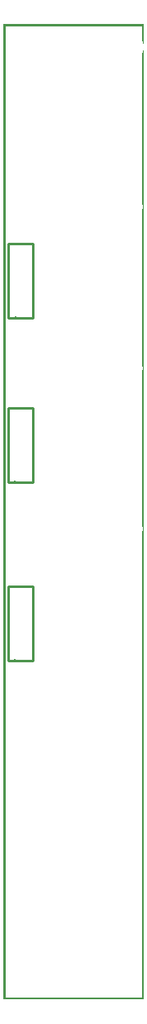
<source format=gbo>
G04 MADE WITH FRITZING*
G04 WWW.FRITZING.ORG*
G04 DOUBLE SIDED*
G04 HOLES PLATED*
G04 CONTOUR ON CENTER OF CONTOUR VECTOR*
%ASAXBY*%
%FSLAX23Y23*%
%MOIN*%
%OFA0B0*%
%SFA1.0B1.0*%
%ADD10C,0.010000*%
%ADD11R,0.001000X0.001000*%
%LNSILK0*%
G90*
G70*
G54D10*
X17Y1368D02*
X17Y1668D01*
D02*
X17Y1668D02*
X117Y1668D01*
D02*
X117Y1668D02*
X117Y1368D01*
D02*
X117Y1368D02*
X17Y1368D01*
D02*
X17Y2753D02*
X17Y3053D01*
D02*
X17Y3053D02*
X117Y3053D01*
D02*
X117Y3053D02*
X117Y2753D01*
D02*
X117Y2753D02*
X17Y2753D01*
D02*
X17Y2088D02*
X17Y2388D01*
D02*
X17Y2388D02*
X117Y2388D01*
D02*
X117Y2388D02*
X117Y2088D01*
D02*
X117Y2088D02*
X17Y2088D01*
G54D11*
X0Y3937D02*
X569Y3937D01*
X0Y3936D02*
X569Y3936D01*
X0Y3935D02*
X569Y3935D01*
X0Y3934D02*
X569Y3934D01*
X0Y3933D02*
X569Y3933D01*
X0Y3932D02*
X569Y3932D01*
X0Y3931D02*
X569Y3931D01*
X0Y3930D02*
X569Y3930D01*
X0Y3929D02*
X7Y3929D01*
X562Y3929D02*
X569Y3929D01*
X0Y3928D02*
X7Y3928D01*
X562Y3928D02*
X569Y3928D01*
X0Y3927D02*
X7Y3927D01*
X562Y3927D02*
X569Y3927D01*
X0Y3926D02*
X7Y3926D01*
X562Y3926D02*
X569Y3926D01*
X0Y3925D02*
X7Y3925D01*
X562Y3925D02*
X569Y3925D01*
X0Y3924D02*
X7Y3924D01*
X562Y3924D02*
X569Y3924D01*
X0Y3923D02*
X7Y3923D01*
X562Y3923D02*
X569Y3923D01*
X0Y3922D02*
X7Y3922D01*
X562Y3922D02*
X569Y3922D01*
X0Y3921D02*
X7Y3921D01*
X562Y3921D02*
X569Y3921D01*
X0Y3920D02*
X7Y3920D01*
X562Y3920D02*
X569Y3920D01*
X0Y3919D02*
X7Y3919D01*
X562Y3919D02*
X569Y3919D01*
X0Y3918D02*
X7Y3918D01*
X562Y3918D02*
X569Y3918D01*
X0Y3917D02*
X7Y3917D01*
X562Y3917D02*
X569Y3917D01*
X0Y3916D02*
X7Y3916D01*
X562Y3916D02*
X569Y3916D01*
X0Y3915D02*
X7Y3915D01*
X562Y3915D02*
X569Y3915D01*
X0Y3914D02*
X7Y3914D01*
X562Y3914D02*
X569Y3914D01*
X0Y3913D02*
X7Y3913D01*
X562Y3913D02*
X569Y3913D01*
X0Y3912D02*
X7Y3912D01*
X562Y3912D02*
X569Y3912D01*
X0Y3911D02*
X7Y3911D01*
X562Y3911D02*
X569Y3911D01*
X0Y3910D02*
X7Y3910D01*
X562Y3910D02*
X569Y3910D01*
X0Y3909D02*
X7Y3909D01*
X562Y3909D02*
X569Y3909D01*
X0Y3908D02*
X7Y3908D01*
X562Y3908D02*
X569Y3908D01*
X0Y3907D02*
X7Y3907D01*
X562Y3907D02*
X569Y3907D01*
X0Y3906D02*
X7Y3906D01*
X562Y3906D02*
X569Y3906D01*
X0Y3905D02*
X7Y3905D01*
X562Y3905D02*
X569Y3905D01*
X0Y3904D02*
X7Y3904D01*
X562Y3904D02*
X569Y3904D01*
X0Y3903D02*
X7Y3903D01*
X562Y3903D02*
X569Y3903D01*
X0Y3902D02*
X7Y3902D01*
X562Y3902D02*
X569Y3902D01*
X0Y3901D02*
X7Y3901D01*
X562Y3901D02*
X569Y3901D01*
X0Y3900D02*
X7Y3900D01*
X562Y3900D02*
X569Y3900D01*
X0Y3899D02*
X7Y3899D01*
X562Y3899D02*
X569Y3899D01*
X0Y3898D02*
X7Y3898D01*
X562Y3898D02*
X569Y3898D01*
X0Y3897D02*
X7Y3897D01*
X562Y3897D02*
X569Y3897D01*
X0Y3896D02*
X7Y3896D01*
X562Y3896D02*
X569Y3896D01*
X0Y3895D02*
X7Y3895D01*
X562Y3895D02*
X569Y3895D01*
X0Y3894D02*
X7Y3894D01*
X562Y3894D02*
X569Y3894D01*
X0Y3893D02*
X7Y3893D01*
X562Y3893D02*
X569Y3893D01*
X0Y3892D02*
X7Y3892D01*
X562Y3892D02*
X569Y3892D01*
X0Y3891D02*
X7Y3891D01*
X562Y3891D02*
X569Y3891D01*
X0Y3890D02*
X7Y3890D01*
X562Y3890D02*
X569Y3890D01*
X0Y3889D02*
X7Y3889D01*
X562Y3889D02*
X569Y3889D01*
X0Y3888D02*
X7Y3888D01*
X562Y3888D02*
X569Y3888D01*
X0Y3887D02*
X7Y3887D01*
X562Y3887D02*
X569Y3887D01*
X0Y3886D02*
X7Y3886D01*
X562Y3886D02*
X569Y3886D01*
X0Y3885D02*
X7Y3885D01*
X562Y3885D02*
X569Y3885D01*
X0Y3884D02*
X7Y3884D01*
X562Y3884D02*
X569Y3884D01*
X0Y3883D02*
X7Y3883D01*
X562Y3883D02*
X569Y3883D01*
X0Y3882D02*
X7Y3882D01*
X562Y3882D02*
X569Y3882D01*
X0Y3881D02*
X7Y3881D01*
X562Y3881D02*
X569Y3881D01*
X0Y3880D02*
X7Y3880D01*
X562Y3880D02*
X569Y3880D01*
X0Y3879D02*
X7Y3879D01*
X562Y3879D02*
X569Y3879D01*
X0Y3878D02*
X7Y3878D01*
X562Y3878D02*
X569Y3878D01*
X0Y3877D02*
X7Y3877D01*
X562Y3877D02*
X569Y3877D01*
X0Y3876D02*
X7Y3876D01*
X562Y3876D02*
X569Y3876D01*
X0Y3875D02*
X7Y3875D01*
X562Y3875D02*
X569Y3875D01*
X0Y3874D02*
X7Y3874D01*
X562Y3874D02*
X569Y3874D01*
X0Y3873D02*
X7Y3873D01*
X562Y3873D02*
X569Y3873D01*
X0Y3872D02*
X7Y3872D01*
X562Y3872D02*
X569Y3872D01*
X0Y3871D02*
X7Y3871D01*
X563Y3871D02*
X569Y3871D01*
X0Y3870D02*
X7Y3870D01*
X563Y3870D02*
X569Y3870D01*
X0Y3869D02*
X7Y3869D01*
X564Y3869D02*
X569Y3869D01*
X0Y3868D02*
X7Y3868D01*
X564Y3868D02*
X569Y3868D01*
X0Y3867D02*
X7Y3867D01*
X565Y3867D02*
X569Y3867D01*
X0Y3866D02*
X7Y3866D01*
X565Y3866D02*
X569Y3866D01*
X0Y3865D02*
X7Y3865D01*
X565Y3865D02*
X569Y3865D01*
X0Y3864D02*
X7Y3864D01*
X566Y3864D02*
X569Y3864D01*
X0Y3863D02*
X7Y3863D01*
X566Y3863D02*
X569Y3863D01*
X0Y3862D02*
X7Y3862D01*
X566Y3862D02*
X569Y3862D01*
X0Y3861D02*
X7Y3861D01*
X567Y3861D02*
X569Y3861D01*
X0Y3860D02*
X7Y3860D01*
X567Y3860D02*
X569Y3860D01*
X0Y3859D02*
X7Y3859D01*
X567Y3859D02*
X569Y3859D01*
X0Y3858D02*
X7Y3858D01*
X567Y3858D02*
X569Y3858D01*
X0Y3857D02*
X7Y3857D01*
X568Y3857D02*
X569Y3857D01*
X0Y3856D02*
X7Y3856D01*
X568Y3856D02*
X569Y3856D01*
X0Y3855D02*
X7Y3855D01*
X568Y3855D02*
X569Y3855D01*
X0Y3854D02*
X7Y3854D01*
X568Y3854D02*
X569Y3854D01*
X0Y3853D02*
X7Y3853D01*
X568Y3853D02*
X569Y3853D01*
X0Y3852D02*
X7Y3852D01*
X569Y3852D02*
X569Y3852D01*
X0Y3851D02*
X7Y3851D01*
X569Y3851D02*
X569Y3851D01*
X0Y3850D02*
X7Y3850D01*
X569Y3850D02*
X569Y3850D01*
X0Y3849D02*
X7Y3849D01*
X569Y3849D02*
X569Y3849D01*
X0Y3848D02*
X7Y3848D01*
X569Y3848D02*
X569Y3848D01*
X0Y3847D02*
X7Y3847D01*
X569Y3847D02*
X569Y3847D01*
X0Y3846D02*
X7Y3846D01*
X569Y3846D02*
X569Y3846D01*
X0Y3845D02*
X7Y3845D01*
X569Y3845D02*
X569Y3845D01*
X0Y3844D02*
X7Y3844D01*
X569Y3844D02*
X569Y3844D01*
X0Y3843D02*
X7Y3843D01*
X569Y3843D02*
X569Y3843D01*
X0Y3842D02*
X7Y3842D01*
X569Y3842D02*
X569Y3842D01*
X0Y3841D02*
X7Y3841D01*
X569Y3841D02*
X569Y3841D01*
X0Y3840D02*
X7Y3840D01*
X569Y3840D02*
X569Y3840D01*
X0Y3839D02*
X7Y3839D01*
X569Y3839D02*
X569Y3839D01*
X0Y3838D02*
X7Y3838D01*
X568Y3838D02*
X569Y3838D01*
X0Y3837D02*
X7Y3837D01*
X568Y3837D02*
X569Y3837D01*
X0Y3836D02*
X7Y3836D01*
X568Y3836D02*
X569Y3836D01*
X0Y3835D02*
X7Y3835D01*
X568Y3835D02*
X569Y3835D01*
X0Y3834D02*
X7Y3834D01*
X568Y3834D02*
X569Y3834D01*
X0Y3833D02*
X7Y3833D01*
X567Y3833D02*
X569Y3833D01*
X0Y3832D02*
X7Y3832D01*
X567Y3832D02*
X569Y3832D01*
X0Y3831D02*
X7Y3831D01*
X567Y3831D02*
X569Y3831D01*
X0Y3830D02*
X7Y3830D01*
X567Y3830D02*
X569Y3830D01*
X0Y3829D02*
X7Y3829D01*
X566Y3829D02*
X569Y3829D01*
X0Y3828D02*
X7Y3828D01*
X566Y3828D02*
X569Y3828D01*
X0Y3827D02*
X7Y3827D01*
X566Y3827D02*
X569Y3827D01*
X0Y3826D02*
X7Y3826D01*
X565Y3826D02*
X569Y3826D01*
X0Y3825D02*
X7Y3825D01*
X565Y3825D02*
X569Y3825D01*
X0Y3824D02*
X7Y3824D01*
X565Y3824D02*
X569Y3824D01*
X0Y3823D02*
X7Y3823D01*
X564Y3823D02*
X569Y3823D01*
X0Y3822D02*
X7Y3822D01*
X564Y3822D02*
X569Y3822D01*
X0Y3821D02*
X7Y3821D01*
X563Y3821D02*
X569Y3821D01*
X0Y3820D02*
X7Y3820D01*
X563Y3820D02*
X569Y3820D01*
X0Y3819D02*
X7Y3819D01*
X562Y3819D02*
X569Y3819D01*
X0Y3818D02*
X7Y3818D01*
X562Y3818D02*
X569Y3818D01*
X0Y3817D02*
X7Y3817D01*
X562Y3817D02*
X569Y3817D01*
X0Y3816D02*
X7Y3816D01*
X562Y3816D02*
X569Y3816D01*
X0Y3815D02*
X7Y3815D01*
X562Y3815D02*
X569Y3815D01*
X0Y3814D02*
X7Y3814D01*
X562Y3814D02*
X569Y3814D01*
X0Y3813D02*
X7Y3813D01*
X562Y3813D02*
X569Y3813D01*
X0Y3812D02*
X7Y3812D01*
X562Y3812D02*
X569Y3812D01*
X0Y3811D02*
X7Y3811D01*
X562Y3811D02*
X569Y3811D01*
X0Y3810D02*
X7Y3810D01*
X562Y3810D02*
X569Y3810D01*
X0Y3809D02*
X7Y3809D01*
X562Y3809D02*
X569Y3809D01*
X0Y3808D02*
X7Y3808D01*
X562Y3808D02*
X569Y3808D01*
X0Y3807D02*
X7Y3807D01*
X562Y3807D02*
X569Y3807D01*
X0Y3806D02*
X7Y3806D01*
X562Y3806D02*
X569Y3806D01*
X0Y3805D02*
X7Y3805D01*
X562Y3805D02*
X569Y3805D01*
X0Y3804D02*
X7Y3804D01*
X562Y3804D02*
X569Y3804D01*
X0Y3803D02*
X7Y3803D01*
X562Y3803D02*
X569Y3803D01*
X0Y3802D02*
X7Y3802D01*
X562Y3802D02*
X569Y3802D01*
X0Y3801D02*
X7Y3801D01*
X562Y3801D02*
X569Y3801D01*
X0Y3800D02*
X7Y3800D01*
X562Y3800D02*
X569Y3800D01*
X0Y3799D02*
X7Y3799D01*
X562Y3799D02*
X569Y3799D01*
X0Y3798D02*
X7Y3798D01*
X562Y3798D02*
X569Y3798D01*
X0Y3797D02*
X7Y3797D01*
X562Y3797D02*
X569Y3797D01*
X0Y3796D02*
X7Y3796D01*
X562Y3796D02*
X569Y3796D01*
X0Y3795D02*
X7Y3795D01*
X562Y3795D02*
X569Y3795D01*
X0Y3794D02*
X7Y3794D01*
X562Y3794D02*
X569Y3794D01*
X0Y3793D02*
X7Y3793D01*
X562Y3793D02*
X569Y3793D01*
X0Y3792D02*
X7Y3792D01*
X562Y3792D02*
X569Y3792D01*
X0Y3791D02*
X7Y3791D01*
X562Y3791D02*
X569Y3791D01*
X0Y3790D02*
X7Y3790D01*
X562Y3790D02*
X569Y3790D01*
X0Y3789D02*
X7Y3789D01*
X562Y3789D02*
X569Y3789D01*
X0Y3788D02*
X7Y3788D01*
X562Y3788D02*
X569Y3788D01*
X0Y3787D02*
X7Y3787D01*
X562Y3787D02*
X569Y3787D01*
X0Y3786D02*
X7Y3786D01*
X562Y3786D02*
X569Y3786D01*
X0Y3785D02*
X7Y3785D01*
X562Y3785D02*
X569Y3785D01*
X0Y3784D02*
X7Y3784D01*
X562Y3784D02*
X569Y3784D01*
X0Y3783D02*
X7Y3783D01*
X562Y3783D02*
X569Y3783D01*
X0Y3782D02*
X7Y3782D01*
X562Y3782D02*
X569Y3782D01*
X0Y3781D02*
X7Y3781D01*
X562Y3781D02*
X569Y3781D01*
X0Y3780D02*
X7Y3780D01*
X562Y3780D02*
X569Y3780D01*
X0Y3779D02*
X7Y3779D01*
X562Y3779D02*
X569Y3779D01*
X0Y3778D02*
X7Y3778D01*
X562Y3778D02*
X569Y3778D01*
X0Y3777D02*
X7Y3777D01*
X562Y3777D02*
X569Y3777D01*
X0Y3776D02*
X7Y3776D01*
X562Y3776D02*
X569Y3776D01*
X0Y3775D02*
X7Y3775D01*
X562Y3775D02*
X569Y3775D01*
X0Y3774D02*
X7Y3774D01*
X562Y3774D02*
X569Y3774D01*
X0Y3773D02*
X7Y3773D01*
X562Y3773D02*
X569Y3773D01*
X0Y3772D02*
X7Y3772D01*
X562Y3772D02*
X569Y3772D01*
X0Y3771D02*
X7Y3771D01*
X562Y3771D02*
X569Y3771D01*
X0Y3770D02*
X7Y3770D01*
X562Y3770D02*
X569Y3770D01*
X0Y3769D02*
X7Y3769D01*
X562Y3769D02*
X569Y3769D01*
X0Y3768D02*
X7Y3768D01*
X562Y3768D02*
X569Y3768D01*
X0Y3767D02*
X7Y3767D01*
X562Y3767D02*
X569Y3767D01*
X0Y3766D02*
X7Y3766D01*
X562Y3766D02*
X569Y3766D01*
X0Y3765D02*
X7Y3765D01*
X562Y3765D02*
X569Y3765D01*
X0Y3764D02*
X7Y3764D01*
X562Y3764D02*
X569Y3764D01*
X0Y3763D02*
X7Y3763D01*
X562Y3763D02*
X569Y3763D01*
X0Y3762D02*
X7Y3762D01*
X562Y3762D02*
X569Y3762D01*
X0Y3761D02*
X7Y3761D01*
X562Y3761D02*
X569Y3761D01*
X0Y3760D02*
X7Y3760D01*
X562Y3760D02*
X569Y3760D01*
X0Y3759D02*
X7Y3759D01*
X562Y3759D02*
X569Y3759D01*
X0Y3758D02*
X7Y3758D01*
X562Y3758D02*
X569Y3758D01*
X0Y3757D02*
X7Y3757D01*
X562Y3757D02*
X569Y3757D01*
X0Y3756D02*
X7Y3756D01*
X562Y3756D02*
X569Y3756D01*
X0Y3755D02*
X7Y3755D01*
X562Y3755D02*
X569Y3755D01*
X0Y3754D02*
X7Y3754D01*
X562Y3754D02*
X569Y3754D01*
X0Y3753D02*
X7Y3753D01*
X562Y3753D02*
X569Y3753D01*
X0Y3752D02*
X7Y3752D01*
X562Y3752D02*
X569Y3752D01*
X0Y3751D02*
X7Y3751D01*
X562Y3751D02*
X569Y3751D01*
X0Y3750D02*
X7Y3750D01*
X562Y3750D02*
X569Y3750D01*
X0Y3749D02*
X7Y3749D01*
X562Y3749D02*
X569Y3749D01*
X0Y3748D02*
X7Y3748D01*
X562Y3748D02*
X569Y3748D01*
X0Y3747D02*
X7Y3747D01*
X562Y3747D02*
X569Y3747D01*
X0Y3746D02*
X7Y3746D01*
X562Y3746D02*
X569Y3746D01*
X0Y3745D02*
X7Y3745D01*
X562Y3745D02*
X569Y3745D01*
X0Y3744D02*
X7Y3744D01*
X562Y3744D02*
X569Y3744D01*
X0Y3743D02*
X7Y3743D01*
X562Y3743D02*
X569Y3743D01*
X0Y3742D02*
X7Y3742D01*
X562Y3742D02*
X569Y3742D01*
X0Y3741D02*
X7Y3741D01*
X562Y3741D02*
X569Y3741D01*
X0Y3740D02*
X7Y3740D01*
X562Y3740D02*
X569Y3740D01*
X0Y3739D02*
X7Y3739D01*
X562Y3739D02*
X569Y3739D01*
X0Y3738D02*
X7Y3738D01*
X562Y3738D02*
X569Y3738D01*
X0Y3737D02*
X7Y3737D01*
X562Y3737D02*
X569Y3737D01*
X0Y3736D02*
X7Y3736D01*
X562Y3736D02*
X569Y3736D01*
X0Y3735D02*
X7Y3735D01*
X562Y3735D02*
X569Y3735D01*
X0Y3734D02*
X7Y3734D01*
X562Y3734D02*
X569Y3734D01*
X0Y3733D02*
X7Y3733D01*
X562Y3733D02*
X569Y3733D01*
X0Y3732D02*
X7Y3732D01*
X562Y3732D02*
X569Y3732D01*
X0Y3731D02*
X7Y3731D01*
X562Y3731D02*
X569Y3731D01*
X0Y3730D02*
X7Y3730D01*
X562Y3730D02*
X569Y3730D01*
X0Y3729D02*
X7Y3729D01*
X562Y3729D02*
X569Y3729D01*
X0Y3728D02*
X7Y3728D01*
X562Y3728D02*
X569Y3728D01*
X0Y3727D02*
X7Y3727D01*
X562Y3727D02*
X569Y3727D01*
X0Y3726D02*
X7Y3726D01*
X562Y3726D02*
X569Y3726D01*
X0Y3725D02*
X7Y3725D01*
X562Y3725D02*
X569Y3725D01*
X0Y3724D02*
X7Y3724D01*
X562Y3724D02*
X569Y3724D01*
X0Y3723D02*
X7Y3723D01*
X562Y3723D02*
X569Y3723D01*
X0Y3722D02*
X7Y3722D01*
X562Y3722D02*
X569Y3722D01*
X0Y3721D02*
X7Y3721D01*
X562Y3721D02*
X569Y3721D01*
X0Y3720D02*
X7Y3720D01*
X562Y3720D02*
X569Y3720D01*
X0Y3719D02*
X7Y3719D01*
X562Y3719D02*
X569Y3719D01*
X0Y3718D02*
X7Y3718D01*
X562Y3718D02*
X569Y3718D01*
X0Y3717D02*
X7Y3717D01*
X562Y3717D02*
X569Y3717D01*
X0Y3716D02*
X7Y3716D01*
X562Y3716D02*
X569Y3716D01*
X0Y3715D02*
X7Y3715D01*
X562Y3715D02*
X569Y3715D01*
X0Y3714D02*
X7Y3714D01*
X562Y3714D02*
X569Y3714D01*
X0Y3713D02*
X7Y3713D01*
X562Y3713D02*
X569Y3713D01*
X0Y3712D02*
X7Y3712D01*
X562Y3712D02*
X569Y3712D01*
X0Y3711D02*
X7Y3711D01*
X562Y3711D02*
X569Y3711D01*
X0Y3710D02*
X7Y3710D01*
X562Y3710D02*
X569Y3710D01*
X0Y3709D02*
X7Y3709D01*
X562Y3709D02*
X569Y3709D01*
X0Y3708D02*
X7Y3708D01*
X562Y3708D02*
X569Y3708D01*
X0Y3707D02*
X7Y3707D01*
X562Y3707D02*
X569Y3707D01*
X0Y3706D02*
X7Y3706D01*
X562Y3706D02*
X569Y3706D01*
X0Y3705D02*
X7Y3705D01*
X562Y3705D02*
X569Y3705D01*
X0Y3704D02*
X7Y3704D01*
X562Y3704D02*
X569Y3704D01*
X0Y3703D02*
X7Y3703D01*
X562Y3703D02*
X569Y3703D01*
X0Y3702D02*
X7Y3702D01*
X562Y3702D02*
X569Y3702D01*
X0Y3701D02*
X7Y3701D01*
X562Y3701D02*
X569Y3701D01*
X0Y3700D02*
X7Y3700D01*
X562Y3700D02*
X569Y3700D01*
X0Y3699D02*
X7Y3699D01*
X562Y3699D02*
X569Y3699D01*
X0Y3698D02*
X7Y3698D01*
X562Y3698D02*
X569Y3698D01*
X0Y3697D02*
X7Y3697D01*
X562Y3697D02*
X569Y3697D01*
X0Y3696D02*
X7Y3696D01*
X562Y3696D02*
X569Y3696D01*
X0Y3695D02*
X7Y3695D01*
X562Y3695D02*
X569Y3695D01*
X0Y3694D02*
X7Y3694D01*
X562Y3694D02*
X569Y3694D01*
X0Y3693D02*
X7Y3693D01*
X562Y3693D02*
X569Y3693D01*
X0Y3692D02*
X7Y3692D01*
X562Y3692D02*
X569Y3692D01*
X0Y3691D02*
X7Y3691D01*
X562Y3691D02*
X569Y3691D01*
X0Y3690D02*
X7Y3690D01*
X562Y3690D02*
X569Y3690D01*
X0Y3689D02*
X7Y3689D01*
X562Y3689D02*
X569Y3689D01*
X0Y3688D02*
X7Y3688D01*
X562Y3688D02*
X569Y3688D01*
X0Y3687D02*
X7Y3687D01*
X562Y3687D02*
X569Y3687D01*
X0Y3686D02*
X7Y3686D01*
X562Y3686D02*
X569Y3686D01*
X0Y3685D02*
X7Y3685D01*
X562Y3685D02*
X569Y3685D01*
X0Y3684D02*
X7Y3684D01*
X562Y3684D02*
X569Y3684D01*
X0Y3683D02*
X7Y3683D01*
X562Y3683D02*
X569Y3683D01*
X0Y3682D02*
X7Y3682D01*
X562Y3682D02*
X569Y3682D01*
X0Y3681D02*
X7Y3681D01*
X562Y3681D02*
X569Y3681D01*
X0Y3680D02*
X7Y3680D01*
X562Y3680D02*
X569Y3680D01*
X0Y3679D02*
X7Y3679D01*
X562Y3679D02*
X569Y3679D01*
X0Y3678D02*
X7Y3678D01*
X562Y3678D02*
X569Y3678D01*
X0Y3677D02*
X7Y3677D01*
X562Y3677D02*
X569Y3677D01*
X0Y3676D02*
X7Y3676D01*
X562Y3676D02*
X569Y3676D01*
X0Y3675D02*
X7Y3675D01*
X562Y3675D02*
X569Y3675D01*
X0Y3674D02*
X7Y3674D01*
X562Y3674D02*
X569Y3674D01*
X0Y3673D02*
X7Y3673D01*
X562Y3673D02*
X569Y3673D01*
X0Y3672D02*
X7Y3672D01*
X562Y3672D02*
X569Y3672D01*
X0Y3671D02*
X7Y3671D01*
X562Y3671D02*
X569Y3671D01*
X0Y3670D02*
X7Y3670D01*
X562Y3670D02*
X569Y3670D01*
X0Y3669D02*
X7Y3669D01*
X562Y3669D02*
X569Y3669D01*
X0Y3668D02*
X7Y3668D01*
X562Y3668D02*
X569Y3668D01*
X0Y3667D02*
X7Y3667D01*
X562Y3667D02*
X569Y3667D01*
X0Y3666D02*
X7Y3666D01*
X562Y3666D02*
X569Y3666D01*
X0Y3665D02*
X7Y3665D01*
X562Y3665D02*
X569Y3665D01*
X0Y3664D02*
X7Y3664D01*
X562Y3664D02*
X569Y3664D01*
X0Y3663D02*
X7Y3663D01*
X562Y3663D02*
X569Y3663D01*
X0Y3662D02*
X7Y3662D01*
X562Y3662D02*
X569Y3662D01*
X0Y3661D02*
X7Y3661D01*
X562Y3661D02*
X569Y3661D01*
X0Y3660D02*
X7Y3660D01*
X562Y3660D02*
X569Y3660D01*
X0Y3659D02*
X7Y3659D01*
X562Y3659D02*
X569Y3659D01*
X0Y3658D02*
X7Y3658D01*
X562Y3658D02*
X569Y3658D01*
X0Y3657D02*
X7Y3657D01*
X562Y3657D02*
X569Y3657D01*
X0Y3656D02*
X7Y3656D01*
X562Y3656D02*
X569Y3656D01*
X0Y3655D02*
X7Y3655D01*
X562Y3655D02*
X569Y3655D01*
X0Y3654D02*
X7Y3654D01*
X562Y3654D02*
X569Y3654D01*
X0Y3653D02*
X7Y3653D01*
X562Y3653D02*
X569Y3653D01*
X0Y3652D02*
X7Y3652D01*
X562Y3652D02*
X569Y3652D01*
X0Y3651D02*
X7Y3651D01*
X562Y3651D02*
X569Y3651D01*
X0Y3650D02*
X7Y3650D01*
X562Y3650D02*
X569Y3650D01*
X0Y3649D02*
X7Y3649D01*
X562Y3649D02*
X569Y3649D01*
X0Y3648D02*
X7Y3648D01*
X562Y3648D02*
X569Y3648D01*
X0Y3647D02*
X7Y3647D01*
X562Y3647D02*
X569Y3647D01*
X0Y3646D02*
X7Y3646D01*
X562Y3646D02*
X569Y3646D01*
X0Y3645D02*
X7Y3645D01*
X562Y3645D02*
X569Y3645D01*
X0Y3644D02*
X7Y3644D01*
X562Y3644D02*
X569Y3644D01*
X0Y3643D02*
X7Y3643D01*
X562Y3643D02*
X569Y3643D01*
X0Y3642D02*
X7Y3642D01*
X562Y3642D02*
X569Y3642D01*
X0Y3641D02*
X7Y3641D01*
X562Y3641D02*
X569Y3641D01*
X0Y3640D02*
X7Y3640D01*
X562Y3640D02*
X569Y3640D01*
X0Y3639D02*
X7Y3639D01*
X562Y3639D02*
X569Y3639D01*
X0Y3638D02*
X7Y3638D01*
X562Y3638D02*
X569Y3638D01*
X0Y3637D02*
X7Y3637D01*
X562Y3637D02*
X569Y3637D01*
X0Y3636D02*
X7Y3636D01*
X562Y3636D02*
X569Y3636D01*
X0Y3635D02*
X7Y3635D01*
X562Y3635D02*
X569Y3635D01*
X0Y3634D02*
X7Y3634D01*
X562Y3634D02*
X569Y3634D01*
X0Y3633D02*
X7Y3633D01*
X562Y3633D02*
X569Y3633D01*
X0Y3632D02*
X7Y3632D01*
X562Y3632D02*
X569Y3632D01*
X0Y3631D02*
X7Y3631D01*
X562Y3631D02*
X569Y3631D01*
X0Y3630D02*
X7Y3630D01*
X562Y3630D02*
X569Y3630D01*
X0Y3629D02*
X7Y3629D01*
X562Y3629D02*
X569Y3629D01*
X0Y3628D02*
X7Y3628D01*
X562Y3628D02*
X569Y3628D01*
X0Y3627D02*
X7Y3627D01*
X562Y3627D02*
X569Y3627D01*
X0Y3626D02*
X7Y3626D01*
X562Y3626D02*
X569Y3626D01*
X0Y3625D02*
X7Y3625D01*
X562Y3625D02*
X569Y3625D01*
X0Y3624D02*
X7Y3624D01*
X562Y3624D02*
X569Y3624D01*
X0Y3623D02*
X7Y3623D01*
X562Y3623D02*
X569Y3623D01*
X0Y3622D02*
X7Y3622D01*
X562Y3622D02*
X569Y3622D01*
X0Y3621D02*
X7Y3621D01*
X562Y3621D02*
X569Y3621D01*
X0Y3620D02*
X7Y3620D01*
X562Y3620D02*
X569Y3620D01*
X0Y3619D02*
X7Y3619D01*
X562Y3619D02*
X569Y3619D01*
X0Y3618D02*
X7Y3618D01*
X562Y3618D02*
X569Y3618D01*
X0Y3617D02*
X7Y3617D01*
X562Y3617D02*
X569Y3617D01*
X0Y3616D02*
X7Y3616D01*
X562Y3616D02*
X569Y3616D01*
X0Y3615D02*
X7Y3615D01*
X562Y3615D02*
X569Y3615D01*
X0Y3614D02*
X7Y3614D01*
X562Y3614D02*
X569Y3614D01*
X0Y3613D02*
X7Y3613D01*
X562Y3613D02*
X569Y3613D01*
X0Y3612D02*
X7Y3612D01*
X562Y3612D02*
X569Y3612D01*
X0Y3611D02*
X7Y3611D01*
X562Y3611D02*
X569Y3611D01*
X0Y3610D02*
X7Y3610D01*
X562Y3610D02*
X569Y3610D01*
X0Y3609D02*
X7Y3609D01*
X562Y3609D02*
X569Y3609D01*
X0Y3608D02*
X7Y3608D01*
X562Y3608D02*
X569Y3608D01*
X0Y3607D02*
X7Y3607D01*
X562Y3607D02*
X569Y3607D01*
X0Y3606D02*
X7Y3606D01*
X562Y3606D02*
X569Y3606D01*
X0Y3605D02*
X7Y3605D01*
X562Y3605D02*
X569Y3605D01*
X0Y3604D02*
X7Y3604D01*
X562Y3604D02*
X569Y3604D01*
X0Y3603D02*
X7Y3603D01*
X562Y3603D02*
X569Y3603D01*
X0Y3602D02*
X7Y3602D01*
X562Y3602D02*
X569Y3602D01*
X0Y3601D02*
X7Y3601D01*
X562Y3601D02*
X569Y3601D01*
X0Y3600D02*
X7Y3600D01*
X562Y3600D02*
X569Y3600D01*
X0Y3599D02*
X7Y3599D01*
X562Y3599D02*
X569Y3599D01*
X0Y3598D02*
X7Y3598D01*
X562Y3598D02*
X569Y3598D01*
X0Y3597D02*
X7Y3597D01*
X562Y3597D02*
X569Y3597D01*
X0Y3596D02*
X7Y3596D01*
X562Y3596D02*
X569Y3596D01*
X0Y3595D02*
X7Y3595D01*
X562Y3595D02*
X569Y3595D01*
X0Y3594D02*
X7Y3594D01*
X562Y3594D02*
X569Y3594D01*
X0Y3593D02*
X7Y3593D01*
X562Y3593D02*
X569Y3593D01*
X0Y3592D02*
X7Y3592D01*
X562Y3592D02*
X569Y3592D01*
X0Y3591D02*
X7Y3591D01*
X562Y3591D02*
X569Y3591D01*
X0Y3590D02*
X7Y3590D01*
X562Y3590D02*
X569Y3590D01*
X0Y3589D02*
X7Y3589D01*
X562Y3589D02*
X569Y3589D01*
X0Y3588D02*
X7Y3588D01*
X562Y3588D02*
X569Y3588D01*
X0Y3587D02*
X7Y3587D01*
X562Y3587D02*
X569Y3587D01*
X0Y3586D02*
X7Y3586D01*
X562Y3586D02*
X569Y3586D01*
X0Y3585D02*
X7Y3585D01*
X562Y3585D02*
X569Y3585D01*
X0Y3584D02*
X7Y3584D01*
X562Y3584D02*
X569Y3584D01*
X0Y3583D02*
X7Y3583D01*
X562Y3583D02*
X569Y3583D01*
X0Y3582D02*
X7Y3582D01*
X562Y3582D02*
X569Y3582D01*
X0Y3581D02*
X7Y3581D01*
X562Y3581D02*
X569Y3581D01*
X0Y3580D02*
X7Y3580D01*
X562Y3580D02*
X569Y3580D01*
X0Y3579D02*
X7Y3579D01*
X562Y3579D02*
X569Y3579D01*
X0Y3578D02*
X7Y3578D01*
X562Y3578D02*
X569Y3578D01*
X0Y3577D02*
X7Y3577D01*
X562Y3577D02*
X569Y3577D01*
X0Y3576D02*
X7Y3576D01*
X562Y3576D02*
X569Y3576D01*
X0Y3575D02*
X7Y3575D01*
X562Y3575D02*
X569Y3575D01*
X0Y3574D02*
X7Y3574D01*
X562Y3574D02*
X569Y3574D01*
X0Y3573D02*
X7Y3573D01*
X562Y3573D02*
X569Y3573D01*
X0Y3572D02*
X7Y3572D01*
X562Y3572D02*
X569Y3572D01*
X0Y3571D02*
X7Y3571D01*
X562Y3571D02*
X569Y3571D01*
X0Y3570D02*
X7Y3570D01*
X562Y3570D02*
X569Y3570D01*
X0Y3569D02*
X7Y3569D01*
X562Y3569D02*
X569Y3569D01*
X0Y3568D02*
X7Y3568D01*
X562Y3568D02*
X569Y3568D01*
X0Y3567D02*
X7Y3567D01*
X562Y3567D02*
X569Y3567D01*
X0Y3566D02*
X7Y3566D01*
X562Y3566D02*
X569Y3566D01*
X0Y3565D02*
X7Y3565D01*
X562Y3565D02*
X569Y3565D01*
X0Y3564D02*
X7Y3564D01*
X562Y3564D02*
X569Y3564D01*
X0Y3563D02*
X7Y3563D01*
X562Y3563D02*
X569Y3563D01*
X0Y3562D02*
X7Y3562D01*
X562Y3562D02*
X569Y3562D01*
X0Y3561D02*
X7Y3561D01*
X562Y3561D02*
X569Y3561D01*
X0Y3560D02*
X7Y3560D01*
X562Y3560D02*
X569Y3560D01*
X0Y3559D02*
X7Y3559D01*
X562Y3559D02*
X569Y3559D01*
X0Y3558D02*
X7Y3558D01*
X562Y3558D02*
X569Y3558D01*
X0Y3557D02*
X7Y3557D01*
X562Y3557D02*
X569Y3557D01*
X0Y3556D02*
X7Y3556D01*
X562Y3556D02*
X569Y3556D01*
X0Y3555D02*
X7Y3555D01*
X562Y3555D02*
X569Y3555D01*
X0Y3554D02*
X7Y3554D01*
X562Y3554D02*
X569Y3554D01*
X0Y3553D02*
X7Y3553D01*
X562Y3553D02*
X569Y3553D01*
X0Y3552D02*
X7Y3552D01*
X562Y3552D02*
X569Y3552D01*
X0Y3551D02*
X7Y3551D01*
X562Y3551D02*
X569Y3551D01*
X0Y3550D02*
X7Y3550D01*
X562Y3550D02*
X569Y3550D01*
X0Y3549D02*
X7Y3549D01*
X562Y3549D02*
X569Y3549D01*
X0Y3548D02*
X7Y3548D01*
X562Y3548D02*
X569Y3548D01*
X0Y3547D02*
X7Y3547D01*
X562Y3547D02*
X569Y3547D01*
X0Y3546D02*
X7Y3546D01*
X562Y3546D02*
X569Y3546D01*
X0Y3545D02*
X7Y3545D01*
X562Y3545D02*
X569Y3545D01*
X0Y3544D02*
X7Y3544D01*
X562Y3544D02*
X569Y3544D01*
X0Y3543D02*
X7Y3543D01*
X562Y3543D02*
X569Y3543D01*
X0Y3542D02*
X7Y3542D01*
X562Y3542D02*
X569Y3542D01*
X0Y3541D02*
X7Y3541D01*
X562Y3541D02*
X569Y3541D01*
X0Y3540D02*
X7Y3540D01*
X562Y3540D02*
X569Y3540D01*
X0Y3539D02*
X7Y3539D01*
X562Y3539D02*
X569Y3539D01*
X0Y3538D02*
X7Y3538D01*
X562Y3538D02*
X569Y3538D01*
X0Y3537D02*
X7Y3537D01*
X562Y3537D02*
X569Y3537D01*
X0Y3536D02*
X7Y3536D01*
X562Y3536D02*
X569Y3536D01*
X0Y3535D02*
X7Y3535D01*
X562Y3535D02*
X569Y3535D01*
X0Y3534D02*
X7Y3534D01*
X562Y3534D02*
X569Y3534D01*
X0Y3533D02*
X7Y3533D01*
X562Y3533D02*
X569Y3533D01*
X0Y3532D02*
X7Y3532D01*
X562Y3532D02*
X569Y3532D01*
X0Y3531D02*
X7Y3531D01*
X562Y3531D02*
X569Y3531D01*
X0Y3530D02*
X7Y3530D01*
X562Y3530D02*
X569Y3530D01*
X0Y3529D02*
X7Y3529D01*
X562Y3529D02*
X569Y3529D01*
X0Y3528D02*
X7Y3528D01*
X562Y3528D02*
X569Y3528D01*
X0Y3527D02*
X7Y3527D01*
X562Y3527D02*
X569Y3527D01*
X0Y3526D02*
X7Y3526D01*
X562Y3526D02*
X569Y3526D01*
X0Y3525D02*
X7Y3525D01*
X562Y3525D02*
X569Y3525D01*
X0Y3524D02*
X7Y3524D01*
X562Y3524D02*
X569Y3524D01*
X0Y3523D02*
X7Y3523D01*
X562Y3523D02*
X569Y3523D01*
X0Y3522D02*
X7Y3522D01*
X562Y3522D02*
X569Y3522D01*
X0Y3521D02*
X7Y3521D01*
X562Y3521D02*
X569Y3521D01*
X0Y3520D02*
X7Y3520D01*
X562Y3520D02*
X569Y3520D01*
X0Y3519D02*
X7Y3519D01*
X562Y3519D02*
X569Y3519D01*
X0Y3518D02*
X7Y3518D01*
X562Y3518D02*
X569Y3518D01*
X0Y3517D02*
X7Y3517D01*
X562Y3517D02*
X569Y3517D01*
X0Y3516D02*
X7Y3516D01*
X562Y3516D02*
X569Y3516D01*
X0Y3515D02*
X7Y3515D01*
X562Y3515D02*
X569Y3515D01*
X0Y3514D02*
X7Y3514D01*
X562Y3514D02*
X569Y3514D01*
X0Y3513D02*
X7Y3513D01*
X562Y3513D02*
X569Y3513D01*
X0Y3512D02*
X7Y3512D01*
X562Y3512D02*
X569Y3512D01*
X0Y3511D02*
X7Y3511D01*
X562Y3511D02*
X569Y3511D01*
X0Y3510D02*
X7Y3510D01*
X562Y3510D02*
X569Y3510D01*
X0Y3509D02*
X7Y3509D01*
X562Y3509D02*
X569Y3509D01*
X0Y3508D02*
X7Y3508D01*
X562Y3508D02*
X569Y3508D01*
X0Y3507D02*
X7Y3507D01*
X562Y3507D02*
X569Y3507D01*
X0Y3506D02*
X7Y3506D01*
X562Y3506D02*
X569Y3506D01*
X0Y3505D02*
X7Y3505D01*
X562Y3505D02*
X569Y3505D01*
X0Y3504D02*
X7Y3504D01*
X562Y3504D02*
X569Y3504D01*
X0Y3503D02*
X7Y3503D01*
X562Y3503D02*
X569Y3503D01*
X0Y3502D02*
X7Y3502D01*
X562Y3502D02*
X569Y3502D01*
X0Y3501D02*
X7Y3501D01*
X562Y3501D02*
X569Y3501D01*
X0Y3500D02*
X7Y3500D01*
X562Y3500D02*
X569Y3500D01*
X0Y3499D02*
X7Y3499D01*
X562Y3499D02*
X569Y3499D01*
X0Y3498D02*
X7Y3498D01*
X562Y3498D02*
X569Y3498D01*
X0Y3497D02*
X7Y3497D01*
X562Y3497D02*
X569Y3497D01*
X0Y3496D02*
X7Y3496D01*
X562Y3496D02*
X569Y3496D01*
X0Y3495D02*
X7Y3495D01*
X562Y3495D02*
X569Y3495D01*
X0Y3494D02*
X7Y3494D01*
X562Y3494D02*
X569Y3494D01*
X0Y3493D02*
X7Y3493D01*
X562Y3493D02*
X569Y3493D01*
X0Y3492D02*
X7Y3492D01*
X562Y3492D02*
X569Y3492D01*
X0Y3491D02*
X7Y3491D01*
X562Y3491D02*
X569Y3491D01*
X0Y3490D02*
X7Y3490D01*
X562Y3490D02*
X569Y3490D01*
X0Y3489D02*
X7Y3489D01*
X562Y3489D02*
X569Y3489D01*
X0Y3488D02*
X7Y3488D01*
X562Y3488D02*
X569Y3488D01*
X0Y3487D02*
X7Y3487D01*
X562Y3487D02*
X569Y3487D01*
X0Y3486D02*
X7Y3486D01*
X562Y3486D02*
X569Y3486D01*
X0Y3485D02*
X7Y3485D01*
X562Y3485D02*
X569Y3485D01*
X0Y3484D02*
X7Y3484D01*
X562Y3484D02*
X569Y3484D01*
X0Y3483D02*
X7Y3483D01*
X562Y3483D02*
X569Y3483D01*
X0Y3482D02*
X7Y3482D01*
X562Y3482D02*
X569Y3482D01*
X0Y3481D02*
X7Y3481D01*
X562Y3481D02*
X569Y3481D01*
X0Y3480D02*
X7Y3480D01*
X562Y3480D02*
X569Y3480D01*
X0Y3479D02*
X7Y3479D01*
X562Y3479D02*
X569Y3479D01*
X0Y3478D02*
X7Y3478D01*
X562Y3478D02*
X569Y3478D01*
X0Y3477D02*
X7Y3477D01*
X562Y3477D02*
X569Y3477D01*
X0Y3476D02*
X7Y3476D01*
X562Y3476D02*
X569Y3476D01*
X0Y3475D02*
X7Y3475D01*
X562Y3475D02*
X569Y3475D01*
X0Y3474D02*
X7Y3474D01*
X562Y3474D02*
X569Y3474D01*
X0Y3473D02*
X7Y3473D01*
X562Y3473D02*
X569Y3473D01*
X0Y3472D02*
X7Y3472D01*
X562Y3472D02*
X569Y3472D01*
X0Y3471D02*
X7Y3471D01*
X562Y3471D02*
X569Y3471D01*
X0Y3470D02*
X7Y3470D01*
X562Y3470D02*
X569Y3470D01*
X0Y3469D02*
X7Y3469D01*
X562Y3469D02*
X569Y3469D01*
X0Y3468D02*
X7Y3468D01*
X562Y3468D02*
X569Y3468D01*
X0Y3467D02*
X7Y3467D01*
X562Y3467D02*
X569Y3467D01*
X0Y3466D02*
X7Y3466D01*
X562Y3466D02*
X569Y3466D01*
X0Y3465D02*
X7Y3465D01*
X562Y3465D02*
X569Y3465D01*
X0Y3464D02*
X7Y3464D01*
X562Y3464D02*
X569Y3464D01*
X0Y3463D02*
X7Y3463D01*
X562Y3463D02*
X569Y3463D01*
X0Y3462D02*
X7Y3462D01*
X562Y3462D02*
X569Y3462D01*
X0Y3461D02*
X7Y3461D01*
X562Y3461D02*
X569Y3461D01*
X0Y3460D02*
X7Y3460D01*
X562Y3460D02*
X569Y3460D01*
X0Y3459D02*
X7Y3459D01*
X562Y3459D02*
X569Y3459D01*
X0Y3458D02*
X7Y3458D01*
X562Y3458D02*
X569Y3458D01*
X0Y3457D02*
X7Y3457D01*
X562Y3457D02*
X569Y3457D01*
X0Y3456D02*
X7Y3456D01*
X562Y3456D02*
X569Y3456D01*
X0Y3455D02*
X7Y3455D01*
X562Y3455D02*
X569Y3455D01*
X0Y3454D02*
X7Y3454D01*
X562Y3454D02*
X569Y3454D01*
X0Y3453D02*
X7Y3453D01*
X562Y3453D02*
X569Y3453D01*
X0Y3452D02*
X7Y3452D01*
X562Y3452D02*
X569Y3452D01*
X0Y3451D02*
X7Y3451D01*
X562Y3451D02*
X569Y3451D01*
X0Y3450D02*
X7Y3450D01*
X562Y3450D02*
X569Y3450D01*
X0Y3449D02*
X7Y3449D01*
X562Y3449D02*
X569Y3449D01*
X0Y3448D02*
X7Y3448D01*
X562Y3448D02*
X569Y3448D01*
X0Y3447D02*
X7Y3447D01*
X562Y3447D02*
X569Y3447D01*
X0Y3446D02*
X7Y3446D01*
X562Y3446D02*
X569Y3446D01*
X0Y3445D02*
X7Y3445D01*
X562Y3445D02*
X569Y3445D01*
X0Y3444D02*
X7Y3444D01*
X562Y3444D02*
X569Y3444D01*
X0Y3443D02*
X7Y3443D01*
X562Y3443D02*
X569Y3443D01*
X0Y3442D02*
X7Y3442D01*
X562Y3442D02*
X569Y3442D01*
X0Y3441D02*
X7Y3441D01*
X562Y3441D02*
X569Y3441D01*
X0Y3440D02*
X7Y3440D01*
X562Y3440D02*
X569Y3440D01*
X0Y3439D02*
X7Y3439D01*
X562Y3439D02*
X569Y3439D01*
X0Y3438D02*
X7Y3438D01*
X562Y3438D02*
X569Y3438D01*
X0Y3437D02*
X7Y3437D01*
X562Y3437D02*
X569Y3437D01*
X0Y3436D02*
X7Y3436D01*
X562Y3436D02*
X569Y3436D01*
X0Y3435D02*
X7Y3435D01*
X562Y3435D02*
X569Y3435D01*
X0Y3434D02*
X7Y3434D01*
X562Y3434D02*
X569Y3434D01*
X0Y3433D02*
X7Y3433D01*
X562Y3433D02*
X569Y3433D01*
X0Y3432D02*
X7Y3432D01*
X562Y3432D02*
X569Y3432D01*
X0Y3431D02*
X7Y3431D01*
X562Y3431D02*
X569Y3431D01*
X0Y3430D02*
X7Y3430D01*
X562Y3430D02*
X569Y3430D01*
X0Y3429D02*
X7Y3429D01*
X562Y3429D02*
X569Y3429D01*
X0Y3428D02*
X7Y3428D01*
X562Y3428D02*
X569Y3428D01*
X0Y3427D02*
X7Y3427D01*
X562Y3427D02*
X569Y3427D01*
X0Y3426D02*
X7Y3426D01*
X562Y3426D02*
X569Y3426D01*
X0Y3425D02*
X7Y3425D01*
X562Y3425D02*
X569Y3425D01*
X0Y3424D02*
X7Y3424D01*
X562Y3424D02*
X569Y3424D01*
X0Y3423D02*
X7Y3423D01*
X562Y3423D02*
X569Y3423D01*
X0Y3422D02*
X7Y3422D01*
X562Y3422D02*
X569Y3422D01*
X0Y3421D02*
X7Y3421D01*
X562Y3421D02*
X569Y3421D01*
X0Y3420D02*
X7Y3420D01*
X562Y3420D02*
X569Y3420D01*
X0Y3419D02*
X7Y3419D01*
X562Y3419D02*
X569Y3419D01*
X0Y3418D02*
X7Y3418D01*
X562Y3418D02*
X569Y3418D01*
X0Y3417D02*
X7Y3417D01*
X562Y3417D02*
X569Y3417D01*
X0Y3416D02*
X7Y3416D01*
X562Y3416D02*
X569Y3416D01*
X0Y3415D02*
X7Y3415D01*
X562Y3415D02*
X569Y3415D01*
X0Y3414D02*
X7Y3414D01*
X562Y3414D02*
X569Y3414D01*
X0Y3413D02*
X7Y3413D01*
X562Y3413D02*
X569Y3413D01*
X0Y3412D02*
X7Y3412D01*
X562Y3412D02*
X569Y3412D01*
X0Y3411D02*
X7Y3411D01*
X562Y3411D02*
X569Y3411D01*
X0Y3410D02*
X7Y3410D01*
X562Y3410D02*
X569Y3410D01*
X0Y3409D02*
X7Y3409D01*
X562Y3409D02*
X569Y3409D01*
X0Y3408D02*
X7Y3408D01*
X562Y3408D02*
X569Y3408D01*
X0Y3407D02*
X7Y3407D01*
X562Y3407D02*
X569Y3407D01*
X0Y3406D02*
X7Y3406D01*
X562Y3406D02*
X569Y3406D01*
X0Y3405D02*
X7Y3405D01*
X562Y3405D02*
X569Y3405D01*
X0Y3404D02*
X7Y3404D01*
X562Y3404D02*
X569Y3404D01*
X0Y3403D02*
X7Y3403D01*
X562Y3403D02*
X569Y3403D01*
X0Y3402D02*
X7Y3402D01*
X562Y3402D02*
X569Y3402D01*
X0Y3401D02*
X7Y3401D01*
X562Y3401D02*
X569Y3401D01*
X0Y3400D02*
X7Y3400D01*
X562Y3400D02*
X569Y3400D01*
X0Y3399D02*
X7Y3399D01*
X562Y3399D02*
X569Y3399D01*
X0Y3398D02*
X7Y3398D01*
X562Y3398D02*
X569Y3398D01*
X0Y3397D02*
X7Y3397D01*
X562Y3397D02*
X569Y3397D01*
X0Y3396D02*
X7Y3396D01*
X562Y3396D02*
X569Y3396D01*
X0Y3395D02*
X7Y3395D01*
X562Y3395D02*
X569Y3395D01*
X0Y3394D02*
X7Y3394D01*
X562Y3394D02*
X569Y3394D01*
X0Y3393D02*
X7Y3393D01*
X562Y3393D02*
X569Y3393D01*
X0Y3392D02*
X7Y3392D01*
X562Y3392D02*
X569Y3392D01*
X0Y3391D02*
X7Y3391D01*
X562Y3391D02*
X569Y3391D01*
X0Y3390D02*
X7Y3390D01*
X562Y3390D02*
X569Y3390D01*
X0Y3389D02*
X7Y3389D01*
X562Y3389D02*
X569Y3389D01*
X0Y3388D02*
X7Y3388D01*
X562Y3388D02*
X569Y3388D01*
X0Y3387D02*
X7Y3387D01*
X562Y3387D02*
X569Y3387D01*
X0Y3386D02*
X7Y3386D01*
X562Y3386D02*
X569Y3386D01*
X0Y3385D02*
X7Y3385D01*
X562Y3385D02*
X569Y3385D01*
X0Y3384D02*
X7Y3384D01*
X562Y3384D02*
X569Y3384D01*
X0Y3383D02*
X7Y3383D01*
X562Y3383D02*
X569Y3383D01*
X0Y3382D02*
X7Y3382D01*
X562Y3382D02*
X569Y3382D01*
X0Y3381D02*
X7Y3381D01*
X562Y3381D02*
X569Y3381D01*
X0Y3380D02*
X7Y3380D01*
X562Y3380D02*
X569Y3380D01*
X0Y3379D02*
X7Y3379D01*
X562Y3379D02*
X569Y3379D01*
X0Y3378D02*
X7Y3378D01*
X562Y3378D02*
X569Y3378D01*
X0Y3377D02*
X7Y3377D01*
X562Y3377D02*
X569Y3377D01*
X0Y3376D02*
X7Y3376D01*
X562Y3376D02*
X569Y3376D01*
X0Y3375D02*
X7Y3375D01*
X562Y3375D02*
X569Y3375D01*
X0Y3374D02*
X7Y3374D01*
X562Y3374D02*
X569Y3374D01*
X0Y3373D02*
X7Y3373D01*
X562Y3373D02*
X569Y3373D01*
X0Y3372D02*
X7Y3372D01*
X562Y3372D02*
X569Y3372D01*
X0Y3371D02*
X7Y3371D01*
X562Y3371D02*
X569Y3371D01*
X0Y3370D02*
X7Y3370D01*
X562Y3370D02*
X569Y3370D01*
X0Y3369D02*
X7Y3369D01*
X562Y3369D02*
X569Y3369D01*
X0Y3368D02*
X7Y3368D01*
X562Y3368D02*
X569Y3368D01*
X0Y3367D02*
X7Y3367D01*
X562Y3367D02*
X569Y3367D01*
X0Y3366D02*
X7Y3366D01*
X562Y3366D02*
X569Y3366D01*
X0Y3365D02*
X7Y3365D01*
X562Y3365D02*
X569Y3365D01*
X0Y3364D02*
X7Y3364D01*
X562Y3364D02*
X569Y3364D01*
X0Y3363D02*
X7Y3363D01*
X562Y3363D02*
X569Y3363D01*
X0Y3362D02*
X7Y3362D01*
X562Y3362D02*
X569Y3362D01*
X0Y3361D02*
X7Y3361D01*
X562Y3361D02*
X569Y3361D01*
X0Y3360D02*
X7Y3360D01*
X562Y3360D02*
X569Y3360D01*
X0Y3359D02*
X7Y3359D01*
X562Y3359D02*
X569Y3359D01*
X0Y3358D02*
X7Y3358D01*
X562Y3358D02*
X569Y3358D01*
X0Y3357D02*
X7Y3357D01*
X562Y3357D02*
X569Y3357D01*
X0Y3356D02*
X7Y3356D01*
X562Y3356D02*
X569Y3356D01*
X0Y3355D02*
X7Y3355D01*
X562Y3355D02*
X569Y3355D01*
X0Y3354D02*
X7Y3354D01*
X562Y3354D02*
X569Y3354D01*
X0Y3353D02*
X7Y3353D01*
X562Y3353D02*
X569Y3353D01*
X0Y3352D02*
X7Y3352D01*
X562Y3352D02*
X569Y3352D01*
X0Y3351D02*
X7Y3351D01*
X562Y3351D02*
X569Y3351D01*
X0Y3350D02*
X7Y3350D01*
X562Y3350D02*
X569Y3350D01*
X0Y3349D02*
X7Y3349D01*
X562Y3349D02*
X569Y3349D01*
X0Y3348D02*
X7Y3348D01*
X562Y3348D02*
X569Y3348D01*
X0Y3347D02*
X7Y3347D01*
X562Y3347D02*
X569Y3347D01*
X0Y3346D02*
X7Y3346D01*
X562Y3346D02*
X569Y3346D01*
X0Y3345D02*
X7Y3345D01*
X562Y3345D02*
X569Y3345D01*
X0Y3344D02*
X7Y3344D01*
X562Y3344D02*
X569Y3344D01*
X0Y3343D02*
X7Y3343D01*
X562Y3343D02*
X569Y3343D01*
X0Y3342D02*
X7Y3342D01*
X562Y3342D02*
X569Y3342D01*
X0Y3341D02*
X7Y3341D01*
X562Y3341D02*
X569Y3341D01*
X0Y3340D02*
X7Y3340D01*
X562Y3340D02*
X569Y3340D01*
X0Y3339D02*
X7Y3339D01*
X562Y3339D02*
X569Y3339D01*
X0Y3338D02*
X7Y3338D01*
X562Y3338D02*
X569Y3338D01*
X0Y3337D02*
X7Y3337D01*
X562Y3337D02*
X569Y3337D01*
X0Y3336D02*
X7Y3336D01*
X562Y3336D02*
X569Y3336D01*
X0Y3335D02*
X7Y3335D01*
X562Y3335D02*
X569Y3335D01*
X0Y3334D02*
X7Y3334D01*
X562Y3334D02*
X569Y3334D01*
X0Y3333D02*
X7Y3333D01*
X562Y3333D02*
X569Y3333D01*
X0Y3332D02*
X7Y3332D01*
X562Y3332D02*
X569Y3332D01*
X0Y3331D02*
X7Y3331D01*
X562Y3331D02*
X569Y3331D01*
X0Y3330D02*
X7Y3330D01*
X562Y3330D02*
X569Y3330D01*
X0Y3329D02*
X7Y3329D01*
X562Y3329D02*
X569Y3329D01*
X0Y3328D02*
X7Y3328D01*
X562Y3328D02*
X569Y3328D01*
X0Y3327D02*
X7Y3327D01*
X562Y3327D02*
X569Y3327D01*
X0Y3326D02*
X7Y3326D01*
X562Y3326D02*
X569Y3326D01*
X0Y3325D02*
X7Y3325D01*
X562Y3325D02*
X569Y3325D01*
X0Y3324D02*
X7Y3324D01*
X562Y3324D02*
X569Y3324D01*
X0Y3323D02*
X7Y3323D01*
X562Y3323D02*
X569Y3323D01*
X0Y3322D02*
X7Y3322D01*
X562Y3322D02*
X569Y3322D01*
X0Y3321D02*
X7Y3321D01*
X562Y3321D02*
X569Y3321D01*
X0Y3320D02*
X7Y3320D01*
X562Y3320D02*
X569Y3320D01*
X0Y3319D02*
X7Y3319D01*
X562Y3319D02*
X569Y3319D01*
X0Y3318D02*
X7Y3318D01*
X562Y3318D02*
X569Y3318D01*
X0Y3317D02*
X7Y3317D01*
X562Y3317D02*
X569Y3317D01*
X0Y3316D02*
X7Y3316D01*
X562Y3316D02*
X569Y3316D01*
X0Y3315D02*
X7Y3315D01*
X562Y3315D02*
X569Y3315D01*
X0Y3314D02*
X7Y3314D01*
X562Y3314D02*
X569Y3314D01*
X0Y3313D02*
X7Y3313D01*
X562Y3313D02*
X569Y3313D01*
X0Y3312D02*
X7Y3312D01*
X562Y3312D02*
X569Y3312D01*
X0Y3311D02*
X7Y3311D01*
X562Y3311D02*
X569Y3311D01*
X0Y3310D02*
X7Y3310D01*
X562Y3310D02*
X569Y3310D01*
X0Y3309D02*
X7Y3309D01*
X562Y3309D02*
X569Y3309D01*
X0Y3308D02*
X7Y3308D01*
X562Y3308D02*
X569Y3308D01*
X0Y3307D02*
X7Y3307D01*
X562Y3307D02*
X569Y3307D01*
X0Y3306D02*
X7Y3306D01*
X562Y3306D02*
X569Y3306D01*
X0Y3305D02*
X7Y3305D01*
X562Y3305D02*
X569Y3305D01*
X0Y3304D02*
X7Y3304D01*
X562Y3304D02*
X569Y3304D01*
X0Y3303D02*
X7Y3303D01*
X562Y3303D02*
X569Y3303D01*
X0Y3302D02*
X7Y3302D01*
X562Y3302D02*
X569Y3302D01*
X0Y3301D02*
X7Y3301D01*
X562Y3301D02*
X569Y3301D01*
X0Y3300D02*
X7Y3300D01*
X562Y3300D02*
X569Y3300D01*
X0Y3299D02*
X7Y3299D01*
X562Y3299D02*
X569Y3299D01*
X0Y3298D02*
X7Y3298D01*
X562Y3298D02*
X569Y3298D01*
X0Y3297D02*
X7Y3297D01*
X562Y3297D02*
X569Y3297D01*
X0Y3296D02*
X7Y3296D01*
X562Y3296D02*
X569Y3296D01*
X0Y3295D02*
X7Y3295D01*
X562Y3295D02*
X569Y3295D01*
X0Y3294D02*
X7Y3294D01*
X562Y3294D02*
X569Y3294D01*
X0Y3293D02*
X7Y3293D01*
X562Y3293D02*
X569Y3293D01*
X0Y3292D02*
X7Y3292D01*
X562Y3292D02*
X569Y3292D01*
X0Y3291D02*
X7Y3291D01*
X562Y3291D02*
X569Y3291D01*
X0Y3290D02*
X7Y3290D01*
X562Y3290D02*
X569Y3290D01*
X0Y3289D02*
X7Y3289D01*
X562Y3289D02*
X569Y3289D01*
X0Y3288D02*
X7Y3288D01*
X562Y3288D02*
X569Y3288D01*
X0Y3287D02*
X7Y3287D01*
X562Y3287D02*
X569Y3287D01*
X0Y3286D02*
X7Y3286D01*
X562Y3286D02*
X569Y3286D01*
X0Y3285D02*
X7Y3285D01*
X562Y3285D02*
X569Y3285D01*
X0Y3284D02*
X7Y3284D01*
X562Y3284D02*
X569Y3284D01*
X0Y3283D02*
X7Y3283D01*
X562Y3283D02*
X569Y3283D01*
X0Y3282D02*
X7Y3282D01*
X562Y3282D02*
X569Y3282D01*
X0Y3281D02*
X7Y3281D01*
X562Y3281D02*
X569Y3281D01*
X0Y3280D02*
X7Y3280D01*
X562Y3280D02*
X569Y3280D01*
X0Y3279D02*
X7Y3279D01*
X562Y3279D02*
X569Y3279D01*
X0Y3278D02*
X7Y3278D01*
X562Y3278D02*
X569Y3278D01*
X0Y3277D02*
X7Y3277D01*
X562Y3277D02*
X569Y3277D01*
X0Y3276D02*
X7Y3276D01*
X562Y3276D02*
X569Y3276D01*
X0Y3275D02*
X7Y3275D01*
X562Y3275D02*
X569Y3275D01*
X0Y3274D02*
X7Y3274D01*
X562Y3274D02*
X569Y3274D01*
X0Y3273D02*
X7Y3273D01*
X562Y3273D02*
X569Y3273D01*
X0Y3272D02*
X7Y3272D01*
X562Y3272D02*
X569Y3272D01*
X0Y3271D02*
X7Y3271D01*
X562Y3271D02*
X569Y3271D01*
X0Y3270D02*
X7Y3270D01*
X562Y3270D02*
X569Y3270D01*
X0Y3269D02*
X7Y3269D01*
X562Y3269D02*
X569Y3269D01*
X0Y3268D02*
X7Y3268D01*
X562Y3268D02*
X569Y3268D01*
X0Y3267D02*
X7Y3267D01*
X562Y3267D02*
X569Y3267D01*
X0Y3266D02*
X7Y3266D01*
X562Y3266D02*
X569Y3266D01*
X0Y3265D02*
X7Y3265D01*
X562Y3265D02*
X569Y3265D01*
X0Y3264D02*
X7Y3264D01*
X562Y3264D02*
X569Y3264D01*
X0Y3263D02*
X7Y3263D01*
X562Y3263D02*
X569Y3263D01*
X0Y3262D02*
X7Y3262D01*
X562Y3262D02*
X569Y3262D01*
X0Y3261D02*
X7Y3261D01*
X562Y3261D02*
X569Y3261D01*
X0Y3260D02*
X7Y3260D01*
X562Y3260D02*
X569Y3260D01*
X0Y3259D02*
X7Y3259D01*
X562Y3259D02*
X569Y3259D01*
X0Y3258D02*
X7Y3258D01*
X562Y3258D02*
X569Y3258D01*
X0Y3257D02*
X7Y3257D01*
X562Y3257D02*
X569Y3257D01*
X0Y3256D02*
X7Y3256D01*
X562Y3256D02*
X569Y3256D01*
X0Y3255D02*
X7Y3255D01*
X562Y3255D02*
X569Y3255D01*
X0Y3254D02*
X7Y3254D01*
X562Y3254D02*
X569Y3254D01*
X0Y3253D02*
X7Y3253D01*
X562Y3253D02*
X569Y3253D01*
X0Y3252D02*
X7Y3252D01*
X562Y3252D02*
X569Y3252D01*
X0Y3251D02*
X7Y3251D01*
X562Y3251D02*
X569Y3251D01*
X0Y3250D02*
X7Y3250D01*
X562Y3250D02*
X569Y3250D01*
X0Y3249D02*
X7Y3249D01*
X562Y3249D02*
X569Y3249D01*
X0Y3248D02*
X7Y3248D01*
X562Y3248D02*
X569Y3248D01*
X0Y3247D02*
X7Y3247D01*
X562Y3247D02*
X569Y3247D01*
X0Y3246D02*
X7Y3246D01*
X562Y3246D02*
X569Y3246D01*
X0Y3245D02*
X7Y3245D01*
X562Y3245D02*
X569Y3245D01*
X0Y3244D02*
X7Y3244D01*
X562Y3244D02*
X569Y3244D01*
X0Y3243D02*
X7Y3243D01*
X562Y3243D02*
X569Y3243D01*
X0Y3242D02*
X7Y3242D01*
X562Y3242D02*
X569Y3242D01*
X0Y3241D02*
X7Y3241D01*
X562Y3241D02*
X569Y3241D01*
X0Y3240D02*
X7Y3240D01*
X562Y3240D02*
X569Y3240D01*
X0Y3239D02*
X7Y3239D01*
X562Y3239D02*
X569Y3239D01*
X0Y3238D02*
X7Y3238D01*
X562Y3238D02*
X569Y3238D01*
X0Y3237D02*
X7Y3237D01*
X562Y3237D02*
X569Y3237D01*
X0Y3236D02*
X7Y3236D01*
X562Y3236D02*
X569Y3236D01*
X0Y3235D02*
X7Y3235D01*
X562Y3235D02*
X569Y3235D01*
X0Y3234D02*
X7Y3234D01*
X562Y3234D02*
X569Y3234D01*
X0Y3233D02*
X7Y3233D01*
X562Y3233D02*
X569Y3233D01*
X0Y3232D02*
X7Y3232D01*
X562Y3232D02*
X569Y3232D01*
X0Y3231D02*
X7Y3231D01*
X562Y3231D02*
X569Y3231D01*
X0Y3230D02*
X7Y3230D01*
X562Y3230D02*
X569Y3230D01*
X0Y3229D02*
X7Y3229D01*
X562Y3229D02*
X569Y3229D01*
X0Y3228D02*
X7Y3228D01*
X562Y3228D02*
X569Y3228D01*
X0Y3227D02*
X7Y3227D01*
X562Y3227D02*
X569Y3227D01*
X0Y3226D02*
X7Y3226D01*
X562Y3226D02*
X569Y3226D01*
X0Y3225D02*
X7Y3225D01*
X562Y3225D02*
X569Y3225D01*
X0Y3224D02*
X7Y3224D01*
X562Y3224D02*
X569Y3224D01*
X0Y3223D02*
X7Y3223D01*
X562Y3223D02*
X569Y3223D01*
X0Y3222D02*
X7Y3222D01*
X562Y3222D02*
X569Y3222D01*
X0Y3221D02*
X7Y3221D01*
X562Y3221D02*
X569Y3221D01*
X0Y3220D02*
X7Y3220D01*
X562Y3220D02*
X569Y3220D01*
X0Y3219D02*
X7Y3219D01*
X562Y3219D02*
X569Y3219D01*
X0Y3218D02*
X7Y3218D01*
X562Y3218D02*
X569Y3218D01*
X0Y3217D02*
X7Y3217D01*
X562Y3217D02*
X569Y3217D01*
X0Y3216D02*
X7Y3216D01*
X563Y3216D02*
X569Y3216D01*
X0Y3215D02*
X7Y3215D01*
X563Y3215D02*
X569Y3215D01*
X0Y3214D02*
X7Y3214D01*
X563Y3214D02*
X569Y3214D01*
X0Y3213D02*
X7Y3213D01*
X563Y3213D02*
X569Y3213D01*
X0Y3212D02*
X7Y3212D01*
X564Y3212D02*
X569Y3212D01*
X0Y3211D02*
X7Y3211D01*
X564Y3211D02*
X569Y3211D01*
X0Y3210D02*
X7Y3210D01*
X564Y3210D02*
X569Y3210D01*
X0Y3209D02*
X7Y3209D01*
X564Y3209D02*
X569Y3209D01*
X0Y3208D02*
X7Y3208D01*
X564Y3208D02*
X569Y3208D01*
X0Y3207D02*
X7Y3207D01*
X565Y3207D02*
X569Y3207D01*
X0Y3206D02*
X7Y3206D01*
X565Y3206D02*
X569Y3206D01*
X0Y3205D02*
X7Y3205D01*
X565Y3205D02*
X569Y3205D01*
X0Y3204D02*
X7Y3204D01*
X565Y3204D02*
X569Y3204D01*
X0Y3203D02*
X7Y3203D01*
X565Y3203D02*
X569Y3203D01*
X0Y3202D02*
X7Y3202D01*
X565Y3202D02*
X569Y3202D01*
X0Y3201D02*
X7Y3201D01*
X565Y3201D02*
X569Y3201D01*
X0Y3200D02*
X7Y3200D01*
X565Y3200D02*
X569Y3200D01*
X0Y3199D02*
X7Y3199D01*
X565Y3199D02*
X569Y3199D01*
X0Y3198D02*
X7Y3198D01*
X565Y3198D02*
X569Y3198D01*
X0Y3197D02*
X7Y3197D01*
X565Y3197D02*
X569Y3197D01*
X0Y3196D02*
X7Y3196D01*
X565Y3196D02*
X569Y3196D01*
X0Y3195D02*
X7Y3195D01*
X565Y3195D02*
X569Y3195D01*
X0Y3194D02*
X7Y3194D01*
X565Y3194D02*
X569Y3194D01*
X0Y3193D02*
X7Y3193D01*
X565Y3193D02*
X569Y3193D01*
X0Y3192D02*
X7Y3192D01*
X564Y3192D02*
X569Y3192D01*
X0Y3191D02*
X7Y3191D01*
X564Y3191D02*
X569Y3191D01*
X0Y3190D02*
X7Y3190D01*
X564Y3190D02*
X569Y3190D01*
X0Y3189D02*
X7Y3189D01*
X564Y3189D02*
X569Y3189D01*
X0Y3188D02*
X7Y3188D01*
X564Y3188D02*
X569Y3188D01*
X0Y3187D02*
X7Y3187D01*
X563Y3187D02*
X569Y3187D01*
X0Y3186D02*
X7Y3186D01*
X563Y3186D02*
X569Y3186D01*
X0Y3185D02*
X7Y3185D01*
X563Y3185D02*
X569Y3185D01*
X0Y3184D02*
X7Y3184D01*
X563Y3184D02*
X569Y3184D01*
X0Y3183D02*
X7Y3183D01*
X562Y3183D02*
X569Y3183D01*
X0Y3182D02*
X7Y3182D01*
X562Y3182D02*
X569Y3182D01*
X0Y3181D02*
X7Y3181D01*
X562Y3181D02*
X569Y3181D01*
X0Y3180D02*
X7Y3180D01*
X562Y3180D02*
X569Y3180D01*
X0Y3179D02*
X7Y3179D01*
X562Y3179D02*
X569Y3179D01*
X0Y3178D02*
X7Y3178D01*
X562Y3178D02*
X569Y3178D01*
X0Y3177D02*
X7Y3177D01*
X562Y3177D02*
X569Y3177D01*
X0Y3176D02*
X7Y3176D01*
X562Y3176D02*
X569Y3176D01*
X0Y3175D02*
X7Y3175D01*
X562Y3175D02*
X569Y3175D01*
X0Y3174D02*
X7Y3174D01*
X562Y3174D02*
X569Y3174D01*
X0Y3173D02*
X7Y3173D01*
X562Y3173D02*
X569Y3173D01*
X0Y3172D02*
X7Y3172D01*
X562Y3172D02*
X569Y3172D01*
X0Y3171D02*
X7Y3171D01*
X562Y3171D02*
X569Y3171D01*
X0Y3170D02*
X7Y3170D01*
X562Y3170D02*
X569Y3170D01*
X0Y3169D02*
X7Y3169D01*
X562Y3169D02*
X569Y3169D01*
X0Y3168D02*
X7Y3168D01*
X562Y3168D02*
X569Y3168D01*
X0Y3167D02*
X7Y3167D01*
X562Y3167D02*
X569Y3167D01*
X0Y3166D02*
X7Y3166D01*
X562Y3166D02*
X569Y3166D01*
X0Y3165D02*
X7Y3165D01*
X562Y3165D02*
X569Y3165D01*
X0Y3164D02*
X7Y3164D01*
X562Y3164D02*
X569Y3164D01*
X0Y3163D02*
X7Y3163D01*
X562Y3163D02*
X569Y3163D01*
X0Y3162D02*
X7Y3162D01*
X562Y3162D02*
X569Y3162D01*
X0Y3161D02*
X7Y3161D01*
X562Y3161D02*
X569Y3161D01*
X0Y3160D02*
X7Y3160D01*
X562Y3160D02*
X569Y3160D01*
X0Y3159D02*
X7Y3159D01*
X562Y3159D02*
X569Y3159D01*
X0Y3158D02*
X7Y3158D01*
X562Y3158D02*
X569Y3158D01*
X0Y3157D02*
X7Y3157D01*
X562Y3157D02*
X569Y3157D01*
X0Y3156D02*
X7Y3156D01*
X562Y3156D02*
X569Y3156D01*
X0Y3155D02*
X7Y3155D01*
X562Y3155D02*
X569Y3155D01*
X0Y3154D02*
X7Y3154D01*
X562Y3154D02*
X569Y3154D01*
X0Y3153D02*
X7Y3153D01*
X562Y3153D02*
X569Y3153D01*
X0Y3152D02*
X7Y3152D01*
X562Y3152D02*
X569Y3152D01*
X0Y3151D02*
X7Y3151D01*
X562Y3151D02*
X569Y3151D01*
X0Y3150D02*
X7Y3150D01*
X562Y3150D02*
X569Y3150D01*
X0Y3149D02*
X7Y3149D01*
X562Y3149D02*
X569Y3149D01*
X0Y3148D02*
X7Y3148D01*
X562Y3148D02*
X569Y3148D01*
X0Y3147D02*
X7Y3147D01*
X562Y3147D02*
X569Y3147D01*
X0Y3146D02*
X7Y3146D01*
X562Y3146D02*
X569Y3146D01*
X0Y3145D02*
X7Y3145D01*
X562Y3145D02*
X569Y3145D01*
X0Y3144D02*
X7Y3144D01*
X562Y3144D02*
X569Y3144D01*
X0Y3143D02*
X7Y3143D01*
X562Y3143D02*
X569Y3143D01*
X0Y3142D02*
X7Y3142D01*
X562Y3142D02*
X569Y3142D01*
X0Y3141D02*
X7Y3141D01*
X562Y3141D02*
X569Y3141D01*
X0Y3140D02*
X7Y3140D01*
X562Y3140D02*
X569Y3140D01*
X0Y3139D02*
X7Y3139D01*
X562Y3139D02*
X569Y3139D01*
X0Y3138D02*
X7Y3138D01*
X562Y3138D02*
X569Y3138D01*
X0Y3137D02*
X7Y3137D01*
X562Y3137D02*
X569Y3137D01*
X0Y3136D02*
X7Y3136D01*
X562Y3136D02*
X569Y3136D01*
X0Y3135D02*
X7Y3135D01*
X562Y3135D02*
X569Y3135D01*
X0Y3134D02*
X7Y3134D01*
X562Y3134D02*
X569Y3134D01*
X0Y3133D02*
X7Y3133D01*
X562Y3133D02*
X569Y3133D01*
X0Y3132D02*
X7Y3132D01*
X562Y3132D02*
X569Y3132D01*
X0Y3131D02*
X7Y3131D01*
X562Y3131D02*
X569Y3131D01*
X0Y3130D02*
X7Y3130D01*
X562Y3130D02*
X569Y3130D01*
X0Y3129D02*
X7Y3129D01*
X562Y3129D02*
X569Y3129D01*
X0Y3128D02*
X7Y3128D01*
X562Y3128D02*
X569Y3128D01*
X0Y3127D02*
X7Y3127D01*
X562Y3127D02*
X569Y3127D01*
X0Y3126D02*
X7Y3126D01*
X562Y3126D02*
X569Y3126D01*
X0Y3125D02*
X7Y3125D01*
X562Y3125D02*
X569Y3125D01*
X0Y3124D02*
X7Y3124D01*
X562Y3124D02*
X569Y3124D01*
X0Y3123D02*
X7Y3123D01*
X562Y3123D02*
X569Y3123D01*
X0Y3122D02*
X7Y3122D01*
X562Y3122D02*
X569Y3122D01*
X0Y3121D02*
X7Y3121D01*
X562Y3121D02*
X569Y3121D01*
X0Y3120D02*
X7Y3120D01*
X562Y3120D02*
X569Y3120D01*
X0Y3119D02*
X7Y3119D01*
X562Y3119D02*
X569Y3119D01*
X0Y3118D02*
X7Y3118D01*
X562Y3118D02*
X569Y3118D01*
X0Y3117D02*
X7Y3117D01*
X562Y3117D02*
X569Y3117D01*
X0Y3116D02*
X7Y3116D01*
X562Y3116D02*
X569Y3116D01*
X0Y3115D02*
X7Y3115D01*
X562Y3115D02*
X569Y3115D01*
X0Y3114D02*
X7Y3114D01*
X562Y3114D02*
X569Y3114D01*
X0Y3113D02*
X7Y3113D01*
X562Y3113D02*
X569Y3113D01*
X0Y3112D02*
X7Y3112D01*
X562Y3112D02*
X569Y3112D01*
X0Y3111D02*
X7Y3111D01*
X562Y3111D02*
X569Y3111D01*
X0Y3110D02*
X7Y3110D01*
X562Y3110D02*
X569Y3110D01*
X0Y3109D02*
X7Y3109D01*
X562Y3109D02*
X569Y3109D01*
X0Y3108D02*
X7Y3108D01*
X562Y3108D02*
X569Y3108D01*
X0Y3107D02*
X7Y3107D01*
X562Y3107D02*
X569Y3107D01*
X0Y3106D02*
X7Y3106D01*
X562Y3106D02*
X569Y3106D01*
X0Y3105D02*
X7Y3105D01*
X562Y3105D02*
X569Y3105D01*
X0Y3104D02*
X7Y3104D01*
X562Y3104D02*
X569Y3104D01*
X0Y3103D02*
X7Y3103D01*
X562Y3103D02*
X569Y3103D01*
X0Y3102D02*
X7Y3102D01*
X562Y3102D02*
X569Y3102D01*
X0Y3101D02*
X7Y3101D01*
X562Y3101D02*
X569Y3101D01*
X0Y3100D02*
X7Y3100D01*
X562Y3100D02*
X569Y3100D01*
X0Y3099D02*
X7Y3099D01*
X562Y3099D02*
X569Y3099D01*
X0Y3098D02*
X7Y3098D01*
X562Y3098D02*
X569Y3098D01*
X0Y3097D02*
X7Y3097D01*
X562Y3097D02*
X569Y3097D01*
X0Y3096D02*
X7Y3096D01*
X562Y3096D02*
X569Y3096D01*
X0Y3095D02*
X7Y3095D01*
X562Y3095D02*
X569Y3095D01*
X0Y3094D02*
X7Y3094D01*
X562Y3094D02*
X569Y3094D01*
X0Y3093D02*
X7Y3093D01*
X562Y3093D02*
X569Y3093D01*
X0Y3092D02*
X7Y3092D01*
X562Y3092D02*
X569Y3092D01*
X0Y3091D02*
X7Y3091D01*
X562Y3091D02*
X569Y3091D01*
X0Y3090D02*
X7Y3090D01*
X562Y3090D02*
X569Y3090D01*
X0Y3089D02*
X7Y3089D01*
X562Y3089D02*
X569Y3089D01*
X0Y3088D02*
X7Y3088D01*
X562Y3088D02*
X569Y3088D01*
X0Y3087D02*
X7Y3087D01*
X562Y3087D02*
X569Y3087D01*
X0Y3086D02*
X7Y3086D01*
X562Y3086D02*
X569Y3086D01*
X0Y3085D02*
X7Y3085D01*
X562Y3085D02*
X569Y3085D01*
X0Y3084D02*
X7Y3084D01*
X562Y3084D02*
X569Y3084D01*
X0Y3083D02*
X7Y3083D01*
X562Y3083D02*
X569Y3083D01*
X0Y3082D02*
X7Y3082D01*
X562Y3082D02*
X569Y3082D01*
X0Y3081D02*
X7Y3081D01*
X562Y3081D02*
X569Y3081D01*
X0Y3080D02*
X7Y3080D01*
X562Y3080D02*
X569Y3080D01*
X0Y3079D02*
X7Y3079D01*
X562Y3079D02*
X569Y3079D01*
X0Y3078D02*
X7Y3078D01*
X562Y3078D02*
X569Y3078D01*
X0Y3077D02*
X7Y3077D01*
X562Y3077D02*
X569Y3077D01*
X0Y3076D02*
X7Y3076D01*
X562Y3076D02*
X569Y3076D01*
X0Y3075D02*
X7Y3075D01*
X562Y3075D02*
X569Y3075D01*
X0Y3074D02*
X7Y3074D01*
X562Y3074D02*
X569Y3074D01*
X0Y3073D02*
X7Y3073D01*
X562Y3073D02*
X569Y3073D01*
X0Y3072D02*
X7Y3072D01*
X562Y3072D02*
X569Y3072D01*
X0Y3071D02*
X7Y3071D01*
X562Y3071D02*
X569Y3071D01*
X0Y3070D02*
X7Y3070D01*
X562Y3070D02*
X569Y3070D01*
X0Y3069D02*
X7Y3069D01*
X562Y3069D02*
X569Y3069D01*
X0Y3068D02*
X7Y3068D01*
X562Y3068D02*
X569Y3068D01*
X0Y3067D02*
X7Y3067D01*
X562Y3067D02*
X569Y3067D01*
X0Y3066D02*
X7Y3066D01*
X562Y3066D02*
X569Y3066D01*
X0Y3065D02*
X7Y3065D01*
X562Y3065D02*
X569Y3065D01*
X0Y3064D02*
X7Y3064D01*
X562Y3064D02*
X569Y3064D01*
X0Y3063D02*
X7Y3063D01*
X562Y3063D02*
X569Y3063D01*
X0Y3062D02*
X7Y3062D01*
X562Y3062D02*
X569Y3062D01*
X0Y3061D02*
X7Y3061D01*
X562Y3061D02*
X569Y3061D01*
X0Y3060D02*
X7Y3060D01*
X562Y3060D02*
X569Y3060D01*
X0Y3059D02*
X7Y3059D01*
X562Y3059D02*
X569Y3059D01*
X0Y3058D02*
X7Y3058D01*
X562Y3058D02*
X569Y3058D01*
X0Y3057D02*
X7Y3057D01*
X562Y3057D02*
X569Y3057D01*
X0Y3056D02*
X7Y3056D01*
X562Y3056D02*
X569Y3056D01*
X0Y3055D02*
X7Y3055D01*
X562Y3055D02*
X569Y3055D01*
X0Y3054D02*
X7Y3054D01*
X562Y3054D02*
X569Y3054D01*
X0Y3053D02*
X7Y3053D01*
X562Y3053D02*
X569Y3053D01*
X0Y3052D02*
X7Y3052D01*
X562Y3052D02*
X569Y3052D01*
X0Y3051D02*
X7Y3051D01*
X562Y3051D02*
X569Y3051D01*
X0Y3050D02*
X7Y3050D01*
X562Y3050D02*
X569Y3050D01*
X0Y3049D02*
X7Y3049D01*
X562Y3049D02*
X569Y3049D01*
X0Y3048D02*
X7Y3048D01*
X562Y3048D02*
X569Y3048D01*
X0Y3047D02*
X7Y3047D01*
X562Y3047D02*
X569Y3047D01*
X0Y3046D02*
X7Y3046D01*
X562Y3046D02*
X569Y3046D01*
X0Y3045D02*
X7Y3045D01*
X562Y3045D02*
X569Y3045D01*
X0Y3044D02*
X7Y3044D01*
X562Y3044D02*
X569Y3044D01*
X0Y3043D02*
X7Y3043D01*
X562Y3043D02*
X569Y3043D01*
X0Y3042D02*
X7Y3042D01*
X562Y3042D02*
X569Y3042D01*
X0Y3041D02*
X7Y3041D01*
X562Y3041D02*
X569Y3041D01*
X0Y3040D02*
X7Y3040D01*
X562Y3040D02*
X569Y3040D01*
X0Y3039D02*
X7Y3039D01*
X562Y3039D02*
X569Y3039D01*
X0Y3038D02*
X7Y3038D01*
X562Y3038D02*
X569Y3038D01*
X0Y3037D02*
X7Y3037D01*
X562Y3037D02*
X569Y3037D01*
X0Y3036D02*
X7Y3036D01*
X562Y3036D02*
X569Y3036D01*
X0Y3035D02*
X7Y3035D01*
X562Y3035D02*
X569Y3035D01*
X0Y3034D02*
X7Y3034D01*
X562Y3034D02*
X569Y3034D01*
X0Y3033D02*
X7Y3033D01*
X562Y3033D02*
X569Y3033D01*
X0Y3032D02*
X7Y3032D01*
X562Y3032D02*
X569Y3032D01*
X0Y3031D02*
X7Y3031D01*
X562Y3031D02*
X569Y3031D01*
X0Y3030D02*
X7Y3030D01*
X562Y3030D02*
X569Y3030D01*
X0Y3029D02*
X7Y3029D01*
X562Y3029D02*
X569Y3029D01*
X0Y3028D02*
X7Y3028D01*
X562Y3028D02*
X569Y3028D01*
X0Y3027D02*
X7Y3027D01*
X562Y3027D02*
X569Y3027D01*
X0Y3026D02*
X7Y3026D01*
X562Y3026D02*
X569Y3026D01*
X0Y3025D02*
X7Y3025D01*
X562Y3025D02*
X569Y3025D01*
X0Y3024D02*
X7Y3024D01*
X562Y3024D02*
X569Y3024D01*
X0Y3023D02*
X7Y3023D01*
X562Y3023D02*
X569Y3023D01*
X0Y3022D02*
X7Y3022D01*
X562Y3022D02*
X569Y3022D01*
X0Y3021D02*
X7Y3021D01*
X562Y3021D02*
X569Y3021D01*
X0Y3020D02*
X7Y3020D01*
X562Y3020D02*
X569Y3020D01*
X0Y3019D02*
X7Y3019D01*
X562Y3019D02*
X569Y3019D01*
X0Y3018D02*
X7Y3018D01*
X562Y3018D02*
X569Y3018D01*
X0Y3017D02*
X7Y3017D01*
X562Y3017D02*
X569Y3017D01*
X0Y3016D02*
X7Y3016D01*
X562Y3016D02*
X569Y3016D01*
X0Y3015D02*
X7Y3015D01*
X562Y3015D02*
X569Y3015D01*
X0Y3014D02*
X7Y3014D01*
X562Y3014D02*
X569Y3014D01*
X0Y3013D02*
X7Y3013D01*
X562Y3013D02*
X569Y3013D01*
X0Y3012D02*
X7Y3012D01*
X562Y3012D02*
X569Y3012D01*
X0Y3011D02*
X7Y3011D01*
X562Y3011D02*
X569Y3011D01*
X0Y3010D02*
X7Y3010D01*
X562Y3010D02*
X569Y3010D01*
X0Y3009D02*
X7Y3009D01*
X562Y3009D02*
X569Y3009D01*
X0Y3008D02*
X7Y3008D01*
X562Y3008D02*
X569Y3008D01*
X0Y3007D02*
X7Y3007D01*
X562Y3007D02*
X569Y3007D01*
X0Y3006D02*
X7Y3006D01*
X562Y3006D02*
X569Y3006D01*
X0Y3005D02*
X7Y3005D01*
X562Y3005D02*
X569Y3005D01*
X0Y3004D02*
X7Y3004D01*
X562Y3004D02*
X569Y3004D01*
X0Y3003D02*
X7Y3003D01*
X562Y3003D02*
X569Y3003D01*
X0Y3002D02*
X7Y3002D01*
X562Y3002D02*
X569Y3002D01*
X0Y3001D02*
X7Y3001D01*
X562Y3001D02*
X569Y3001D01*
X0Y3000D02*
X7Y3000D01*
X562Y3000D02*
X569Y3000D01*
X0Y2999D02*
X7Y2999D01*
X562Y2999D02*
X569Y2999D01*
X0Y2998D02*
X7Y2998D01*
X562Y2998D02*
X569Y2998D01*
X0Y2997D02*
X7Y2997D01*
X562Y2997D02*
X569Y2997D01*
X0Y2996D02*
X7Y2996D01*
X562Y2996D02*
X569Y2996D01*
X0Y2995D02*
X7Y2995D01*
X562Y2995D02*
X569Y2995D01*
X0Y2994D02*
X7Y2994D01*
X562Y2994D02*
X569Y2994D01*
X0Y2993D02*
X7Y2993D01*
X562Y2993D02*
X569Y2993D01*
X0Y2992D02*
X7Y2992D01*
X562Y2992D02*
X569Y2992D01*
X0Y2991D02*
X7Y2991D01*
X562Y2991D02*
X569Y2991D01*
X0Y2990D02*
X7Y2990D01*
X562Y2990D02*
X569Y2990D01*
X0Y2989D02*
X7Y2989D01*
X562Y2989D02*
X569Y2989D01*
X0Y2988D02*
X7Y2988D01*
X562Y2988D02*
X569Y2988D01*
X0Y2987D02*
X7Y2987D01*
X562Y2987D02*
X569Y2987D01*
X0Y2986D02*
X7Y2986D01*
X562Y2986D02*
X569Y2986D01*
X0Y2985D02*
X7Y2985D01*
X562Y2985D02*
X569Y2985D01*
X0Y2984D02*
X7Y2984D01*
X562Y2984D02*
X569Y2984D01*
X0Y2983D02*
X7Y2983D01*
X562Y2983D02*
X569Y2983D01*
X0Y2982D02*
X7Y2982D01*
X562Y2982D02*
X569Y2982D01*
X0Y2981D02*
X7Y2981D01*
X562Y2981D02*
X569Y2981D01*
X0Y2980D02*
X7Y2980D01*
X562Y2980D02*
X569Y2980D01*
X0Y2979D02*
X7Y2979D01*
X562Y2979D02*
X569Y2979D01*
X0Y2978D02*
X7Y2978D01*
X562Y2978D02*
X569Y2978D01*
X0Y2977D02*
X7Y2977D01*
X562Y2977D02*
X569Y2977D01*
X0Y2976D02*
X7Y2976D01*
X562Y2976D02*
X569Y2976D01*
X0Y2975D02*
X7Y2975D01*
X562Y2975D02*
X569Y2975D01*
X0Y2974D02*
X7Y2974D01*
X562Y2974D02*
X569Y2974D01*
X0Y2973D02*
X7Y2973D01*
X562Y2973D02*
X569Y2973D01*
X0Y2972D02*
X7Y2972D01*
X562Y2972D02*
X569Y2972D01*
X0Y2971D02*
X7Y2971D01*
X562Y2971D02*
X569Y2971D01*
X0Y2970D02*
X7Y2970D01*
X562Y2970D02*
X569Y2970D01*
X0Y2969D02*
X7Y2969D01*
X562Y2969D02*
X569Y2969D01*
X0Y2968D02*
X7Y2968D01*
X562Y2968D02*
X569Y2968D01*
X0Y2967D02*
X7Y2967D01*
X562Y2967D02*
X569Y2967D01*
X0Y2966D02*
X7Y2966D01*
X562Y2966D02*
X569Y2966D01*
X0Y2965D02*
X7Y2965D01*
X562Y2965D02*
X569Y2965D01*
X0Y2964D02*
X7Y2964D01*
X562Y2964D02*
X569Y2964D01*
X0Y2963D02*
X7Y2963D01*
X562Y2963D02*
X569Y2963D01*
X0Y2962D02*
X7Y2962D01*
X562Y2962D02*
X569Y2962D01*
X0Y2961D02*
X7Y2961D01*
X562Y2961D02*
X569Y2961D01*
X0Y2960D02*
X7Y2960D01*
X562Y2960D02*
X569Y2960D01*
X0Y2959D02*
X7Y2959D01*
X562Y2959D02*
X569Y2959D01*
X0Y2958D02*
X7Y2958D01*
X562Y2958D02*
X569Y2958D01*
X0Y2957D02*
X7Y2957D01*
X562Y2957D02*
X569Y2957D01*
X0Y2956D02*
X7Y2956D01*
X562Y2956D02*
X569Y2956D01*
X0Y2955D02*
X7Y2955D01*
X562Y2955D02*
X569Y2955D01*
X0Y2954D02*
X7Y2954D01*
X562Y2954D02*
X569Y2954D01*
X0Y2953D02*
X7Y2953D01*
X562Y2953D02*
X569Y2953D01*
X0Y2952D02*
X7Y2952D01*
X562Y2952D02*
X569Y2952D01*
X0Y2951D02*
X7Y2951D01*
X562Y2951D02*
X569Y2951D01*
X0Y2950D02*
X7Y2950D01*
X562Y2950D02*
X569Y2950D01*
X0Y2949D02*
X7Y2949D01*
X562Y2949D02*
X569Y2949D01*
X0Y2948D02*
X7Y2948D01*
X562Y2948D02*
X569Y2948D01*
X0Y2947D02*
X7Y2947D01*
X562Y2947D02*
X569Y2947D01*
X0Y2946D02*
X7Y2946D01*
X562Y2946D02*
X569Y2946D01*
X0Y2945D02*
X7Y2945D01*
X562Y2945D02*
X569Y2945D01*
X0Y2944D02*
X7Y2944D01*
X562Y2944D02*
X569Y2944D01*
X0Y2943D02*
X7Y2943D01*
X562Y2943D02*
X569Y2943D01*
X0Y2942D02*
X7Y2942D01*
X562Y2942D02*
X569Y2942D01*
X0Y2941D02*
X7Y2941D01*
X562Y2941D02*
X569Y2941D01*
X0Y2940D02*
X7Y2940D01*
X562Y2940D02*
X569Y2940D01*
X0Y2939D02*
X7Y2939D01*
X562Y2939D02*
X569Y2939D01*
X0Y2938D02*
X7Y2938D01*
X562Y2938D02*
X569Y2938D01*
X0Y2937D02*
X7Y2937D01*
X562Y2937D02*
X569Y2937D01*
X0Y2936D02*
X7Y2936D01*
X562Y2936D02*
X569Y2936D01*
X0Y2935D02*
X7Y2935D01*
X562Y2935D02*
X569Y2935D01*
X0Y2934D02*
X7Y2934D01*
X562Y2934D02*
X569Y2934D01*
X0Y2933D02*
X7Y2933D01*
X562Y2933D02*
X569Y2933D01*
X0Y2932D02*
X7Y2932D01*
X562Y2932D02*
X569Y2932D01*
X0Y2931D02*
X7Y2931D01*
X562Y2931D02*
X569Y2931D01*
X0Y2930D02*
X7Y2930D01*
X562Y2930D02*
X569Y2930D01*
X0Y2929D02*
X7Y2929D01*
X562Y2929D02*
X569Y2929D01*
X0Y2928D02*
X7Y2928D01*
X562Y2928D02*
X569Y2928D01*
X0Y2927D02*
X7Y2927D01*
X562Y2927D02*
X569Y2927D01*
X0Y2926D02*
X7Y2926D01*
X562Y2926D02*
X569Y2926D01*
X0Y2925D02*
X7Y2925D01*
X562Y2925D02*
X569Y2925D01*
X0Y2924D02*
X7Y2924D01*
X562Y2924D02*
X569Y2924D01*
X0Y2923D02*
X7Y2923D01*
X562Y2923D02*
X569Y2923D01*
X0Y2922D02*
X7Y2922D01*
X562Y2922D02*
X569Y2922D01*
X0Y2921D02*
X7Y2921D01*
X562Y2921D02*
X569Y2921D01*
X0Y2920D02*
X7Y2920D01*
X562Y2920D02*
X569Y2920D01*
X0Y2919D02*
X7Y2919D01*
X562Y2919D02*
X569Y2919D01*
X0Y2918D02*
X7Y2918D01*
X562Y2918D02*
X569Y2918D01*
X0Y2917D02*
X7Y2917D01*
X562Y2917D02*
X569Y2917D01*
X0Y2916D02*
X7Y2916D01*
X562Y2916D02*
X569Y2916D01*
X0Y2915D02*
X7Y2915D01*
X562Y2915D02*
X569Y2915D01*
X0Y2914D02*
X7Y2914D01*
X562Y2914D02*
X569Y2914D01*
X0Y2913D02*
X7Y2913D01*
X562Y2913D02*
X569Y2913D01*
X0Y2912D02*
X7Y2912D01*
X562Y2912D02*
X569Y2912D01*
X0Y2911D02*
X7Y2911D01*
X562Y2911D02*
X569Y2911D01*
X0Y2910D02*
X7Y2910D01*
X562Y2910D02*
X569Y2910D01*
X0Y2909D02*
X7Y2909D01*
X562Y2909D02*
X569Y2909D01*
X0Y2908D02*
X7Y2908D01*
X562Y2908D02*
X569Y2908D01*
X0Y2907D02*
X7Y2907D01*
X562Y2907D02*
X569Y2907D01*
X0Y2906D02*
X7Y2906D01*
X562Y2906D02*
X569Y2906D01*
X0Y2905D02*
X7Y2905D01*
X562Y2905D02*
X569Y2905D01*
X0Y2904D02*
X7Y2904D01*
X562Y2904D02*
X569Y2904D01*
X0Y2903D02*
X7Y2903D01*
X562Y2903D02*
X569Y2903D01*
X0Y2902D02*
X7Y2902D01*
X562Y2902D02*
X569Y2902D01*
X0Y2901D02*
X7Y2901D01*
X562Y2901D02*
X569Y2901D01*
X0Y2900D02*
X7Y2900D01*
X562Y2900D02*
X569Y2900D01*
X0Y2899D02*
X7Y2899D01*
X562Y2899D02*
X569Y2899D01*
X0Y2898D02*
X7Y2898D01*
X562Y2898D02*
X569Y2898D01*
X0Y2897D02*
X7Y2897D01*
X562Y2897D02*
X569Y2897D01*
X0Y2896D02*
X7Y2896D01*
X562Y2896D02*
X569Y2896D01*
X0Y2895D02*
X7Y2895D01*
X562Y2895D02*
X569Y2895D01*
X0Y2894D02*
X7Y2894D01*
X562Y2894D02*
X569Y2894D01*
X0Y2893D02*
X7Y2893D01*
X562Y2893D02*
X569Y2893D01*
X0Y2892D02*
X7Y2892D01*
X562Y2892D02*
X569Y2892D01*
X0Y2891D02*
X7Y2891D01*
X562Y2891D02*
X569Y2891D01*
X0Y2890D02*
X7Y2890D01*
X562Y2890D02*
X569Y2890D01*
X0Y2889D02*
X7Y2889D01*
X562Y2889D02*
X569Y2889D01*
X0Y2888D02*
X7Y2888D01*
X562Y2888D02*
X569Y2888D01*
X0Y2887D02*
X7Y2887D01*
X562Y2887D02*
X569Y2887D01*
X0Y2886D02*
X7Y2886D01*
X562Y2886D02*
X569Y2886D01*
X0Y2885D02*
X7Y2885D01*
X562Y2885D02*
X569Y2885D01*
X0Y2884D02*
X7Y2884D01*
X562Y2884D02*
X569Y2884D01*
X0Y2883D02*
X7Y2883D01*
X562Y2883D02*
X569Y2883D01*
X0Y2882D02*
X7Y2882D01*
X562Y2882D02*
X569Y2882D01*
X0Y2881D02*
X7Y2881D01*
X562Y2881D02*
X569Y2881D01*
X0Y2880D02*
X7Y2880D01*
X562Y2880D02*
X569Y2880D01*
X0Y2879D02*
X7Y2879D01*
X562Y2879D02*
X569Y2879D01*
X0Y2878D02*
X7Y2878D01*
X562Y2878D02*
X569Y2878D01*
X0Y2877D02*
X7Y2877D01*
X562Y2877D02*
X569Y2877D01*
X0Y2876D02*
X7Y2876D01*
X562Y2876D02*
X569Y2876D01*
X0Y2875D02*
X7Y2875D01*
X562Y2875D02*
X569Y2875D01*
X0Y2874D02*
X7Y2874D01*
X562Y2874D02*
X569Y2874D01*
X0Y2873D02*
X7Y2873D01*
X562Y2873D02*
X569Y2873D01*
X0Y2872D02*
X7Y2872D01*
X562Y2872D02*
X569Y2872D01*
X0Y2871D02*
X7Y2871D01*
X562Y2871D02*
X569Y2871D01*
X0Y2870D02*
X7Y2870D01*
X562Y2870D02*
X569Y2870D01*
X0Y2869D02*
X7Y2869D01*
X562Y2869D02*
X569Y2869D01*
X0Y2868D02*
X7Y2868D01*
X562Y2868D02*
X569Y2868D01*
X0Y2867D02*
X7Y2867D01*
X562Y2867D02*
X569Y2867D01*
X0Y2866D02*
X7Y2866D01*
X562Y2866D02*
X569Y2866D01*
X0Y2865D02*
X7Y2865D01*
X562Y2865D02*
X569Y2865D01*
X0Y2864D02*
X7Y2864D01*
X562Y2864D02*
X569Y2864D01*
X0Y2863D02*
X7Y2863D01*
X562Y2863D02*
X569Y2863D01*
X0Y2862D02*
X7Y2862D01*
X562Y2862D02*
X569Y2862D01*
X0Y2861D02*
X7Y2861D01*
X562Y2861D02*
X569Y2861D01*
X0Y2860D02*
X7Y2860D01*
X562Y2860D02*
X569Y2860D01*
X0Y2859D02*
X7Y2859D01*
X562Y2859D02*
X569Y2859D01*
X0Y2858D02*
X7Y2858D01*
X562Y2858D02*
X569Y2858D01*
X0Y2857D02*
X7Y2857D01*
X562Y2857D02*
X569Y2857D01*
X0Y2856D02*
X7Y2856D01*
X562Y2856D02*
X569Y2856D01*
X0Y2855D02*
X7Y2855D01*
X562Y2855D02*
X569Y2855D01*
X0Y2854D02*
X7Y2854D01*
X562Y2854D02*
X569Y2854D01*
X0Y2853D02*
X7Y2853D01*
X562Y2853D02*
X569Y2853D01*
X0Y2852D02*
X7Y2852D01*
X562Y2852D02*
X569Y2852D01*
X0Y2851D02*
X7Y2851D01*
X562Y2851D02*
X569Y2851D01*
X0Y2850D02*
X7Y2850D01*
X562Y2850D02*
X569Y2850D01*
X0Y2849D02*
X7Y2849D01*
X562Y2849D02*
X569Y2849D01*
X0Y2848D02*
X7Y2848D01*
X562Y2848D02*
X569Y2848D01*
X0Y2847D02*
X7Y2847D01*
X562Y2847D02*
X569Y2847D01*
X0Y2846D02*
X7Y2846D01*
X562Y2846D02*
X569Y2846D01*
X0Y2845D02*
X7Y2845D01*
X562Y2845D02*
X569Y2845D01*
X0Y2844D02*
X7Y2844D01*
X562Y2844D02*
X569Y2844D01*
X0Y2843D02*
X7Y2843D01*
X562Y2843D02*
X569Y2843D01*
X0Y2842D02*
X7Y2842D01*
X562Y2842D02*
X569Y2842D01*
X0Y2841D02*
X7Y2841D01*
X562Y2841D02*
X569Y2841D01*
X0Y2840D02*
X7Y2840D01*
X562Y2840D02*
X569Y2840D01*
X0Y2839D02*
X7Y2839D01*
X562Y2839D02*
X569Y2839D01*
X0Y2838D02*
X7Y2838D01*
X562Y2838D02*
X569Y2838D01*
X0Y2837D02*
X7Y2837D01*
X562Y2837D02*
X569Y2837D01*
X0Y2836D02*
X7Y2836D01*
X562Y2836D02*
X569Y2836D01*
X0Y2835D02*
X7Y2835D01*
X562Y2835D02*
X569Y2835D01*
X0Y2834D02*
X7Y2834D01*
X562Y2834D02*
X569Y2834D01*
X0Y2833D02*
X7Y2833D01*
X562Y2833D02*
X569Y2833D01*
X0Y2832D02*
X7Y2832D01*
X562Y2832D02*
X569Y2832D01*
X0Y2831D02*
X7Y2831D01*
X562Y2831D02*
X569Y2831D01*
X0Y2830D02*
X7Y2830D01*
X562Y2830D02*
X569Y2830D01*
X0Y2829D02*
X7Y2829D01*
X562Y2829D02*
X569Y2829D01*
X0Y2828D02*
X7Y2828D01*
X562Y2828D02*
X569Y2828D01*
X0Y2827D02*
X7Y2827D01*
X562Y2827D02*
X569Y2827D01*
X0Y2826D02*
X7Y2826D01*
X562Y2826D02*
X569Y2826D01*
X0Y2825D02*
X7Y2825D01*
X562Y2825D02*
X569Y2825D01*
X0Y2824D02*
X7Y2824D01*
X562Y2824D02*
X569Y2824D01*
X0Y2823D02*
X7Y2823D01*
X562Y2823D02*
X569Y2823D01*
X0Y2822D02*
X7Y2822D01*
X562Y2822D02*
X569Y2822D01*
X0Y2821D02*
X7Y2821D01*
X562Y2821D02*
X569Y2821D01*
X0Y2820D02*
X7Y2820D01*
X562Y2820D02*
X569Y2820D01*
X0Y2819D02*
X7Y2819D01*
X562Y2819D02*
X569Y2819D01*
X0Y2818D02*
X7Y2818D01*
X562Y2818D02*
X569Y2818D01*
X0Y2817D02*
X7Y2817D01*
X562Y2817D02*
X569Y2817D01*
X0Y2816D02*
X7Y2816D01*
X562Y2816D02*
X569Y2816D01*
X0Y2815D02*
X7Y2815D01*
X562Y2815D02*
X569Y2815D01*
X0Y2814D02*
X7Y2814D01*
X562Y2814D02*
X569Y2814D01*
X0Y2813D02*
X7Y2813D01*
X562Y2813D02*
X569Y2813D01*
X0Y2812D02*
X7Y2812D01*
X562Y2812D02*
X569Y2812D01*
X0Y2811D02*
X7Y2811D01*
X562Y2811D02*
X569Y2811D01*
X0Y2810D02*
X7Y2810D01*
X562Y2810D02*
X569Y2810D01*
X0Y2809D02*
X7Y2809D01*
X562Y2809D02*
X569Y2809D01*
X0Y2808D02*
X7Y2808D01*
X562Y2808D02*
X569Y2808D01*
X0Y2807D02*
X7Y2807D01*
X562Y2807D02*
X569Y2807D01*
X0Y2806D02*
X7Y2806D01*
X562Y2806D02*
X569Y2806D01*
X0Y2805D02*
X7Y2805D01*
X562Y2805D02*
X569Y2805D01*
X0Y2804D02*
X7Y2804D01*
X562Y2804D02*
X569Y2804D01*
X0Y2803D02*
X7Y2803D01*
X562Y2803D02*
X569Y2803D01*
X0Y2802D02*
X7Y2802D01*
X562Y2802D02*
X569Y2802D01*
X0Y2801D02*
X7Y2801D01*
X562Y2801D02*
X569Y2801D01*
X0Y2800D02*
X7Y2800D01*
X562Y2800D02*
X569Y2800D01*
X0Y2799D02*
X7Y2799D01*
X562Y2799D02*
X569Y2799D01*
X0Y2798D02*
X7Y2798D01*
X562Y2798D02*
X569Y2798D01*
X0Y2797D02*
X7Y2797D01*
X562Y2797D02*
X569Y2797D01*
X0Y2796D02*
X7Y2796D01*
X562Y2796D02*
X569Y2796D01*
X0Y2795D02*
X7Y2795D01*
X562Y2795D02*
X569Y2795D01*
X0Y2794D02*
X7Y2794D01*
X562Y2794D02*
X569Y2794D01*
X0Y2793D02*
X7Y2793D01*
X562Y2793D02*
X569Y2793D01*
X0Y2792D02*
X7Y2792D01*
X562Y2792D02*
X569Y2792D01*
X0Y2791D02*
X7Y2791D01*
X562Y2791D02*
X569Y2791D01*
X0Y2790D02*
X7Y2790D01*
X18Y2790D02*
X18Y2790D01*
X562Y2790D02*
X569Y2790D01*
X0Y2789D02*
X7Y2789D01*
X17Y2789D02*
X19Y2789D01*
X562Y2789D02*
X569Y2789D01*
X0Y2788D02*
X7Y2788D01*
X16Y2788D02*
X20Y2788D01*
X562Y2788D02*
X569Y2788D01*
X0Y2787D02*
X7Y2787D01*
X15Y2787D02*
X21Y2787D01*
X562Y2787D02*
X569Y2787D01*
X0Y2786D02*
X7Y2786D01*
X16Y2786D02*
X22Y2786D01*
X562Y2786D02*
X569Y2786D01*
X0Y2785D02*
X7Y2785D01*
X17Y2785D02*
X22Y2785D01*
X562Y2785D02*
X569Y2785D01*
X0Y2784D02*
X7Y2784D01*
X18Y2784D02*
X22Y2784D01*
X562Y2784D02*
X569Y2784D01*
X0Y2783D02*
X7Y2783D01*
X19Y2783D02*
X22Y2783D01*
X562Y2783D02*
X569Y2783D01*
X0Y2782D02*
X7Y2782D01*
X20Y2782D02*
X22Y2782D01*
X562Y2782D02*
X569Y2782D01*
X0Y2781D02*
X7Y2781D01*
X21Y2781D02*
X22Y2781D01*
X562Y2781D02*
X569Y2781D01*
X0Y2780D02*
X7Y2780D01*
X22Y2780D02*
X22Y2780D01*
X562Y2780D02*
X569Y2780D01*
X0Y2779D02*
X7Y2779D01*
X562Y2779D02*
X569Y2779D01*
X0Y2778D02*
X7Y2778D01*
X562Y2778D02*
X569Y2778D01*
X0Y2777D02*
X7Y2777D01*
X562Y2777D02*
X569Y2777D01*
X0Y2776D02*
X7Y2776D01*
X562Y2776D02*
X569Y2776D01*
X0Y2775D02*
X7Y2775D01*
X562Y2775D02*
X569Y2775D01*
X0Y2774D02*
X7Y2774D01*
X562Y2774D02*
X569Y2774D01*
X0Y2773D02*
X7Y2773D01*
X562Y2773D02*
X569Y2773D01*
X0Y2772D02*
X7Y2772D01*
X562Y2772D02*
X569Y2772D01*
X0Y2771D02*
X7Y2771D01*
X562Y2771D02*
X569Y2771D01*
X0Y2770D02*
X7Y2770D01*
X562Y2770D02*
X569Y2770D01*
X0Y2769D02*
X7Y2769D01*
X562Y2769D02*
X569Y2769D01*
X0Y2768D02*
X7Y2768D01*
X562Y2768D02*
X569Y2768D01*
X0Y2767D02*
X7Y2767D01*
X562Y2767D02*
X569Y2767D01*
X0Y2766D02*
X7Y2766D01*
X562Y2766D02*
X569Y2766D01*
X0Y2765D02*
X7Y2765D01*
X562Y2765D02*
X569Y2765D01*
X0Y2764D02*
X7Y2764D01*
X562Y2764D02*
X569Y2764D01*
X0Y2763D02*
X7Y2763D01*
X562Y2763D02*
X569Y2763D01*
X0Y2762D02*
X7Y2762D01*
X562Y2762D02*
X569Y2762D01*
X0Y2761D02*
X7Y2761D01*
X562Y2761D02*
X569Y2761D01*
X0Y2760D02*
X7Y2760D01*
X562Y2760D02*
X569Y2760D01*
X0Y2759D02*
X7Y2759D01*
X43Y2759D02*
X49Y2759D01*
X562Y2759D02*
X569Y2759D01*
X0Y2758D02*
X7Y2758D01*
X44Y2758D02*
X50Y2758D01*
X562Y2758D02*
X569Y2758D01*
X0Y2757D02*
X7Y2757D01*
X45Y2757D02*
X51Y2757D01*
X562Y2757D02*
X569Y2757D01*
X0Y2756D02*
X7Y2756D01*
X46Y2756D02*
X52Y2756D01*
X562Y2756D02*
X569Y2756D01*
X0Y2755D02*
X7Y2755D01*
X47Y2755D02*
X52Y2755D01*
X562Y2755D02*
X569Y2755D01*
X0Y2754D02*
X7Y2754D01*
X48Y2754D02*
X51Y2754D01*
X562Y2754D02*
X569Y2754D01*
X0Y2753D02*
X7Y2753D01*
X49Y2753D02*
X50Y2753D01*
X562Y2753D02*
X569Y2753D01*
X0Y2752D02*
X7Y2752D01*
X562Y2752D02*
X569Y2752D01*
X0Y2751D02*
X7Y2751D01*
X562Y2751D02*
X569Y2751D01*
X0Y2750D02*
X7Y2750D01*
X562Y2750D02*
X569Y2750D01*
X0Y2749D02*
X7Y2749D01*
X562Y2749D02*
X569Y2749D01*
X0Y2748D02*
X7Y2748D01*
X562Y2748D02*
X569Y2748D01*
X0Y2747D02*
X7Y2747D01*
X562Y2747D02*
X569Y2747D01*
X0Y2746D02*
X7Y2746D01*
X562Y2746D02*
X569Y2746D01*
X0Y2745D02*
X7Y2745D01*
X562Y2745D02*
X569Y2745D01*
X0Y2744D02*
X7Y2744D01*
X562Y2744D02*
X569Y2744D01*
X0Y2743D02*
X7Y2743D01*
X562Y2743D02*
X569Y2743D01*
X0Y2742D02*
X7Y2742D01*
X562Y2742D02*
X569Y2742D01*
X0Y2741D02*
X7Y2741D01*
X562Y2741D02*
X569Y2741D01*
X0Y2740D02*
X7Y2740D01*
X562Y2740D02*
X569Y2740D01*
X0Y2739D02*
X7Y2739D01*
X562Y2739D02*
X569Y2739D01*
X0Y2738D02*
X7Y2738D01*
X562Y2738D02*
X569Y2738D01*
X0Y2737D02*
X7Y2737D01*
X562Y2737D02*
X569Y2737D01*
X0Y2736D02*
X7Y2736D01*
X562Y2736D02*
X569Y2736D01*
X0Y2735D02*
X7Y2735D01*
X562Y2735D02*
X569Y2735D01*
X0Y2734D02*
X7Y2734D01*
X562Y2734D02*
X569Y2734D01*
X0Y2733D02*
X7Y2733D01*
X562Y2733D02*
X569Y2733D01*
X0Y2732D02*
X7Y2732D01*
X562Y2732D02*
X569Y2732D01*
X0Y2731D02*
X7Y2731D01*
X562Y2731D02*
X569Y2731D01*
X0Y2730D02*
X7Y2730D01*
X562Y2730D02*
X569Y2730D01*
X0Y2729D02*
X7Y2729D01*
X562Y2729D02*
X569Y2729D01*
X0Y2728D02*
X7Y2728D01*
X562Y2728D02*
X569Y2728D01*
X0Y2727D02*
X7Y2727D01*
X562Y2727D02*
X569Y2727D01*
X0Y2726D02*
X7Y2726D01*
X562Y2726D02*
X569Y2726D01*
X0Y2725D02*
X7Y2725D01*
X562Y2725D02*
X569Y2725D01*
X0Y2724D02*
X7Y2724D01*
X562Y2724D02*
X569Y2724D01*
X0Y2723D02*
X7Y2723D01*
X562Y2723D02*
X569Y2723D01*
X0Y2722D02*
X7Y2722D01*
X562Y2722D02*
X569Y2722D01*
X0Y2721D02*
X7Y2721D01*
X562Y2721D02*
X569Y2721D01*
X0Y2720D02*
X7Y2720D01*
X562Y2720D02*
X569Y2720D01*
X0Y2719D02*
X7Y2719D01*
X562Y2719D02*
X569Y2719D01*
X0Y2718D02*
X7Y2718D01*
X562Y2718D02*
X569Y2718D01*
X0Y2717D02*
X7Y2717D01*
X562Y2717D02*
X569Y2717D01*
X0Y2716D02*
X7Y2716D01*
X562Y2716D02*
X569Y2716D01*
X0Y2715D02*
X7Y2715D01*
X562Y2715D02*
X569Y2715D01*
X0Y2714D02*
X7Y2714D01*
X562Y2714D02*
X569Y2714D01*
X0Y2713D02*
X7Y2713D01*
X562Y2713D02*
X569Y2713D01*
X0Y2712D02*
X7Y2712D01*
X562Y2712D02*
X569Y2712D01*
X0Y2711D02*
X7Y2711D01*
X562Y2711D02*
X569Y2711D01*
X0Y2710D02*
X7Y2710D01*
X562Y2710D02*
X569Y2710D01*
X0Y2709D02*
X7Y2709D01*
X562Y2709D02*
X569Y2709D01*
X0Y2708D02*
X7Y2708D01*
X562Y2708D02*
X569Y2708D01*
X0Y2707D02*
X7Y2707D01*
X562Y2707D02*
X569Y2707D01*
X0Y2706D02*
X7Y2706D01*
X562Y2706D02*
X569Y2706D01*
X0Y2705D02*
X7Y2705D01*
X562Y2705D02*
X569Y2705D01*
X0Y2704D02*
X7Y2704D01*
X562Y2704D02*
X569Y2704D01*
X0Y2703D02*
X7Y2703D01*
X562Y2703D02*
X569Y2703D01*
X0Y2702D02*
X7Y2702D01*
X562Y2702D02*
X569Y2702D01*
X0Y2701D02*
X7Y2701D01*
X562Y2701D02*
X569Y2701D01*
X0Y2700D02*
X7Y2700D01*
X562Y2700D02*
X569Y2700D01*
X0Y2699D02*
X7Y2699D01*
X562Y2699D02*
X569Y2699D01*
X0Y2698D02*
X7Y2698D01*
X562Y2698D02*
X569Y2698D01*
X0Y2697D02*
X7Y2697D01*
X562Y2697D02*
X569Y2697D01*
X0Y2696D02*
X7Y2696D01*
X562Y2696D02*
X569Y2696D01*
X0Y2695D02*
X7Y2695D01*
X562Y2695D02*
X569Y2695D01*
X0Y2694D02*
X7Y2694D01*
X562Y2694D02*
X569Y2694D01*
X0Y2693D02*
X7Y2693D01*
X562Y2693D02*
X569Y2693D01*
X0Y2692D02*
X7Y2692D01*
X562Y2692D02*
X569Y2692D01*
X0Y2691D02*
X7Y2691D01*
X562Y2691D02*
X569Y2691D01*
X0Y2690D02*
X7Y2690D01*
X562Y2690D02*
X569Y2690D01*
X0Y2689D02*
X7Y2689D01*
X562Y2689D02*
X569Y2689D01*
X0Y2688D02*
X7Y2688D01*
X562Y2688D02*
X569Y2688D01*
X0Y2687D02*
X7Y2687D01*
X562Y2687D02*
X569Y2687D01*
X0Y2686D02*
X7Y2686D01*
X562Y2686D02*
X569Y2686D01*
X0Y2685D02*
X7Y2685D01*
X562Y2685D02*
X569Y2685D01*
X0Y2684D02*
X7Y2684D01*
X562Y2684D02*
X569Y2684D01*
X0Y2683D02*
X7Y2683D01*
X562Y2683D02*
X569Y2683D01*
X0Y2682D02*
X7Y2682D01*
X562Y2682D02*
X569Y2682D01*
X0Y2681D02*
X7Y2681D01*
X562Y2681D02*
X569Y2681D01*
X0Y2680D02*
X7Y2680D01*
X562Y2680D02*
X569Y2680D01*
X0Y2679D02*
X7Y2679D01*
X562Y2679D02*
X569Y2679D01*
X0Y2678D02*
X7Y2678D01*
X562Y2678D02*
X569Y2678D01*
X0Y2677D02*
X7Y2677D01*
X562Y2677D02*
X569Y2677D01*
X0Y2676D02*
X7Y2676D01*
X562Y2676D02*
X569Y2676D01*
X0Y2675D02*
X7Y2675D01*
X562Y2675D02*
X569Y2675D01*
X0Y2674D02*
X7Y2674D01*
X562Y2674D02*
X569Y2674D01*
X0Y2673D02*
X7Y2673D01*
X562Y2673D02*
X569Y2673D01*
X0Y2672D02*
X7Y2672D01*
X562Y2672D02*
X569Y2672D01*
X0Y2671D02*
X7Y2671D01*
X562Y2671D02*
X569Y2671D01*
X0Y2670D02*
X7Y2670D01*
X562Y2670D02*
X569Y2670D01*
X0Y2669D02*
X7Y2669D01*
X562Y2669D02*
X569Y2669D01*
X0Y2668D02*
X7Y2668D01*
X562Y2668D02*
X569Y2668D01*
X0Y2667D02*
X7Y2667D01*
X562Y2667D02*
X569Y2667D01*
X0Y2666D02*
X7Y2666D01*
X562Y2666D02*
X569Y2666D01*
X0Y2665D02*
X7Y2665D01*
X562Y2665D02*
X569Y2665D01*
X0Y2664D02*
X7Y2664D01*
X562Y2664D02*
X569Y2664D01*
X0Y2663D02*
X7Y2663D01*
X562Y2663D02*
X569Y2663D01*
X0Y2662D02*
X7Y2662D01*
X562Y2662D02*
X569Y2662D01*
X0Y2661D02*
X7Y2661D01*
X562Y2661D02*
X569Y2661D01*
X0Y2660D02*
X7Y2660D01*
X562Y2660D02*
X569Y2660D01*
X0Y2659D02*
X7Y2659D01*
X562Y2659D02*
X569Y2659D01*
X0Y2658D02*
X7Y2658D01*
X562Y2658D02*
X569Y2658D01*
X0Y2657D02*
X7Y2657D01*
X562Y2657D02*
X569Y2657D01*
X0Y2656D02*
X7Y2656D01*
X562Y2656D02*
X569Y2656D01*
X0Y2655D02*
X7Y2655D01*
X562Y2655D02*
X569Y2655D01*
X0Y2654D02*
X7Y2654D01*
X562Y2654D02*
X569Y2654D01*
X0Y2653D02*
X7Y2653D01*
X562Y2653D02*
X569Y2653D01*
X0Y2652D02*
X7Y2652D01*
X562Y2652D02*
X569Y2652D01*
X0Y2651D02*
X7Y2651D01*
X562Y2651D02*
X569Y2651D01*
X0Y2650D02*
X7Y2650D01*
X562Y2650D02*
X569Y2650D01*
X0Y2649D02*
X7Y2649D01*
X562Y2649D02*
X569Y2649D01*
X0Y2648D02*
X7Y2648D01*
X562Y2648D02*
X569Y2648D01*
X0Y2647D02*
X7Y2647D01*
X562Y2647D02*
X569Y2647D01*
X0Y2646D02*
X7Y2646D01*
X562Y2646D02*
X569Y2646D01*
X0Y2645D02*
X7Y2645D01*
X562Y2645D02*
X569Y2645D01*
X0Y2644D02*
X7Y2644D01*
X562Y2644D02*
X569Y2644D01*
X0Y2643D02*
X7Y2643D01*
X562Y2643D02*
X569Y2643D01*
X0Y2642D02*
X7Y2642D01*
X562Y2642D02*
X569Y2642D01*
X0Y2641D02*
X7Y2641D01*
X562Y2641D02*
X569Y2641D01*
X0Y2640D02*
X7Y2640D01*
X562Y2640D02*
X569Y2640D01*
X0Y2639D02*
X7Y2639D01*
X562Y2639D02*
X569Y2639D01*
X0Y2638D02*
X7Y2638D01*
X562Y2638D02*
X569Y2638D01*
X0Y2637D02*
X7Y2637D01*
X562Y2637D02*
X569Y2637D01*
X0Y2636D02*
X7Y2636D01*
X562Y2636D02*
X569Y2636D01*
X0Y2635D02*
X7Y2635D01*
X562Y2635D02*
X569Y2635D01*
X0Y2634D02*
X7Y2634D01*
X562Y2634D02*
X569Y2634D01*
X0Y2633D02*
X7Y2633D01*
X562Y2633D02*
X569Y2633D01*
X0Y2632D02*
X7Y2632D01*
X562Y2632D02*
X569Y2632D01*
X0Y2631D02*
X7Y2631D01*
X562Y2631D02*
X569Y2631D01*
X0Y2630D02*
X7Y2630D01*
X562Y2630D02*
X569Y2630D01*
X0Y2629D02*
X7Y2629D01*
X562Y2629D02*
X569Y2629D01*
X0Y2628D02*
X7Y2628D01*
X562Y2628D02*
X569Y2628D01*
X0Y2627D02*
X7Y2627D01*
X562Y2627D02*
X569Y2627D01*
X0Y2626D02*
X7Y2626D01*
X562Y2626D02*
X569Y2626D01*
X0Y2625D02*
X7Y2625D01*
X562Y2625D02*
X569Y2625D01*
X0Y2624D02*
X7Y2624D01*
X562Y2624D02*
X569Y2624D01*
X0Y2623D02*
X7Y2623D01*
X562Y2623D02*
X569Y2623D01*
X0Y2622D02*
X7Y2622D01*
X562Y2622D02*
X569Y2622D01*
X0Y2621D02*
X7Y2621D01*
X562Y2621D02*
X569Y2621D01*
X0Y2620D02*
X7Y2620D01*
X562Y2620D02*
X569Y2620D01*
X0Y2619D02*
X7Y2619D01*
X562Y2619D02*
X569Y2619D01*
X0Y2618D02*
X7Y2618D01*
X562Y2618D02*
X569Y2618D01*
X0Y2617D02*
X7Y2617D01*
X562Y2617D02*
X569Y2617D01*
X0Y2616D02*
X7Y2616D01*
X562Y2616D02*
X569Y2616D01*
X0Y2615D02*
X7Y2615D01*
X562Y2615D02*
X569Y2615D01*
X0Y2614D02*
X7Y2614D01*
X562Y2614D02*
X569Y2614D01*
X0Y2613D02*
X7Y2613D01*
X562Y2613D02*
X569Y2613D01*
X0Y2612D02*
X7Y2612D01*
X562Y2612D02*
X569Y2612D01*
X0Y2611D02*
X7Y2611D01*
X562Y2611D02*
X569Y2611D01*
X0Y2610D02*
X7Y2610D01*
X562Y2610D02*
X569Y2610D01*
X0Y2609D02*
X7Y2609D01*
X562Y2609D02*
X569Y2609D01*
X0Y2608D02*
X7Y2608D01*
X562Y2608D02*
X569Y2608D01*
X0Y2607D02*
X7Y2607D01*
X562Y2607D02*
X569Y2607D01*
X0Y2606D02*
X7Y2606D01*
X562Y2606D02*
X569Y2606D01*
X0Y2605D02*
X7Y2605D01*
X562Y2605D02*
X569Y2605D01*
X0Y2604D02*
X7Y2604D01*
X562Y2604D02*
X569Y2604D01*
X0Y2603D02*
X7Y2603D01*
X562Y2603D02*
X569Y2603D01*
X0Y2602D02*
X7Y2602D01*
X562Y2602D02*
X569Y2602D01*
X0Y2601D02*
X7Y2601D01*
X562Y2601D02*
X569Y2601D01*
X0Y2600D02*
X7Y2600D01*
X562Y2600D02*
X569Y2600D01*
X0Y2599D02*
X7Y2599D01*
X562Y2599D02*
X569Y2599D01*
X0Y2598D02*
X7Y2598D01*
X562Y2598D02*
X569Y2598D01*
X0Y2597D02*
X7Y2597D01*
X562Y2597D02*
X569Y2597D01*
X0Y2596D02*
X7Y2596D01*
X562Y2596D02*
X569Y2596D01*
X0Y2595D02*
X7Y2595D01*
X562Y2595D02*
X569Y2595D01*
X0Y2594D02*
X7Y2594D01*
X562Y2594D02*
X569Y2594D01*
X0Y2593D02*
X7Y2593D01*
X562Y2593D02*
X569Y2593D01*
X0Y2592D02*
X7Y2592D01*
X562Y2592D02*
X569Y2592D01*
X0Y2591D02*
X7Y2591D01*
X562Y2591D02*
X569Y2591D01*
X0Y2590D02*
X7Y2590D01*
X562Y2590D02*
X569Y2590D01*
X0Y2589D02*
X7Y2589D01*
X562Y2589D02*
X569Y2589D01*
X0Y2588D02*
X7Y2588D01*
X562Y2588D02*
X569Y2588D01*
X0Y2587D02*
X7Y2587D01*
X562Y2587D02*
X569Y2587D01*
X0Y2586D02*
X7Y2586D01*
X562Y2586D02*
X569Y2586D01*
X0Y2585D02*
X7Y2585D01*
X562Y2585D02*
X569Y2585D01*
X0Y2584D02*
X7Y2584D01*
X562Y2584D02*
X569Y2584D01*
X0Y2583D02*
X7Y2583D01*
X562Y2583D02*
X569Y2583D01*
X0Y2582D02*
X7Y2582D01*
X562Y2582D02*
X569Y2582D01*
X0Y2581D02*
X7Y2581D01*
X562Y2581D02*
X569Y2581D01*
X0Y2580D02*
X7Y2580D01*
X562Y2580D02*
X569Y2580D01*
X0Y2579D02*
X7Y2579D01*
X562Y2579D02*
X569Y2579D01*
X0Y2578D02*
X7Y2578D01*
X562Y2578D02*
X569Y2578D01*
X0Y2577D02*
X7Y2577D01*
X562Y2577D02*
X569Y2577D01*
X0Y2576D02*
X7Y2576D01*
X562Y2576D02*
X569Y2576D01*
X0Y2575D02*
X7Y2575D01*
X562Y2575D02*
X569Y2575D01*
X0Y2574D02*
X7Y2574D01*
X562Y2574D02*
X569Y2574D01*
X0Y2573D02*
X7Y2573D01*
X562Y2573D02*
X569Y2573D01*
X0Y2572D02*
X7Y2572D01*
X562Y2572D02*
X569Y2572D01*
X0Y2571D02*
X7Y2571D01*
X562Y2571D02*
X569Y2571D01*
X0Y2570D02*
X7Y2570D01*
X562Y2570D02*
X569Y2570D01*
X0Y2569D02*
X7Y2569D01*
X562Y2569D02*
X569Y2569D01*
X0Y2568D02*
X7Y2568D01*
X562Y2568D02*
X569Y2568D01*
X0Y2567D02*
X7Y2567D01*
X562Y2567D02*
X569Y2567D01*
X0Y2566D02*
X7Y2566D01*
X562Y2566D02*
X569Y2566D01*
X0Y2565D02*
X7Y2565D01*
X562Y2565D02*
X569Y2565D01*
X0Y2564D02*
X7Y2564D01*
X563Y2564D02*
X569Y2564D01*
X0Y2563D02*
X7Y2563D01*
X563Y2563D02*
X569Y2563D01*
X0Y2562D02*
X7Y2562D01*
X563Y2562D02*
X569Y2562D01*
X0Y2561D02*
X7Y2561D01*
X563Y2561D02*
X569Y2561D01*
X0Y2560D02*
X7Y2560D01*
X564Y2560D02*
X569Y2560D01*
X0Y2559D02*
X7Y2559D01*
X564Y2559D02*
X569Y2559D01*
X0Y2558D02*
X7Y2558D01*
X564Y2558D02*
X569Y2558D01*
X0Y2557D02*
X7Y2557D01*
X564Y2557D02*
X569Y2557D01*
X0Y2556D02*
X7Y2556D01*
X564Y2556D02*
X569Y2556D01*
X0Y2555D02*
X7Y2555D01*
X565Y2555D02*
X569Y2555D01*
X0Y2554D02*
X7Y2554D01*
X565Y2554D02*
X569Y2554D01*
X0Y2553D02*
X7Y2553D01*
X565Y2553D02*
X569Y2553D01*
X0Y2552D02*
X7Y2552D01*
X565Y2552D02*
X569Y2552D01*
X0Y2551D02*
X7Y2551D01*
X565Y2551D02*
X569Y2551D01*
X0Y2550D02*
X7Y2550D01*
X565Y2550D02*
X569Y2550D01*
X0Y2549D02*
X7Y2549D01*
X565Y2549D02*
X569Y2549D01*
X0Y2548D02*
X7Y2548D01*
X565Y2548D02*
X569Y2548D01*
X0Y2547D02*
X7Y2547D01*
X565Y2547D02*
X569Y2547D01*
X0Y2546D02*
X7Y2546D01*
X565Y2546D02*
X569Y2546D01*
X0Y2545D02*
X7Y2545D01*
X565Y2545D02*
X569Y2545D01*
X0Y2544D02*
X7Y2544D01*
X565Y2544D02*
X569Y2544D01*
X0Y2543D02*
X7Y2543D01*
X565Y2543D02*
X569Y2543D01*
X0Y2542D02*
X7Y2542D01*
X565Y2542D02*
X569Y2542D01*
X0Y2541D02*
X7Y2541D01*
X565Y2541D02*
X569Y2541D01*
X0Y2540D02*
X7Y2540D01*
X564Y2540D02*
X569Y2540D01*
X0Y2539D02*
X7Y2539D01*
X564Y2539D02*
X569Y2539D01*
X0Y2538D02*
X7Y2538D01*
X564Y2538D02*
X569Y2538D01*
X0Y2537D02*
X7Y2537D01*
X564Y2537D02*
X569Y2537D01*
X0Y2536D02*
X7Y2536D01*
X564Y2536D02*
X569Y2536D01*
X0Y2535D02*
X7Y2535D01*
X564Y2535D02*
X569Y2535D01*
X0Y2534D02*
X7Y2534D01*
X563Y2534D02*
X569Y2534D01*
X0Y2533D02*
X7Y2533D01*
X563Y2533D02*
X569Y2533D01*
X0Y2532D02*
X7Y2532D01*
X563Y2532D02*
X569Y2532D01*
X0Y2531D02*
X7Y2531D01*
X562Y2531D02*
X569Y2531D01*
X0Y2530D02*
X7Y2530D01*
X562Y2530D02*
X569Y2530D01*
X0Y2529D02*
X7Y2529D01*
X562Y2529D02*
X569Y2529D01*
X0Y2528D02*
X7Y2528D01*
X562Y2528D02*
X569Y2528D01*
X0Y2527D02*
X7Y2527D01*
X562Y2527D02*
X569Y2527D01*
X0Y2526D02*
X7Y2526D01*
X562Y2526D02*
X569Y2526D01*
X0Y2525D02*
X7Y2525D01*
X562Y2525D02*
X569Y2525D01*
X0Y2524D02*
X7Y2524D01*
X562Y2524D02*
X569Y2524D01*
X0Y2523D02*
X7Y2523D01*
X562Y2523D02*
X569Y2523D01*
X0Y2522D02*
X7Y2522D01*
X562Y2522D02*
X569Y2522D01*
X0Y2521D02*
X7Y2521D01*
X562Y2521D02*
X569Y2521D01*
X0Y2520D02*
X7Y2520D01*
X562Y2520D02*
X569Y2520D01*
X0Y2519D02*
X7Y2519D01*
X562Y2519D02*
X569Y2519D01*
X0Y2518D02*
X7Y2518D01*
X562Y2518D02*
X569Y2518D01*
X0Y2517D02*
X7Y2517D01*
X562Y2517D02*
X569Y2517D01*
X0Y2516D02*
X7Y2516D01*
X562Y2516D02*
X569Y2516D01*
X0Y2515D02*
X7Y2515D01*
X562Y2515D02*
X569Y2515D01*
X0Y2514D02*
X7Y2514D01*
X562Y2514D02*
X569Y2514D01*
X0Y2513D02*
X7Y2513D01*
X562Y2513D02*
X569Y2513D01*
X0Y2512D02*
X7Y2512D01*
X562Y2512D02*
X569Y2512D01*
X0Y2511D02*
X7Y2511D01*
X562Y2511D02*
X569Y2511D01*
X0Y2510D02*
X7Y2510D01*
X562Y2510D02*
X569Y2510D01*
X0Y2509D02*
X7Y2509D01*
X562Y2509D02*
X569Y2509D01*
X0Y2508D02*
X7Y2508D01*
X562Y2508D02*
X569Y2508D01*
X0Y2507D02*
X7Y2507D01*
X562Y2507D02*
X569Y2507D01*
X0Y2506D02*
X7Y2506D01*
X562Y2506D02*
X569Y2506D01*
X0Y2505D02*
X7Y2505D01*
X562Y2505D02*
X569Y2505D01*
X0Y2504D02*
X7Y2504D01*
X562Y2504D02*
X569Y2504D01*
X0Y2503D02*
X7Y2503D01*
X562Y2503D02*
X569Y2503D01*
X0Y2502D02*
X7Y2502D01*
X562Y2502D02*
X569Y2502D01*
X0Y2501D02*
X7Y2501D01*
X562Y2501D02*
X569Y2501D01*
X0Y2500D02*
X7Y2500D01*
X562Y2500D02*
X569Y2500D01*
X0Y2499D02*
X7Y2499D01*
X562Y2499D02*
X569Y2499D01*
X0Y2498D02*
X7Y2498D01*
X562Y2498D02*
X569Y2498D01*
X0Y2497D02*
X7Y2497D01*
X562Y2497D02*
X569Y2497D01*
X0Y2496D02*
X7Y2496D01*
X562Y2496D02*
X569Y2496D01*
X0Y2495D02*
X7Y2495D01*
X562Y2495D02*
X569Y2495D01*
X0Y2494D02*
X7Y2494D01*
X562Y2494D02*
X569Y2494D01*
X0Y2493D02*
X7Y2493D01*
X562Y2493D02*
X569Y2493D01*
X0Y2492D02*
X7Y2492D01*
X562Y2492D02*
X569Y2492D01*
X0Y2491D02*
X7Y2491D01*
X562Y2491D02*
X569Y2491D01*
X0Y2490D02*
X7Y2490D01*
X562Y2490D02*
X569Y2490D01*
X0Y2489D02*
X7Y2489D01*
X562Y2489D02*
X569Y2489D01*
X0Y2488D02*
X7Y2488D01*
X562Y2488D02*
X569Y2488D01*
X0Y2487D02*
X7Y2487D01*
X562Y2487D02*
X569Y2487D01*
X0Y2486D02*
X7Y2486D01*
X562Y2486D02*
X569Y2486D01*
X0Y2485D02*
X7Y2485D01*
X562Y2485D02*
X569Y2485D01*
X0Y2484D02*
X7Y2484D01*
X562Y2484D02*
X569Y2484D01*
X0Y2483D02*
X7Y2483D01*
X562Y2483D02*
X569Y2483D01*
X0Y2482D02*
X7Y2482D01*
X562Y2482D02*
X569Y2482D01*
X0Y2481D02*
X7Y2481D01*
X562Y2481D02*
X569Y2481D01*
X0Y2480D02*
X7Y2480D01*
X562Y2480D02*
X569Y2480D01*
X0Y2479D02*
X7Y2479D01*
X562Y2479D02*
X569Y2479D01*
X0Y2478D02*
X7Y2478D01*
X562Y2478D02*
X569Y2478D01*
X0Y2477D02*
X7Y2477D01*
X562Y2477D02*
X569Y2477D01*
X0Y2476D02*
X7Y2476D01*
X562Y2476D02*
X569Y2476D01*
X0Y2475D02*
X7Y2475D01*
X562Y2475D02*
X569Y2475D01*
X0Y2474D02*
X7Y2474D01*
X562Y2474D02*
X569Y2474D01*
X0Y2473D02*
X7Y2473D01*
X562Y2473D02*
X569Y2473D01*
X0Y2472D02*
X7Y2472D01*
X562Y2472D02*
X569Y2472D01*
X0Y2471D02*
X7Y2471D01*
X562Y2471D02*
X569Y2471D01*
X0Y2470D02*
X7Y2470D01*
X562Y2470D02*
X569Y2470D01*
X0Y2469D02*
X7Y2469D01*
X562Y2469D02*
X569Y2469D01*
X0Y2468D02*
X7Y2468D01*
X562Y2468D02*
X569Y2468D01*
X0Y2467D02*
X7Y2467D01*
X562Y2467D02*
X569Y2467D01*
X0Y2466D02*
X7Y2466D01*
X562Y2466D02*
X569Y2466D01*
X0Y2465D02*
X7Y2465D01*
X562Y2465D02*
X569Y2465D01*
X0Y2464D02*
X7Y2464D01*
X562Y2464D02*
X569Y2464D01*
X0Y2463D02*
X7Y2463D01*
X562Y2463D02*
X569Y2463D01*
X0Y2462D02*
X7Y2462D01*
X562Y2462D02*
X569Y2462D01*
X0Y2461D02*
X7Y2461D01*
X562Y2461D02*
X569Y2461D01*
X0Y2460D02*
X7Y2460D01*
X562Y2460D02*
X569Y2460D01*
X0Y2459D02*
X7Y2459D01*
X562Y2459D02*
X569Y2459D01*
X0Y2458D02*
X7Y2458D01*
X562Y2458D02*
X569Y2458D01*
X0Y2457D02*
X7Y2457D01*
X562Y2457D02*
X569Y2457D01*
X0Y2456D02*
X7Y2456D01*
X562Y2456D02*
X569Y2456D01*
X0Y2455D02*
X7Y2455D01*
X562Y2455D02*
X569Y2455D01*
X0Y2454D02*
X7Y2454D01*
X562Y2454D02*
X569Y2454D01*
X0Y2453D02*
X7Y2453D01*
X562Y2453D02*
X569Y2453D01*
X0Y2452D02*
X7Y2452D01*
X562Y2452D02*
X569Y2452D01*
X0Y2451D02*
X7Y2451D01*
X562Y2451D02*
X569Y2451D01*
X0Y2450D02*
X7Y2450D01*
X562Y2450D02*
X569Y2450D01*
X0Y2449D02*
X7Y2449D01*
X562Y2449D02*
X569Y2449D01*
X0Y2448D02*
X7Y2448D01*
X562Y2448D02*
X569Y2448D01*
X0Y2447D02*
X7Y2447D01*
X562Y2447D02*
X569Y2447D01*
X0Y2446D02*
X7Y2446D01*
X562Y2446D02*
X569Y2446D01*
X0Y2445D02*
X7Y2445D01*
X562Y2445D02*
X569Y2445D01*
X0Y2444D02*
X7Y2444D01*
X562Y2444D02*
X569Y2444D01*
X0Y2443D02*
X7Y2443D01*
X562Y2443D02*
X569Y2443D01*
X0Y2442D02*
X7Y2442D01*
X562Y2442D02*
X569Y2442D01*
X0Y2441D02*
X7Y2441D01*
X562Y2441D02*
X569Y2441D01*
X0Y2440D02*
X7Y2440D01*
X562Y2440D02*
X569Y2440D01*
X0Y2439D02*
X7Y2439D01*
X562Y2439D02*
X569Y2439D01*
X0Y2438D02*
X7Y2438D01*
X562Y2438D02*
X569Y2438D01*
X0Y2437D02*
X7Y2437D01*
X562Y2437D02*
X569Y2437D01*
X0Y2436D02*
X7Y2436D01*
X562Y2436D02*
X569Y2436D01*
X0Y2435D02*
X7Y2435D01*
X562Y2435D02*
X569Y2435D01*
X0Y2434D02*
X7Y2434D01*
X562Y2434D02*
X569Y2434D01*
X0Y2433D02*
X7Y2433D01*
X562Y2433D02*
X569Y2433D01*
X0Y2432D02*
X7Y2432D01*
X562Y2432D02*
X569Y2432D01*
X0Y2431D02*
X7Y2431D01*
X562Y2431D02*
X569Y2431D01*
X0Y2430D02*
X7Y2430D01*
X562Y2430D02*
X569Y2430D01*
X0Y2429D02*
X7Y2429D01*
X562Y2429D02*
X569Y2429D01*
X0Y2428D02*
X7Y2428D01*
X562Y2428D02*
X569Y2428D01*
X0Y2427D02*
X7Y2427D01*
X562Y2427D02*
X569Y2427D01*
X0Y2426D02*
X7Y2426D01*
X562Y2426D02*
X569Y2426D01*
X0Y2425D02*
X7Y2425D01*
X562Y2425D02*
X569Y2425D01*
X0Y2424D02*
X7Y2424D01*
X562Y2424D02*
X569Y2424D01*
X0Y2423D02*
X7Y2423D01*
X562Y2423D02*
X569Y2423D01*
X0Y2422D02*
X7Y2422D01*
X562Y2422D02*
X569Y2422D01*
X0Y2421D02*
X7Y2421D01*
X562Y2421D02*
X569Y2421D01*
X0Y2420D02*
X7Y2420D01*
X562Y2420D02*
X569Y2420D01*
X0Y2419D02*
X7Y2419D01*
X562Y2419D02*
X569Y2419D01*
X0Y2418D02*
X7Y2418D01*
X562Y2418D02*
X569Y2418D01*
X0Y2417D02*
X7Y2417D01*
X562Y2417D02*
X569Y2417D01*
X0Y2416D02*
X7Y2416D01*
X562Y2416D02*
X569Y2416D01*
X0Y2415D02*
X7Y2415D01*
X562Y2415D02*
X569Y2415D01*
X0Y2414D02*
X7Y2414D01*
X562Y2414D02*
X569Y2414D01*
X0Y2413D02*
X7Y2413D01*
X562Y2413D02*
X569Y2413D01*
X0Y2412D02*
X7Y2412D01*
X562Y2412D02*
X569Y2412D01*
X0Y2411D02*
X7Y2411D01*
X562Y2411D02*
X569Y2411D01*
X0Y2410D02*
X7Y2410D01*
X562Y2410D02*
X569Y2410D01*
X0Y2409D02*
X7Y2409D01*
X562Y2409D02*
X569Y2409D01*
X0Y2408D02*
X7Y2408D01*
X562Y2408D02*
X569Y2408D01*
X0Y2407D02*
X7Y2407D01*
X562Y2407D02*
X569Y2407D01*
X0Y2406D02*
X7Y2406D01*
X562Y2406D02*
X569Y2406D01*
X0Y2405D02*
X7Y2405D01*
X562Y2405D02*
X569Y2405D01*
X0Y2404D02*
X7Y2404D01*
X562Y2404D02*
X569Y2404D01*
X0Y2403D02*
X7Y2403D01*
X562Y2403D02*
X569Y2403D01*
X0Y2402D02*
X7Y2402D01*
X562Y2402D02*
X569Y2402D01*
X0Y2401D02*
X7Y2401D01*
X562Y2401D02*
X569Y2401D01*
X0Y2400D02*
X7Y2400D01*
X562Y2400D02*
X569Y2400D01*
X0Y2399D02*
X7Y2399D01*
X562Y2399D02*
X569Y2399D01*
X0Y2398D02*
X7Y2398D01*
X562Y2398D02*
X569Y2398D01*
X0Y2397D02*
X7Y2397D01*
X562Y2397D02*
X569Y2397D01*
X0Y2396D02*
X7Y2396D01*
X562Y2396D02*
X569Y2396D01*
X0Y2395D02*
X7Y2395D01*
X562Y2395D02*
X569Y2395D01*
X0Y2394D02*
X7Y2394D01*
X562Y2394D02*
X569Y2394D01*
X0Y2393D02*
X7Y2393D01*
X562Y2393D02*
X569Y2393D01*
X0Y2392D02*
X7Y2392D01*
X562Y2392D02*
X569Y2392D01*
X0Y2391D02*
X7Y2391D01*
X562Y2391D02*
X569Y2391D01*
X0Y2390D02*
X7Y2390D01*
X562Y2390D02*
X569Y2390D01*
X0Y2389D02*
X7Y2389D01*
X562Y2389D02*
X569Y2389D01*
X0Y2388D02*
X7Y2388D01*
X562Y2388D02*
X569Y2388D01*
X0Y2387D02*
X7Y2387D01*
X562Y2387D02*
X569Y2387D01*
X0Y2386D02*
X7Y2386D01*
X562Y2386D02*
X569Y2386D01*
X0Y2385D02*
X7Y2385D01*
X562Y2385D02*
X569Y2385D01*
X0Y2384D02*
X7Y2384D01*
X562Y2384D02*
X569Y2384D01*
X0Y2383D02*
X7Y2383D01*
X562Y2383D02*
X569Y2383D01*
X0Y2382D02*
X7Y2382D01*
X562Y2382D02*
X569Y2382D01*
X0Y2381D02*
X7Y2381D01*
X562Y2381D02*
X569Y2381D01*
X0Y2380D02*
X7Y2380D01*
X562Y2380D02*
X569Y2380D01*
X0Y2379D02*
X7Y2379D01*
X562Y2379D02*
X569Y2379D01*
X0Y2378D02*
X7Y2378D01*
X562Y2378D02*
X569Y2378D01*
X0Y2377D02*
X7Y2377D01*
X562Y2377D02*
X569Y2377D01*
X0Y2376D02*
X7Y2376D01*
X562Y2376D02*
X569Y2376D01*
X0Y2375D02*
X7Y2375D01*
X562Y2375D02*
X569Y2375D01*
X0Y2374D02*
X7Y2374D01*
X562Y2374D02*
X569Y2374D01*
X0Y2373D02*
X7Y2373D01*
X562Y2373D02*
X569Y2373D01*
X0Y2372D02*
X7Y2372D01*
X562Y2372D02*
X569Y2372D01*
X0Y2371D02*
X7Y2371D01*
X562Y2371D02*
X569Y2371D01*
X0Y2370D02*
X7Y2370D01*
X562Y2370D02*
X569Y2370D01*
X0Y2369D02*
X7Y2369D01*
X562Y2369D02*
X569Y2369D01*
X0Y2368D02*
X7Y2368D01*
X562Y2368D02*
X569Y2368D01*
X0Y2367D02*
X7Y2367D01*
X562Y2367D02*
X569Y2367D01*
X0Y2366D02*
X7Y2366D01*
X562Y2366D02*
X569Y2366D01*
X0Y2365D02*
X7Y2365D01*
X562Y2365D02*
X569Y2365D01*
X0Y2364D02*
X7Y2364D01*
X562Y2364D02*
X569Y2364D01*
X0Y2363D02*
X7Y2363D01*
X562Y2363D02*
X569Y2363D01*
X0Y2362D02*
X7Y2362D01*
X562Y2362D02*
X569Y2362D01*
X0Y2361D02*
X7Y2361D01*
X562Y2361D02*
X569Y2361D01*
X0Y2360D02*
X7Y2360D01*
X562Y2360D02*
X569Y2360D01*
X0Y2359D02*
X7Y2359D01*
X562Y2359D02*
X569Y2359D01*
X0Y2358D02*
X7Y2358D01*
X562Y2358D02*
X569Y2358D01*
X0Y2357D02*
X7Y2357D01*
X562Y2357D02*
X569Y2357D01*
X0Y2356D02*
X7Y2356D01*
X562Y2356D02*
X569Y2356D01*
X0Y2355D02*
X7Y2355D01*
X562Y2355D02*
X569Y2355D01*
X0Y2354D02*
X7Y2354D01*
X562Y2354D02*
X569Y2354D01*
X0Y2353D02*
X7Y2353D01*
X562Y2353D02*
X569Y2353D01*
X0Y2352D02*
X7Y2352D01*
X562Y2352D02*
X569Y2352D01*
X0Y2351D02*
X7Y2351D01*
X562Y2351D02*
X569Y2351D01*
X0Y2350D02*
X7Y2350D01*
X562Y2350D02*
X569Y2350D01*
X0Y2349D02*
X7Y2349D01*
X562Y2349D02*
X569Y2349D01*
X0Y2348D02*
X7Y2348D01*
X562Y2348D02*
X569Y2348D01*
X0Y2347D02*
X7Y2347D01*
X562Y2347D02*
X569Y2347D01*
X0Y2346D02*
X7Y2346D01*
X562Y2346D02*
X569Y2346D01*
X0Y2345D02*
X7Y2345D01*
X562Y2345D02*
X569Y2345D01*
X0Y2344D02*
X7Y2344D01*
X562Y2344D02*
X569Y2344D01*
X0Y2343D02*
X7Y2343D01*
X562Y2343D02*
X569Y2343D01*
X0Y2342D02*
X7Y2342D01*
X562Y2342D02*
X569Y2342D01*
X0Y2341D02*
X7Y2341D01*
X562Y2341D02*
X569Y2341D01*
X0Y2340D02*
X7Y2340D01*
X562Y2340D02*
X569Y2340D01*
X0Y2339D02*
X7Y2339D01*
X562Y2339D02*
X569Y2339D01*
X0Y2338D02*
X7Y2338D01*
X562Y2338D02*
X569Y2338D01*
X0Y2337D02*
X7Y2337D01*
X562Y2337D02*
X569Y2337D01*
X0Y2336D02*
X7Y2336D01*
X562Y2336D02*
X569Y2336D01*
X0Y2335D02*
X7Y2335D01*
X562Y2335D02*
X569Y2335D01*
X0Y2334D02*
X7Y2334D01*
X562Y2334D02*
X569Y2334D01*
X0Y2333D02*
X7Y2333D01*
X562Y2333D02*
X569Y2333D01*
X0Y2332D02*
X7Y2332D01*
X562Y2332D02*
X569Y2332D01*
X0Y2331D02*
X7Y2331D01*
X562Y2331D02*
X569Y2331D01*
X0Y2330D02*
X7Y2330D01*
X562Y2330D02*
X569Y2330D01*
X0Y2329D02*
X7Y2329D01*
X562Y2329D02*
X569Y2329D01*
X0Y2328D02*
X7Y2328D01*
X562Y2328D02*
X569Y2328D01*
X0Y2327D02*
X7Y2327D01*
X562Y2327D02*
X569Y2327D01*
X0Y2326D02*
X7Y2326D01*
X562Y2326D02*
X569Y2326D01*
X0Y2325D02*
X7Y2325D01*
X562Y2325D02*
X569Y2325D01*
X0Y2324D02*
X7Y2324D01*
X562Y2324D02*
X569Y2324D01*
X0Y2323D02*
X7Y2323D01*
X562Y2323D02*
X569Y2323D01*
X0Y2322D02*
X7Y2322D01*
X562Y2322D02*
X569Y2322D01*
X0Y2321D02*
X7Y2321D01*
X562Y2321D02*
X569Y2321D01*
X0Y2320D02*
X7Y2320D01*
X562Y2320D02*
X569Y2320D01*
X0Y2319D02*
X7Y2319D01*
X562Y2319D02*
X569Y2319D01*
X0Y2318D02*
X7Y2318D01*
X562Y2318D02*
X569Y2318D01*
X0Y2317D02*
X7Y2317D01*
X562Y2317D02*
X569Y2317D01*
X0Y2316D02*
X7Y2316D01*
X562Y2316D02*
X569Y2316D01*
X0Y2315D02*
X7Y2315D01*
X562Y2315D02*
X569Y2315D01*
X0Y2314D02*
X7Y2314D01*
X562Y2314D02*
X569Y2314D01*
X0Y2313D02*
X7Y2313D01*
X562Y2313D02*
X569Y2313D01*
X0Y2312D02*
X7Y2312D01*
X562Y2312D02*
X569Y2312D01*
X0Y2311D02*
X7Y2311D01*
X562Y2311D02*
X569Y2311D01*
X0Y2310D02*
X7Y2310D01*
X562Y2310D02*
X569Y2310D01*
X0Y2309D02*
X7Y2309D01*
X562Y2309D02*
X569Y2309D01*
X0Y2308D02*
X7Y2308D01*
X562Y2308D02*
X569Y2308D01*
X0Y2307D02*
X7Y2307D01*
X562Y2307D02*
X569Y2307D01*
X0Y2306D02*
X7Y2306D01*
X562Y2306D02*
X569Y2306D01*
X0Y2305D02*
X7Y2305D01*
X562Y2305D02*
X569Y2305D01*
X0Y2304D02*
X7Y2304D01*
X562Y2304D02*
X569Y2304D01*
X0Y2303D02*
X7Y2303D01*
X562Y2303D02*
X569Y2303D01*
X0Y2302D02*
X7Y2302D01*
X562Y2302D02*
X569Y2302D01*
X0Y2301D02*
X7Y2301D01*
X562Y2301D02*
X569Y2301D01*
X0Y2300D02*
X7Y2300D01*
X562Y2300D02*
X569Y2300D01*
X0Y2299D02*
X7Y2299D01*
X562Y2299D02*
X569Y2299D01*
X0Y2298D02*
X7Y2298D01*
X562Y2298D02*
X569Y2298D01*
X0Y2297D02*
X7Y2297D01*
X562Y2297D02*
X569Y2297D01*
X0Y2296D02*
X7Y2296D01*
X562Y2296D02*
X569Y2296D01*
X0Y2295D02*
X7Y2295D01*
X562Y2295D02*
X569Y2295D01*
X0Y2294D02*
X7Y2294D01*
X562Y2294D02*
X569Y2294D01*
X0Y2293D02*
X7Y2293D01*
X562Y2293D02*
X569Y2293D01*
X0Y2292D02*
X7Y2292D01*
X562Y2292D02*
X569Y2292D01*
X0Y2291D02*
X7Y2291D01*
X562Y2291D02*
X569Y2291D01*
X0Y2290D02*
X7Y2290D01*
X562Y2290D02*
X569Y2290D01*
X0Y2289D02*
X7Y2289D01*
X562Y2289D02*
X569Y2289D01*
X0Y2288D02*
X7Y2288D01*
X562Y2288D02*
X569Y2288D01*
X0Y2287D02*
X7Y2287D01*
X562Y2287D02*
X569Y2287D01*
X0Y2286D02*
X7Y2286D01*
X562Y2286D02*
X569Y2286D01*
X0Y2285D02*
X7Y2285D01*
X562Y2285D02*
X569Y2285D01*
X0Y2284D02*
X7Y2284D01*
X562Y2284D02*
X569Y2284D01*
X0Y2283D02*
X7Y2283D01*
X562Y2283D02*
X569Y2283D01*
X0Y2282D02*
X7Y2282D01*
X562Y2282D02*
X569Y2282D01*
X0Y2281D02*
X7Y2281D01*
X562Y2281D02*
X569Y2281D01*
X0Y2280D02*
X7Y2280D01*
X562Y2280D02*
X569Y2280D01*
X0Y2279D02*
X7Y2279D01*
X562Y2279D02*
X569Y2279D01*
X0Y2278D02*
X7Y2278D01*
X562Y2278D02*
X569Y2278D01*
X0Y2277D02*
X7Y2277D01*
X562Y2277D02*
X569Y2277D01*
X0Y2276D02*
X7Y2276D01*
X562Y2276D02*
X569Y2276D01*
X0Y2275D02*
X7Y2275D01*
X562Y2275D02*
X569Y2275D01*
X0Y2274D02*
X7Y2274D01*
X562Y2274D02*
X569Y2274D01*
X0Y2273D02*
X7Y2273D01*
X562Y2273D02*
X569Y2273D01*
X0Y2272D02*
X7Y2272D01*
X562Y2272D02*
X569Y2272D01*
X0Y2271D02*
X7Y2271D01*
X562Y2271D02*
X569Y2271D01*
X0Y2270D02*
X7Y2270D01*
X562Y2270D02*
X569Y2270D01*
X0Y2269D02*
X7Y2269D01*
X562Y2269D02*
X569Y2269D01*
X0Y2268D02*
X7Y2268D01*
X562Y2268D02*
X569Y2268D01*
X0Y2267D02*
X7Y2267D01*
X562Y2267D02*
X569Y2267D01*
X0Y2266D02*
X7Y2266D01*
X562Y2266D02*
X569Y2266D01*
X0Y2265D02*
X7Y2265D01*
X562Y2265D02*
X569Y2265D01*
X0Y2264D02*
X7Y2264D01*
X562Y2264D02*
X569Y2264D01*
X0Y2263D02*
X7Y2263D01*
X562Y2263D02*
X569Y2263D01*
X0Y2262D02*
X7Y2262D01*
X562Y2262D02*
X569Y2262D01*
X0Y2261D02*
X7Y2261D01*
X562Y2261D02*
X569Y2261D01*
X0Y2260D02*
X7Y2260D01*
X562Y2260D02*
X569Y2260D01*
X0Y2259D02*
X7Y2259D01*
X562Y2259D02*
X569Y2259D01*
X0Y2258D02*
X7Y2258D01*
X562Y2258D02*
X569Y2258D01*
X0Y2257D02*
X7Y2257D01*
X562Y2257D02*
X569Y2257D01*
X0Y2256D02*
X7Y2256D01*
X562Y2256D02*
X569Y2256D01*
X0Y2255D02*
X7Y2255D01*
X562Y2255D02*
X569Y2255D01*
X0Y2254D02*
X7Y2254D01*
X562Y2254D02*
X569Y2254D01*
X0Y2253D02*
X7Y2253D01*
X562Y2253D02*
X569Y2253D01*
X0Y2252D02*
X7Y2252D01*
X562Y2252D02*
X569Y2252D01*
X0Y2251D02*
X7Y2251D01*
X562Y2251D02*
X569Y2251D01*
X0Y2250D02*
X7Y2250D01*
X562Y2250D02*
X569Y2250D01*
X0Y2249D02*
X7Y2249D01*
X562Y2249D02*
X569Y2249D01*
X0Y2248D02*
X7Y2248D01*
X562Y2248D02*
X569Y2248D01*
X0Y2247D02*
X7Y2247D01*
X562Y2247D02*
X569Y2247D01*
X0Y2246D02*
X7Y2246D01*
X562Y2246D02*
X569Y2246D01*
X0Y2245D02*
X7Y2245D01*
X562Y2245D02*
X569Y2245D01*
X0Y2244D02*
X7Y2244D01*
X562Y2244D02*
X569Y2244D01*
X0Y2243D02*
X7Y2243D01*
X562Y2243D02*
X569Y2243D01*
X0Y2242D02*
X7Y2242D01*
X562Y2242D02*
X569Y2242D01*
X0Y2241D02*
X7Y2241D01*
X562Y2241D02*
X569Y2241D01*
X0Y2240D02*
X7Y2240D01*
X562Y2240D02*
X569Y2240D01*
X0Y2239D02*
X7Y2239D01*
X562Y2239D02*
X569Y2239D01*
X0Y2238D02*
X7Y2238D01*
X562Y2238D02*
X569Y2238D01*
X0Y2237D02*
X7Y2237D01*
X562Y2237D02*
X569Y2237D01*
X0Y2236D02*
X7Y2236D01*
X562Y2236D02*
X569Y2236D01*
X0Y2235D02*
X7Y2235D01*
X562Y2235D02*
X569Y2235D01*
X0Y2234D02*
X7Y2234D01*
X562Y2234D02*
X569Y2234D01*
X0Y2233D02*
X7Y2233D01*
X562Y2233D02*
X569Y2233D01*
X0Y2232D02*
X7Y2232D01*
X562Y2232D02*
X569Y2232D01*
X0Y2231D02*
X7Y2231D01*
X562Y2231D02*
X569Y2231D01*
X0Y2230D02*
X7Y2230D01*
X562Y2230D02*
X569Y2230D01*
X0Y2229D02*
X7Y2229D01*
X562Y2229D02*
X569Y2229D01*
X0Y2228D02*
X7Y2228D01*
X562Y2228D02*
X569Y2228D01*
X0Y2227D02*
X7Y2227D01*
X562Y2227D02*
X569Y2227D01*
X0Y2226D02*
X7Y2226D01*
X562Y2226D02*
X569Y2226D01*
X0Y2225D02*
X7Y2225D01*
X562Y2225D02*
X569Y2225D01*
X0Y2224D02*
X7Y2224D01*
X562Y2224D02*
X569Y2224D01*
X0Y2223D02*
X7Y2223D01*
X562Y2223D02*
X569Y2223D01*
X0Y2222D02*
X7Y2222D01*
X562Y2222D02*
X569Y2222D01*
X0Y2221D02*
X7Y2221D01*
X562Y2221D02*
X569Y2221D01*
X0Y2220D02*
X7Y2220D01*
X562Y2220D02*
X569Y2220D01*
X0Y2219D02*
X7Y2219D01*
X562Y2219D02*
X569Y2219D01*
X0Y2218D02*
X7Y2218D01*
X562Y2218D02*
X569Y2218D01*
X0Y2217D02*
X7Y2217D01*
X562Y2217D02*
X569Y2217D01*
X0Y2216D02*
X7Y2216D01*
X562Y2216D02*
X569Y2216D01*
X0Y2215D02*
X7Y2215D01*
X562Y2215D02*
X569Y2215D01*
X0Y2214D02*
X7Y2214D01*
X562Y2214D02*
X569Y2214D01*
X0Y2213D02*
X7Y2213D01*
X562Y2213D02*
X569Y2213D01*
X0Y2212D02*
X7Y2212D01*
X562Y2212D02*
X569Y2212D01*
X0Y2211D02*
X7Y2211D01*
X562Y2211D02*
X569Y2211D01*
X0Y2210D02*
X7Y2210D01*
X562Y2210D02*
X569Y2210D01*
X0Y2209D02*
X7Y2209D01*
X562Y2209D02*
X569Y2209D01*
X0Y2208D02*
X7Y2208D01*
X562Y2208D02*
X569Y2208D01*
X0Y2207D02*
X7Y2207D01*
X562Y2207D02*
X569Y2207D01*
X0Y2206D02*
X7Y2206D01*
X562Y2206D02*
X569Y2206D01*
X0Y2205D02*
X7Y2205D01*
X562Y2205D02*
X569Y2205D01*
X0Y2204D02*
X7Y2204D01*
X562Y2204D02*
X569Y2204D01*
X0Y2203D02*
X7Y2203D01*
X562Y2203D02*
X569Y2203D01*
X0Y2202D02*
X7Y2202D01*
X562Y2202D02*
X569Y2202D01*
X0Y2201D02*
X7Y2201D01*
X562Y2201D02*
X569Y2201D01*
X0Y2200D02*
X7Y2200D01*
X562Y2200D02*
X569Y2200D01*
X0Y2199D02*
X7Y2199D01*
X562Y2199D02*
X569Y2199D01*
X0Y2198D02*
X7Y2198D01*
X562Y2198D02*
X569Y2198D01*
X0Y2197D02*
X7Y2197D01*
X562Y2197D02*
X569Y2197D01*
X0Y2196D02*
X7Y2196D01*
X562Y2196D02*
X569Y2196D01*
X0Y2195D02*
X7Y2195D01*
X562Y2195D02*
X569Y2195D01*
X0Y2194D02*
X7Y2194D01*
X562Y2194D02*
X569Y2194D01*
X0Y2193D02*
X7Y2193D01*
X562Y2193D02*
X569Y2193D01*
X0Y2192D02*
X7Y2192D01*
X562Y2192D02*
X569Y2192D01*
X0Y2191D02*
X7Y2191D01*
X562Y2191D02*
X569Y2191D01*
X0Y2190D02*
X7Y2190D01*
X562Y2190D02*
X569Y2190D01*
X0Y2189D02*
X7Y2189D01*
X562Y2189D02*
X569Y2189D01*
X0Y2188D02*
X7Y2188D01*
X562Y2188D02*
X569Y2188D01*
X0Y2187D02*
X7Y2187D01*
X562Y2187D02*
X569Y2187D01*
X0Y2186D02*
X7Y2186D01*
X562Y2186D02*
X569Y2186D01*
X0Y2185D02*
X7Y2185D01*
X562Y2185D02*
X569Y2185D01*
X0Y2184D02*
X7Y2184D01*
X562Y2184D02*
X569Y2184D01*
X0Y2183D02*
X7Y2183D01*
X562Y2183D02*
X569Y2183D01*
X0Y2182D02*
X7Y2182D01*
X562Y2182D02*
X569Y2182D01*
X0Y2181D02*
X7Y2181D01*
X562Y2181D02*
X569Y2181D01*
X0Y2180D02*
X7Y2180D01*
X562Y2180D02*
X569Y2180D01*
X0Y2179D02*
X7Y2179D01*
X562Y2179D02*
X569Y2179D01*
X0Y2178D02*
X7Y2178D01*
X562Y2178D02*
X569Y2178D01*
X0Y2177D02*
X7Y2177D01*
X562Y2177D02*
X569Y2177D01*
X0Y2176D02*
X7Y2176D01*
X562Y2176D02*
X569Y2176D01*
X0Y2175D02*
X7Y2175D01*
X562Y2175D02*
X569Y2175D01*
X0Y2174D02*
X7Y2174D01*
X562Y2174D02*
X569Y2174D01*
X0Y2173D02*
X7Y2173D01*
X562Y2173D02*
X569Y2173D01*
X0Y2172D02*
X7Y2172D01*
X562Y2172D02*
X569Y2172D01*
X0Y2171D02*
X7Y2171D01*
X562Y2171D02*
X569Y2171D01*
X0Y2170D02*
X7Y2170D01*
X562Y2170D02*
X569Y2170D01*
X0Y2169D02*
X7Y2169D01*
X562Y2169D02*
X569Y2169D01*
X0Y2168D02*
X7Y2168D01*
X562Y2168D02*
X569Y2168D01*
X0Y2167D02*
X7Y2167D01*
X562Y2167D02*
X569Y2167D01*
X0Y2166D02*
X7Y2166D01*
X562Y2166D02*
X569Y2166D01*
X0Y2165D02*
X7Y2165D01*
X562Y2165D02*
X569Y2165D01*
X0Y2164D02*
X7Y2164D01*
X562Y2164D02*
X569Y2164D01*
X0Y2163D02*
X7Y2163D01*
X562Y2163D02*
X569Y2163D01*
X0Y2162D02*
X7Y2162D01*
X562Y2162D02*
X569Y2162D01*
X0Y2161D02*
X7Y2161D01*
X562Y2161D02*
X569Y2161D01*
X0Y2160D02*
X7Y2160D01*
X562Y2160D02*
X569Y2160D01*
X0Y2159D02*
X7Y2159D01*
X562Y2159D02*
X569Y2159D01*
X0Y2158D02*
X7Y2158D01*
X562Y2158D02*
X569Y2158D01*
X0Y2157D02*
X7Y2157D01*
X562Y2157D02*
X569Y2157D01*
X0Y2156D02*
X7Y2156D01*
X562Y2156D02*
X569Y2156D01*
X0Y2155D02*
X7Y2155D01*
X562Y2155D02*
X569Y2155D01*
X0Y2154D02*
X7Y2154D01*
X562Y2154D02*
X569Y2154D01*
X0Y2153D02*
X7Y2153D01*
X562Y2153D02*
X569Y2153D01*
X0Y2152D02*
X7Y2152D01*
X562Y2152D02*
X569Y2152D01*
X0Y2151D02*
X7Y2151D01*
X562Y2151D02*
X569Y2151D01*
X0Y2150D02*
X7Y2150D01*
X562Y2150D02*
X569Y2150D01*
X0Y2149D02*
X7Y2149D01*
X562Y2149D02*
X569Y2149D01*
X0Y2148D02*
X7Y2148D01*
X562Y2148D02*
X569Y2148D01*
X0Y2147D02*
X7Y2147D01*
X562Y2147D02*
X569Y2147D01*
X0Y2146D02*
X7Y2146D01*
X562Y2146D02*
X569Y2146D01*
X0Y2145D02*
X7Y2145D01*
X562Y2145D02*
X569Y2145D01*
X0Y2144D02*
X7Y2144D01*
X562Y2144D02*
X569Y2144D01*
X0Y2143D02*
X7Y2143D01*
X562Y2143D02*
X569Y2143D01*
X0Y2142D02*
X7Y2142D01*
X562Y2142D02*
X569Y2142D01*
X0Y2141D02*
X7Y2141D01*
X562Y2141D02*
X569Y2141D01*
X0Y2140D02*
X7Y2140D01*
X562Y2140D02*
X569Y2140D01*
X0Y2139D02*
X7Y2139D01*
X562Y2139D02*
X569Y2139D01*
X0Y2138D02*
X7Y2138D01*
X562Y2138D02*
X569Y2138D01*
X0Y2137D02*
X7Y2137D01*
X562Y2137D02*
X569Y2137D01*
X0Y2136D02*
X7Y2136D01*
X562Y2136D02*
X569Y2136D01*
X0Y2135D02*
X7Y2135D01*
X562Y2135D02*
X569Y2135D01*
X0Y2134D02*
X7Y2134D01*
X562Y2134D02*
X569Y2134D01*
X0Y2133D02*
X7Y2133D01*
X562Y2133D02*
X569Y2133D01*
X0Y2132D02*
X7Y2132D01*
X562Y2132D02*
X569Y2132D01*
X0Y2131D02*
X7Y2131D01*
X562Y2131D02*
X569Y2131D01*
X0Y2130D02*
X7Y2130D01*
X562Y2130D02*
X569Y2130D01*
X0Y2129D02*
X7Y2129D01*
X562Y2129D02*
X569Y2129D01*
X0Y2128D02*
X7Y2128D01*
X562Y2128D02*
X569Y2128D01*
X0Y2127D02*
X7Y2127D01*
X562Y2127D02*
X569Y2127D01*
X0Y2126D02*
X7Y2126D01*
X562Y2126D02*
X569Y2126D01*
X0Y2125D02*
X7Y2125D01*
X562Y2125D02*
X569Y2125D01*
X0Y2124D02*
X7Y2124D01*
X17Y2124D02*
X19Y2124D01*
X562Y2124D02*
X569Y2124D01*
X0Y2123D02*
X7Y2123D01*
X16Y2123D02*
X20Y2123D01*
X562Y2123D02*
X569Y2123D01*
X0Y2122D02*
X7Y2122D01*
X15Y2122D02*
X21Y2122D01*
X562Y2122D02*
X569Y2122D01*
X0Y2121D02*
X7Y2121D01*
X16Y2121D02*
X22Y2121D01*
X562Y2121D02*
X569Y2121D01*
X0Y2120D02*
X7Y2120D01*
X17Y2120D02*
X22Y2120D01*
X562Y2120D02*
X569Y2120D01*
X0Y2119D02*
X7Y2119D01*
X18Y2119D02*
X22Y2119D01*
X562Y2119D02*
X569Y2119D01*
X0Y2118D02*
X7Y2118D01*
X19Y2118D02*
X22Y2118D01*
X562Y2118D02*
X569Y2118D01*
X0Y2117D02*
X7Y2117D01*
X20Y2117D02*
X22Y2117D01*
X562Y2117D02*
X569Y2117D01*
X0Y2116D02*
X7Y2116D01*
X21Y2116D02*
X22Y2116D01*
X562Y2116D02*
X569Y2116D01*
X0Y2115D02*
X7Y2115D01*
X22Y2115D02*
X22Y2115D01*
X562Y2115D02*
X569Y2115D01*
X0Y2114D02*
X7Y2114D01*
X562Y2114D02*
X569Y2114D01*
X0Y2113D02*
X7Y2113D01*
X562Y2113D02*
X569Y2113D01*
X0Y2112D02*
X7Y2112D01*
X562Y2112D02*
X569Y2112D01*
X0Y2111D02*
X7Y2111D01*
X562Y2111D02*
X569Y2111D01*
X0Y2110D02*
X7Y2110D01*
X562Y2110D02*
X569Y2110D01*
X0Y2109D02*
X7Y2109D01*
X562Y2109D02*
X569Y2109D01*
X0Y2108D02*
X7Y2108D01*
X562Y2108D02*
X569Y2108D01*
X0Y2107D02*
X7Y2107D01*
X562Y2107D02*
X569Y2107D01*
X0Y2106D02*
X7Y2106D01*
X562Y2106D02*
X569Y2106D01*
X0Y2105D02*
X7Y2105D01*
X562Y2105D02*
X569Y2105D01*
X0Y2104D02*
X7Y2104D01*
X562Y2104D02*
X569Y2104D01*
X0Y2103D02*
X7Y2103D01*
X562Y2103D02*
X569Y2103D01*
X0Y2102D02*
X7Y2102D01*
X562Y2102D02*
X569Y2102D01*
X0Y2101D02*
X7Y2101D01*
X562Y2101D02*
X569Y2101D01*
X0Y2100D02*
X7Y2100D01*
X562Y2100D02*
X569Y2100D01*
X0Y2099D02*
X7Y2099D01*
X562Y2099D02*
X569Y2099D01*
X0Y2098D02*
X7Y2098D01*
X562Y2098D02*
X569Y2098D01*
X0Y2097D02*
X7Y2097D01*
X562Y2097D02*
X569Y2097D01*
X0Y2096D02*
X7Y2096D01*
X562Y2096D02*
X569Y2096D01*
X0Y2095D02*
X7Y2095D01*
X562Y2095D02*
X569Y2095D01*
X0Y2094D02*
X7Y2094D01*
X43Y2094D02*
X49Y2094D01*
X562Y2094D02*
X569Y2094D01*
X0Y2093D02*
X7Y2093D01*
X44Y2093D02*
X50Y2093D01*
X562Y2093D02*
X569Y2093D01*
X0Y2092D02*
X7Y2092D01*
X45Y2092D02*
X51Y2092D01*
X562Y2092D02*
X569Y2092D01*
X0Y2091D02*
X7Y2091D01*
X46Y2091D02*
X52Y2091D01*
X562Y2091D02*
X569Y2091D01*
X0Y2090D02*
X7Y2090D01*
X47Y2090D02*
X52Y2090D01*
X562Y2090D02*
X569Y2090D01*
X0Y2089D02*
X7Y2089D01*
X48Y2089D02*
X51Y2089D01*
X562Y2089D02*
X569Y2089D01*
X0Y2088D02*
X7Y2088D01*
X49Y2088D02*
X50Y2088D01*
X562Y2088D02*
X569Y2088D01*
X0Y2087D02*
X7Y2087D01*
X562Y2087D02*
X569Y2087D01*
X0Y2086D02*
X7Y2086D01*
X562Y2086D02*
X569Y2086D01*
X0Y2085D02*
X7Y2085D01*
X562Y2085D02*
X569Y2085D01*
X0Y2084D02*
X7Y2084D01*
X562Y2084D02*
X569Y2084D01*
X0Y2083D02*
X7Y2083D01*
X562Y2083D02*
X569Y2083D01*
X0Y2082D02*
X7Y2082D01*
X562Y2082D02*
X569Y2082D01*
X0Y2081D02*
X7Y2081D01*
X562Y2081D02*
X569Y2081D01*
X0Y2080D02*
X7Y2080D01*
X562Y2080D02*
X569Y2080D01*
X0Y2079D02*
X7Y2079D01*
X562Y2079D02*
X569Y2079D01*
X0Y2078D02*
X7Y2078D01*
X562Y2078D02*
X569Y2078D01*
X0Y2077D02*
X7Y2077D01*
X562Y2077D02*
X569Y2077D01*
X0Y2076D02*
X7Y2076D01*
X562Y2076D02*
X569Y2076D01*
X0Y2075D02*
X7Y2075D01*
X562Y2075D02*
X569Y2075D01*
X0Y2074D02*
X7Y2074D01*
X562Y2074D02*
X569Y2074D01*
X0Y2073D02*
X7Y2073D01*
X562Y2073D02*
X569Y2073D01*
X0Y2072D02*
X7Y2072D01*
X562Y2072D02*
X569Y2072D01*
X0Y2071D02*
X7Y2071D01*
X562Y2071D02*
X569Y2071D01*
X0Y2070D02*
X7Y2070D01*
X562Y2070D02*
X569Y2070D01*
X0Y2069D02*
X7Y2069D01*
X562Y2069D02*
X569Y2069D01*
X0Y2068D02*
X7Y2068D01*
X562Y2068D02*
X569Y2068D01*
X0Y2067D02*
X7Y2067D01*
X562Y2067D02*
X569Y2067D01*
X0Y2066D02*
X7Y2066D01*
X562Y2066D02*
X569Y2066D01*
X0Y2065D02*
X7Y2065D01*
X562Y2065D02*
X569Y2065D01*
X0Y2064D02*
X7Y2064D01*
X562Y2064D02*
X569Y2064D01*
X0Y2063D02*
X7Y2063D01*
X562Y2063D02*
X569Y2063D01*
X0Y2062D02*
X7Y2062D01*
X562Y2062D02*
X569Y2062D01*
X0Y2061D02*
X7Y2061D01*
X562Y2061D02*
X569Y2061D01*
X0Y2060D02*
X7Y2060D01*
X562Y2060D02*
X569Y2060D01*
X0Y2059D02*
X7Y2059D01*
X562Y2059D02*
X569Y2059D01*
X0Y2058D02*
X7Y2058D01*
X562Y2058D02*
X569Y2058D01*
X0Y2057D02*
X7Y2057D01*
X562Y2057D02*
X569Y2057D01*
X0Y2056D02*
X7Y2056D01*
X562Y2056D02*
X569Y2056D01*
X0Y2055D02*
X7Y2055D01*
X562Y2055D02*
X569Y2055D01*
X0Y2054D02*
X7Y2054D01*
X562Y2054D02*
X569Y2054D01*
X0Y2053D02*
X7Y2053D01*
X562Y2053D02*
X569Y2053D01*
X0Y2052D02*
X7Y2052D01*
X562Y2052D02*
X569Y2052D01*
X0Y2051D02*
X7Y2051D01*
X562Y2051D02*
X569Y2051D01*
X0Y2050D02*
X7Y2050D01*
X562Y2050D02*
X569Y2050D01*
X0Y2049D02*
X7Y2049D01*
X562Y2049D02*
X569Y2049D01*
X0Y2048D02*
X7Y2048D01*
X562Y2048D02*
X569Y2048D01*
X0Y2047D02*
X7Y2047D01*
X562Y2047D02*
X569Y2047D01*
X0Y2046D02*
X7Y2046D01*
X562Y2046D02*
X569Y2046D01*
X0Y2045D02*
X7Y2045D01*
X562Y2045D02*
X569Y2045D01*
X0Y2044D02*
X7Y2044D01*
X562Y2044D02*
X569Y2044D01*
X0Y2043D02*
X7Y2043D01*
X562Y2043D02*
X569Y2043D01*
X0Y2042D02*
X7Y2042D01*
X562Y2042D02*
X569Y2042D01*
X0Y2041D02*
X7Y2041D01*
X562Y2041D02*
X569Y2041D01*
X0Y2040D02*
X7Y2040D01*
X562Y2040D02*
X569Y2040D01*
X0Y2039D02*
X7Y2039D01*
X562Y2039D02*
X569Y2039D01*
X0Y2038D02*
X7Y2038D01*
X562Y2038D02*
X569Y2038D01*
X0Y2037D02*
X7Y2037D01*
X562Y2037D02*
X569Y2037D01*
X0Y2036D02*
X7Y2036D01*
X562Y2036D02*
X569Y2036D01*
X0Y2035D02*
X7Y2035D01*
X562Y2035D02*
X569Y2035D01*
X0Y2034D02*
X7Y2034D01*
X562Y2034D02*
X569Y2034D01*
X0Y2033D02*
X7Y2033D01*
X562Y2033D02*
X569Y2033D01*
X0Y2032D02*
X7Y2032D01*
X562Y2032D02*
X569Y2032D01*
X0Y2031D02*
X7Y2031D01*
X562Y2031D02*
X569Y2031D01*
X0Y2030D02*
X7Y2030D01*
X562Y2030D02*
X569Y2030D01*
X0Y2029D02*
X7Y2029D01*
X562Y2029D02*
X569Y2029D01*
X0Y2028D02*
X7Y2028D01*
X562Y2028D02*
X569Y2028D01*
X0Y2027D02*
X7Y2027D01*
X562Y2027D02*
X569Y2027D01*
X0Y2026D02*
X7Y2026D01*
X562Y2026D02*
X569Y2026D01*
X0Y2025D02*
X7Y2025D01*
X562Y2025D02*
X569Y2025D01*
X0Y2024D02*
X7Y2024D01*
X562Y2024D02*
X569Y2024D01*
X0Y2023D02*
X7Y2023D01*
X562Y2023D02*
X569Y2023D01*
X0Y2022D02*
X7Y2022D01*
X562Y2022D02*
X569Y2022D01*
X0Y2021D02*
X7Y2021D01*
X562Y2021D02*
X569Y2021D01*
X0Y2020D02*
X7Y2020D01*
X562Y2020D02*
X569Y2020D01*
X0Y2019D02*
X7Y2019D01*
X562Y2019D02*
X569Y2019D01*
X0Y2018D02*
X7Y2018D01*
X562Y2018D02*
X569Y2018D01*
X0Y2017D02*
X7Y2017D01*
X562Y2017D02*
X569Y2017D01*
X0Y2016D02*
X7Y2016D01*
X562Y2016D02*
X569Y2016D01*
X0Y2015D02*
X7Y2015D01*
X562Y2015D02*
X569Y2015D01*
X0Y2014D02*
X7Y2014D01*
X562Y2014D02*
X569Y2014D01*
X0Y2013D02*
X7Y2013D01*
X562Y2013D02*
X569Y2013D01*
X0Y2012D02*
X7Y2012D01*
X562Y2012D02*
X569Y2012D01*
X0Y2011D02*
X7Y2011D01*
X562Y2011D02*
X569Y2011D01*
X0Y2010D02*
X7Y2010D01*
X562Y2010D02*
X569Y2010D01*
X0Y2009D02*
X7Y2009D01*
X562Y2009D02*
X569Y2009D01*
X0Y2008D02*
X7Y2008D01*
X562Y2008D02*
X569Y2008D01*
X0Y2007D02*
X7Y2007D01*
X562Y2007D02*
X569Y2007D01*
X0Y2006D02*
X7Y2006D01*
X562Y2006D02*
X569Y2006D01*
X0Y2005D02*
X7Y2005D01*
X562Y2005D02*
X569Y2005D01*
X0Y2004D02*
X7Y2004D01*
X562Y2004D02*
X569Y2004D01*
X0Y2003D02*
X7Y2003D01*
X562Y2003D02*
X569Y2003D01*
X0Y2002D02*
X7Y2002D01*
X562Y2002D02*
X569Y2002D01*
X0Y2001D02*
X7Y2001D01*
X562Y2001D02*
X569Y2001D01*
X0Y2000D02*
X7Y2000D01*
X562Y2000D02*
X569Y2000D01*
X0Y1999D02*
X7Y1999D01*
X562Y1999D02*
X569Y1999D01*
X0Y1998D02*
X7Y1998D01*
X562Y1998D02*
X569Y1998D01*
X0Y1997D02*
X7Y1997D01*
X562Y1997D02*
X569Y1997D01*
X0Y1996D02*
X7Y1996D01*
X562Y1996D02*
X569Y1996D01*
X0Y1995D02*
X7Y1995D01*
X562Y1995D02*
X569Y1995D01*
X0Y1994D02*
X7Y1994D01*
X562Y1994D02*
X569Y1994D01*
X0Y1993D02*
X7Y1993D01*
X562Y1993D02*
X569Y1993D01*
X0Y1992D02*
X7Y1992D01*
X562Y1992D02*
X569Y1992D01*
X0Y1991D02*
X7Y1991D01*
X562Y1991D02*
X569Y1991D01*
X0Y1990D02*
X7Y1990D01*
X562Y1990D02*
X569Y1990D01*
X0Y1989D02*
X7Y1989D01*
X562Y1989D02*
X569Y1989D01*
X0Y1988D02*
X7Y1988D01*
X562Y1988D02*
X569Y1988D01*
X0Y1987D02*
X7Y1987D01*
X562Y1987D02*
X569Y1987D01*
X0Y1986D02*
X7Y1986D01*
X562Y1986D02*
X569Y1986D01*
X0Y1985D02*
X7Y1985D01*
X562Y1985D02*
X569Y1985D01*
X0Y1984D02*
X7Y1984D01*
X562Y1984D02*
X569Y1984D01*
X0Y1983D02*
X7Y1983D01*
X562Y1983D02*
X569Y1983D01*
X0Y1982D02*
X7Y1982D01*
X562Y1982D02*
X569Y1982D01*
X0Y1981D02*
X7Y1981D01*
X562Y1981D02*
X569Y1981D01*
X0Y1980D02*
X7Y1980D01*
X562Y1980D02*
X569Y1980D01*
X0Y1979D02*
X7Y1979D01*
X562Y1979D02*
X569Y1979D01*
X0Y1978D02*
X7Y1978D01*
X562Y1978D02*
X569Y1978D01*
X0Y1977D02*
X7Y1977D01*
X562Y1977D02*
X569Y1977D01*
X0Y1976D02*
X7Y1976D01*
X562Y1976D02*
X569Y1976D01*
X0Y1975D02*
X7Y1975D01*
X562Y1975D02*
X569Y1975D01*
X0Y1974D02*
X7Y1974D01*
X562Y1974D02*
X569Y1974D01*
X0Y1973D02*
X7Y1973D01*
X562Y1973D02*
X569Y1973D01*
X0Y1972D02*
X7Y1972D01*
X562Y1972D02*
X569Y1972D01*
X0Y1971D02*
X7Y1971D01*
X562Y1971D02*
X569Y1971D01*
X0Y1970D02*
X7Y1970D01*
X562Y1970D02*
X569Y1970D01*
X0Y1969D02*
X7Y1969D01*
X562Y1969D02*
X569Y1969D01*
X0Y1968D02*
X7Y1968D01*
X562Y1968D02*
X569Y1968D01*
X0Y1967D02*
X7Y1967D01*
X562Y1967D02*
X569Y1967D01*
X0Y1966D02*
X7Y1966D01*
X562Y1966D02*
X569Y1966D01*
X0Y1965D02*
X7Y1965D01*
X562Y1965D02*
X569Y1965D01*
X0Y1964D02*
X7Y1964D01*
X562Y1964D02*
X569Y1964D01*
X0Y1963D02*
X7Y1963D01*
X562Y1963D02*
X569Y1963D01*
X0Y1962D02*
X7Y1962D01*
X562Y1962D02*
X569Y1962D01*
X0Y1961D02*
X7Y1961D01*
X562Y1961D02*
X569Y1961D01*
X0Y1960D02*
X7Y1960D01*
X562Y1960D02*
X569Y1960D01*
X0Y1959D02*
X7Y1959D01*
X562Y1959D02*
X569Y1959D01*
X0Y1958D02*
X7Y1958D01*
X562Y1958D02*
X569Y1958D01*
X0Y1957D02*
X7Y1957D01*
X562Y1957D02*
X569Y1957D01*
X0Y1956D02*
X7Y1956D01*
X562Y1956D02*
X569Y1956D01*
X0Y1955D02*
X7Y1955D01*
X562Y1955D02*
X569Y1955D01*
X0Y1954D02*
X7Y1954D01*
X562Y1954D02*
X569Y1954D01*
X0Y1953D02*
X7Y1953D01*
X562Y1953D02*
X569Y1953D01*
X0Y1952D02*
X7Y1952D01*
X562Y1952D02*
X569Y1952D01*
X0Y1951D02*
X7Y1951D01*
X562Y1951D02*
X569Y1951D01*
X0Y1950D02*
X7Y1950D01*
X562Y1950D02*
X569Y1950D01*
X0Y1949D02*
X7Y1949D01*
X562Y1949D02*
X569Y1949D01*
X0Y1948D02*
X7Y1948D01*
X562Y1948D02*
X569Y1948D01*
X0Y1947D02*
X7Y1947D01*
X562Y1947D02*
X569Y1947D01*
X0Y1946D02*
X7Y1946D01*
X562Y1946D02*
X569Y1946D01*
X0Y1945D02*
X7Y1945D01*
X562Y1945D02*
X569Y1945D01*
X0Y1944D02*
X7Y1944D01*
X562Y1944D02*
X569Y1944D01*
X0Y1943D02*
X7Y1943D01*
X562Y1943D02*
X569Y1943D01*
X0Y1942D02*
X7Y1942D01*
X562Y1942D02*
X569Y1942D01*
X0Y1941D02*
X7Y1941D01*
X562Y1941D02*
X569Y1941D01*
X0Y1940D02*
X7Y1940D01*
X562Y1940D02*
X569Y1940D01*
X0Y1939D02*
X7Y1939D01*
X562Y1939D02*
X569Y1939D01*
X0Y1938D02*
X7Y1938D01*
X562Y1938D02*
X569Y1938D01*
X0Y1937D02*
X7Y1937D01*
X562Y1937D02*
X569Y1937D01*
X0Y1936D02*
X7Y1936D01*
X562Y1936D02*
X569Y1936D01*
X0Y1935D02*
X7Y1935D01*
X562Y1935D02*
X569Y1935D01*
X0Y1934D02*
X7Y1934D01*
X562Y1934D02*
X569Y1934D01*
X0Y1933D02*
X7Y1933D01*
X562Y1933D02*
X569Y1933D01*
X0Y1932D02*
X7Y1932D01*
X562Y1932D02*
X569Y1932D01*
X0Y1931D02*
X7Y1931D01*
X562Y1931D02*
X569Y1931D01*
X0Y1930D02*
X7Y1930D01*
X562Y1930D02*
X569Y1930D01*
X0Y1929D02*
X7Y1929D01*
X562Y1929D02*
X569Y1929D01*
X0Y1928D02*
X7Y1928D01*
X562Y1928D02*
X569Y1928D01*
X0Y1927D02*
X7Y1927D01*
X562Y1927D02*
X569Y1927D01*
X0Y1926D02*
X7Y1926D01*
X562Y1926D02*
X569Y1926D01*
X0Y1925D02*
X7Y1925D01*
X562Y1925D02*
X569Y1925D01*
X0Y1924D02*
X7Y1924D01*
X562Y1924D02*
X569Y1924D01*
X0Y1923D02*
X7Y1923D01*
X562Y1923D02*
X569Y1923D01*
X0Y1922D02*
X7Y1922D01*
X562Y1922D02*
X569Y1922D01*
X0Y1921D02*
X7Y1921D01*
X562Y1921D02*
X569Y1921D01*
X0Y1920D02*
X7Y1920D01*
X562Y1920D02*
X569Y1920D01*
X0Y1919D02*
X7Y1919D01*
X562Y1919D02*
X569Y1919D01*
X0Y1918D02*
X7Y1918D01*
X562Y1918D02*
X569Y1918D01*
X0Y1917D02*
X7Y1917D01*
X563Y1917D02*
X569Y1917D01*
X0Y1916D02*
X7Y1916D01*
X563Y1916D02*
X569Y1916D01*
X0Y1915D02*
X7Y1915D01*
X563Y1915D02*
X569Y1915D01*
X0Y1914D02*
X7Y1914D01*
X563Y1914D02*
X569Y1914D01*
X0Y1913D02*
X7Y1913D01*
X564Y1913D02*
X569Y1913D01*
X0Y1912D02*
X7Y1912D01*
X564Y1912D02*
X569Y1912D01*
X0Y1911D02*
X7Y1911D01*
X564Y1911D02*
X569Y1911D01*
X0Y1910D02*
X7Y1910D01*
X564Y1910D02*
X569Y1910D01*
X0Y1909D02*
X7Y1909D01*
X564Y1909D02*
X569Y1909D01*
X0Y1908D02*
X7Y1908D01*
X565Y1908D02*
X569Y1908D01*
X0Y1907D02*
X7Y1907D01*
X565Y1907D02*
X569Y1907D01*
X0Y1906D02*
X7Y1906D01*
X565Y1906D02*
X569Y1906D01*
X0Y1905D02*
X7Y1905D01*
X565Y1905D02*
X569Y1905D01*
X0Y1904D02*
X7Y1904D01*
X565Y1904D02*
X569Y1904D01*
X0Y1903D02*
X7Y1903D01*
X565Y1903D02*
X569Y1903D01*
X0Y1902D02*
X7Y1902D01*
X565Y1902D02*
X569Y1902D01*
X0Y1901D02*
X7Y1901D01*
X565Y1901D02*
X569Y1901D01*
X0Y1900D02*
X7Y1900D01*
X565Y1900D02*
X569Y1900D01*
X0Y1899D02*
X7Y1899D01*
X565Y1899D02*
X569Y1899D01*
X0Y1898D02*
X7Y1898D01*
X565Y1898D02*
X569Y1898D01*
X0Y1897D02*
X7Y1897D01*
X565Y1897D02*
X569Y1897D01*
X0Y1896D02*
X7Y1896D01*
X565Y1896D02*
X569Y1896D01*
X0Y1895D02*
X7Y1895D01*
X565Y1895D02*
X569Y1895D01*
X0Y1894D02*
X7Y1894D01*
X565Y1894D02*
X569Y1894D01*
X0Y1893D02*
X7Y1893D01*
X564Y1893D02*
X569Y1893D01*
X0Y1892D02*
X7Y1892D01*
X564Y1892D02*
X569Y1892D01*
X0Y1891D02*
X7Y1891D01*
X564Y1891D02*
X569Y1891D01*
X0Y1890D02*
X7Y1890D01*
X564Y1890D02*
X569Y1890D01*
X0Y1889D02*
X7Y1889D01*
X564Y1889D02*
X569Y1889D01*
X0Y1888D02*
X7Y1888D01*
X563Y1888D02*
X569Y1888D01*
X0Y1887D02*
X7Y1887D01*
X563Y1887D02*
X569Y1887D01*
X0Y1886D02*
X7Y1886D01*
X563Y1886D02*
X569Y1886D01*
X0Y1885D02*
X7Y1885D01*
X563Y1885D02*
X569Y1885D01*
X0Y1884D02*
X7Y1884D01*
X562Y1884D02*
X569Y1884D01*
X0Y1883D02*
X7Y1883D01*
X562Y1883D02*
X569Y1883D01*
X0Y1882D02*
X7Y1882D01*
X562Y1882D02*
X569Y1882D01*
X0Y1881D02*
X7Y1881D01*
X562Y1881D02*
X569Y1881D01*
X0Y1880D02*
X7Y1880D01*
X562Y1880D02*
X569Y1880D01*
X0Y1879D02*
X7Y1879D01*
X562Y1879D02*
X569Y1879D01*
X0Y1878D02*
X7Y1878D01*
X562Y1878D02*
X569Y1878D01*
X0Y1877D02*
X7Y1877D01*
X562Y1877D02*
X569Y1877D01*
X0Y1876D02*
X7Y1876D01*
X562Y1876D02*
X569Y1876D01*
X0Y1875D02*
X7Y1875D01*
X562Y1875D02*
X569Y1875D01*
X0Y1874D02*
X7Y1874D01*
X562Y1874D02*
X569Y1874D01*
X0Y1873D02*
X7Y1873D01*
X562Y1873D02*
X569Y1873D01*
X0Y1872D02*
X7Y1872D01*
X562Y1872D02*
X569Y1872D01*
X0Y1871D02*
X7Y1871D01*
X562Y1871D02*
X569Y1871D01*
X0Y1870D02*
X7Y1870D01*
X562Y1870D02*
X569Y1870D01*
X0Y1869D02*
X7Y1869D01*
X562Y1869D02*
X569Y1869D01*
X0Y1868D02*
X7Y1868D01*
X562Y1868D02*
X569Y1868D01*
X0Y1867D02*
X7Y1867D01*
X562Y1867D02*
X569Y1867D01*
X0Y1866D02*
X7Y1866D01*
X562Y1866D02*
X569Y1866D01*
X0Y1865D02*
X7Y1865D01*
X562Y1865D02*
X569Y1865D01*
X0Y1864D02*
X7Y1864D01*
X562Y1864D02*
X569Y1864D01*
X0Y1863D02*
X7Y1863D01*
X562Y1863D02*
X569Y1863D01*
X0Y1862D02*
X7Y1862D01*
X562Y1862D02*
X569Y1862D01*
X0Y1861D02*
X7Y1861D01*
X562Y1861D02*
X569Y1861D01*
X0Y1860D02*
X7Y1860D01*
X562Y1860D02*
X569Y1860D01*
X0Y1859D02*
X7Y1859D01*
X562Y1859D02*
X569Y1859D01*
X0Y1858D02*
X7Y1858D01*
X562Y1858D02*
X569Y1858D01*
X0Y1857D02*
X7Y1857D01*
X562Y1857D02*
X569Y1857D01*
X0Y1856D02*
X7Y1856D01*
X562Y1856D02*
X569Y1856D01*
X0Y1855D02*
X7Y1855D01*
X562Y1855D02*
X569Y1855D01*
X0Y1854D02*
X7Y1854D01*
X562Y1854D02*
X569Y1854D01*
X0Y1853D02*
X7Y1853D01*
X562Y1853D02*
X569Y1853D01*
X0Y1852D02*
X7Y1852D01*
X562Y1852D02*
X569Y1852D01*
X0Y1851D02*
X7Y1851D01*
X562Y1851D02*
X569Y1851D01*
X0Y1850D02*
X7Y1850D01*
X562Y1850D02*
X569Y1850D01*
X0Y1849D02*
X7Y1849D01*
X562Y1849D02*
X569Y1849D01*
X0Y1848D02*
X7Y1848D01*
X562Y1848D02*
X569Y1848D01*
X0Y1847D02*
X7Y1847D01*
X562Y1847D02*
X569Y1847D01*
X0Y1846D02*
X7Y1846D01*
X562Y1846D02*
X569Y1846D01*
X0Y1845D02*
X7Y1845D01*
X562Y1845D02*
X569Y1845D01*
X0Y1844D02*
X7Y1844D01*
X562Y1844D02*
X569Y1844D01*
X0Y1843D02*
X7Y1843D01*
X562Y1843D02*
X569Y1843D01*
X0Y1842D02*
X7Y1842D01*
X562Y1842D02*
X569Y1842D01*
X0Y1841D02*
X7Y1841D01*
X562Y1841D02*
X569Y1841D01*
X0Y1840D02*
X7Y1840D01*
X562Y1840D02*
X569Y1840D01*
X0Y1839D02*
X7Y1839D01*
X562Y1839D02*
X569Y1839D01*
X0Y1838D02*
X7Y1838D01*
X562Y1838D02*
X569Y1838D01*
X0Y1837D02*
X7Y1837D01*
X562Y1837D02*
X569Y1837D01*
X0Y1836D02*
X7Y1836D01*
X562Y1836D02*
X569Y1836D01*
X0Y1835D02*
X7Y1835D01*
X562Y1835D02*
X569Y1835D01*
X0Y1834D02*
X7Y1834D01*
X562Y1834D02*
X569Y1834D01*
X0Y1833D02*
X7Y1833D01*
X562Y1833D02*
X569Y1833D01*
X0Y1832D02*
X7Y1832D01*
X562Y1832D02*
X569Y1832D01*
X0Y1831D02*
X7Y1831D01*
X562Y1831D02*
X569Y1831D01*
X0Y1830D02*
X7Y1830D01*
X562Y1830D02*
X569Y1830D01*
X0Y1829D02*
X7Y1829D01*
X562Y1829D02*
X569Y1829D01*
X0Y1828D02*
X7Y1828D01*
X562Y1828D02*
X569Y1828D01*
X0Y1827D02*
X7Y1827D01*
X562Y1827D02*
X569Y1827D01*
X0Y1826D02*
X7Y1826D01*
X562Y1826D02*
X569Y1826D01*
X0Y1825D02*
X7Y1825D01*
X562Y1825D02*
X569Y1825D01*
X0Y1824D02*
X7Y1824D01*
X562Y1824D02*
X569Y1824D01*
X0Y1823D02*
X7Y1823D01*
X562Y1823D02*
X569Y1823D01*
X0Y1822D02*
X7Y1822D01*
X562Y1822D02*
X569Y1822D01*
X0Y1821D02*
X7Y1821D01*
X562Y1821D02*
X569Y1821D01*
X0Y1820D02*
X7Y1820D01*
X562Y1820D02*
X569Y1820D01*
X0Y1819D02*
X7Y1819D01*
X562Y1819D02*
X569Y1819D01*
X0Y1818D02*
X7Y1818D01*
X562Y1818D02*
X569Y1818D01*
X0Y1817D02*
X7Y1817D01*
X562Y1817D02*
X569Y1817D01*
X0Y1816D02*
X7Y1816D01*
X562Y1816D02*
X569Y1816D01*
X0Y1815D02*
X7Y1815D01*
X562Y1815D02*
X569Y1815D01*
X0Y1814D02*
X7Y1814D01*
X562Y1814D02*
X569Y1814D01*
X0Y1813D02*
X7Y1813D01*
X562Y1813D02*
X569Y1813D01*
X0Y1812D02*
X7Y1812D01*
X562Y1812D02*
X569Y1812D01*
X0Y1811D02*
X7Y1811D01*
X562Y1811D02*
X569Y1811D01*
X0Y1810D02*
X7Y1810D01*
X562Y1810D02*
X569Y1810D01*
X0Y1809D02*
X7Y1809D01*
X562Y1809D02*
X569Y1809D01*
X0Y1808D02*
X7Y1808D01*
X562Y1808D02*
X569Y1808D01*
X0Y1807D02*
X7Y1807D01*
X562Y1807D02*
X569Y1807D01*
X0Y1806D02*
X7Y1806D01*
X562Y1806D02*
X569Y1806D01*
X0Y1805D02*
X7Y1805D01*
X562Y1805D02*
X569Y1805D01*
X0Y1804D02*
X7Y1804D01*
X562Y1804D02*
X569Y1804D01*
X0Y1803D02*
X7Y1803D01*
X562Y1803D02*
X569Y1803D01*
X0Y1802D02*
X7Y1802D01*
X562Y1802D02*
X569Y1802D01*
X0Y1801D02*
X7Y1801D01*
X562Y1801D02*
X569Y1801D01*
X0Y1800D02*
X7Y1800D01*
X562Y1800D02*
X569Y1800D01*
X0Y1799D02*
X7Y1799D01*
X562Y1799D02*
X569Y1799D01*
X0Y1798D02*
X7Y1798D01*
X562Y1798D02*
X569Y1798D01*
X0Y1797D02*
X7Y1797D01*
X562Y1797D02*
X569Y1797D01*
X0Y1796D02*
X7Y1796D01*
X562Y1796D02*
X569Y1796D01*
X0Y1795D02*
X7Y1795D01*
X562Y1795D02*
X569Y1795D01*
X0Y1794D02*
X7Y1794D01*
X562Y1794D02*
X569Y1794D01*
X0Y1793D02*
X7Y1793D01*
X562Y1793D02*
X569Y1793D01*
X0Y1792D02*
X7Y1792D01*
X562Y1792D02*
X569Y1792D01*
X0Y1791D02*
X7Y1791D01*
X562Y1791D02*
X569Y1791D01*
X0Y1790D02*
X7Y1790D01*
X562Y1790D02*
X569Y1790D01*
X0Y1789D02*
X7Y1789D01*
X562Y1789D02*
X569Y1789D01*
X0Y1788D02*
X7Y1788D01*
X562Y1788D02*
X569Y1788D01*
X0Y1787D02*
X7Y1787D01*
X562Y1787D02*
X569Y1787D01*
X0Y1786D02*
X7Y1786D01*
X562Y1786D02*
X569Y1786D01*
X0Y1785D02*
X7Y1785D01*
X562Y1785D02*
X569Y1785D01*
X0Y1784D02*
X7Y1784D01*
X562Y1784D02*
X569Y1784D01*
X0Y1783D02*
X7Y1783D01*
X562Y1783D02*
X569Y1783D01*
X0Y1782D02*
X7Y1782D01*
X562Y1782D02*
X569Y1782D01*
X0Y1781D02*
X7Y1781D01*
X562Y1781D02*
X569Y1781D01*
X0Y1780D02*
X7Y1780D01*
X562Y1780D02*
X569Y1780D01*
X0Y1779D02*
X7Y1779D01*
X562Y1779D02*
X569Y1779D01*
X0Y1778D02*
X7Y1778D01*
X562Y1778D02*
X569Y1778D01*
X0Y1777D02*
X7Y1777D01*
X562Y1777D02*
X569Y1777D01*
X0Y1776D02*
X7Y1776D01*
X562Y1776D02*
X569Y1776D01*
X0Y1775D02*
X7Y1775D01*
X562Y1775D02*
X569Y1775D01*
X0Y1774D02*
X7Y1774D01*
X562Y1774D02*
X569Y1774D01*
X0Y1773D02*
X7Y1773D01*
X562Y1773D02*
X569Y1773D01*
X0Y1772D02*
X7Y1772D01*
X562Y1772D02*
X569Y1772D01*
X0Y1771D02*
X7Y1771D01*
X562Y1771D02*
X569Y1771D01*
X0Y1770D02*
X7Y1770D01*
X562Y1770D02*
X569Y1770D01*
X0Y1769D02*
X7Y1769D01*
X562Y1769D02*
X569Y1769D01*
X0Y1768D02*
X7Y1768D01*
X562Y1768D02*
X569Y1768D01*
X0Y1767D02*
X7Y1767D01*
X562Y1767D02*
X569Y1767D01*
X0Y1766D02*
X7Y1766D01*
X562Y1766D02*
X569Y1766D01*
X0Y1765D02*
X7Y1765D01*
X562Y1765D02*
X569Y1765D01*
X0Y1764D02*
X7Y1764D01*
X562Y1764D02*
X569Y1764D01*
X0Y1763D02*
X7Y1763D01*
X562Y1763D02*
X569Y1763D01*
X0Y1762D02*
X7Y1762D01*
X562Y1762D02*
X569Y1762D01*
X0Y1761D02*
X7Y1761D01*
X562Y1761D02*
X569Y1761D01*
X0Y1760D02*
X7Y1760D01*
X562Y1760D02*
X569Y1760D01*
X0Y1759D02*
X7Y1759D01*
X562Y1759D02*
X569Y1759D01*
X0Y1758D02*
X7Y1758D01*
X562Y1758D02*
X569Y1758D01*
X0Y1757D02*
X7Y1757D01*
X562Y1757D02*
X569Y1757D01*
X0Y1756D02*
X7Y1756D01*
X562Y1756D02*
X569Y1756D01*
X0Y1755D02*
X7Y1755D01*
X562Y1755D02*
X569Y1755D01*
X0Y1754D02*
X7Y1754D01*
X562Y1754D02*
X569Y1754D01*
X0Y1753D02*
X7Y1753D01*
X562Y1753D02*
X569Y1753D01*
X0Y1752D02*
X7Y1752D01*
X562Y1752D02*
X569Y1752D01*
X0Y1751D02*
X7Y1751D01*
X562Y1751D02*
X569Y1751D01*
X0Y1750D02*
X7Y1750D01*
X562Y1750D02*
X569Y1750D01*
X0Y1749D02*
X7Y1749D01*
X562Y1749D02*
X569Y1749D01*
X0Y1748D02*
X7Y1748D01*
X562Y1748D02*
X569Y1748D01*
X0Y1747D02*
X7Y1747D01*
X562Y1747D02*
X569Y1747D01*
X0Y1746D02*
X7Y1746D01*
X562Y1746D02*
X569Y1746D01*
X0Y1745D02*
X7Y1745D01*
X562Y1745D02*
X569Y1745D01*
X0Y1744D02*
X7Y1744D01*
X562Y1744D02*
X569Y1744D01*
X0Y1743D02*
X7Y1743D01*
X562Y1743D02*
X569Y1743D01*
X0Y1742D02*
X7Y1742D01*
X562Y1742D02*
X569Y1742D01*
X0Y1741D02*
X7Y1741D01*
X562Y1741D02*
X569Y1741D01*
X0Y1740D02*
X7Y1740D01*
X562Y1740D02*
X569Y1740D01*
X0Y1739D02*
X7Y1739D01*
X562Y1739D02*
X569Y1739D01*
X0Y1738D02*
X7Y1738D01*
X562Y1738D02*
X569Y1738D01*
X0Y1737D02*
X7Y1737D01*
X562Y1737D02*
X569Y1737D01*
X0Y1736D02*
X7Y1736D01*
X562Y1736D02*
X569Y1736D01*
X0Y1735D02*
X7Y1735D01*
X562Y1735D02*
X569Y1735D01*
X0Y1734D02*
X7Y1734D01*
X562Y1734D02*
X569Y1734D01*
X0Y1733D02*
X7Y1733D01*
X562Y1733D02*
X569Y1733D01*
X0Y1732D02*
X7Y1732D01*
X562Y1732D02*
X569Y1732D01*
X0Y1731D02*
X7Y1731D01*
X562Y1731D02*
X569Y1731D01*
X0Y1730D02*
X7Y1730D01*
X562Y1730D02*
X569Y1730D01*
X0Y1729D02*
X7Y1729D01*
X562Y1729D02*
X569Y1729D01*
X0Y1728D02*
X7Y1728D01*
X562Y1728D02*
X569Y1728D01*
X0Y1727D02*
X7Y1727D01*
X562Y1727D02*
X569Y1727D01*
X0Y1726D02*
X7Y1726D01*
X562Y1726D02*
X569Y1726D01*
X0Y1725D02*
X7Y1725D01*
X562Y1725D02*
X569Y1725D01*
X0Y1724D02*
X7Y1724D01*
X562Y1724D02*
X569Y1724D01*
X0Y1723D02*
X7Y1723D01*
X562Y1723D02*
X569Y1723D01*
X0Y1722D02*
X7Y1722D01*
X562Y1722D02*
X569Y1722D01*
X0Y1721D02*
X7Y1721D01*
X562Y1721D02*
X569Y1721D01*
X0Y1720D02*
X7Y1720D01*
X562Y1720D02*
X569Y1720D01*
X0Y1719D02*
X7Y1719D01*
X562Y1719D02*
X569Y1719D01*
X0Y1718D02*
X7Y1718D01*
X562Y1718D02*
X569Y1718D01*
X0Y1717D02*
X7Y1717D01*
X562Y1717D02*
X569Y1717D01*
X0Y1716D02*
X7Y1716D01*
X562Y1716D02*
X569Y1716D01*
X0Y1715D02*
X7Y1715D01*
X562Y1715D02*
X569Y1715D01*
X0Y1714D02*
X7Y1714D01*
X562Y1714D02*
X569Y1714D01*
X0Y1713D02*
X7Y1713D01*
X562Y1713D02*
X569Y1713D01*
X0Y1712D02*
X7Y1712D01*
X562Y1712D02*
X569Y1712D01*
X0Y1711D02*
X7Y1711D01*
X562Y1711D02*
X569Y1711D01*
X0Y1710D02*
X7Y1710D01*
X562Y1710D02*
X569Y1710D01*
X0Y1709D02*
X7Y1709D01*
X562Y1709D02*
X569Y1709D01*
X0Y1708D02*
X7Y1708D01*
X562Y1708D02*
X569Y1708D01*
X0Y1707D02*
X7Y1707D01*
X562Y1707D02*
X569Y1707D01*
X0Y1706D02*
X7Y1706D01*
X562Y1706D02*
X569Y1706D01*
X0Y1705D02*
X7Y1705D01*
X562Y1705D02*
X569Y1705D01*
X0Y1704D02*
X7Y1704D01*
X562Y1704D02*
X569Y1704D01*
X0Y1703D02*
X7Y1703D01*
X562Y1703D02*
X569Y1703D01*
X0Y1702D02*
X7Y1702D01*
X562Y1702D02*
X569Y1702D01*
X0Y1701D02*
X7Y1701D01*
X562Y1701D02*
X569Y1701D01*
X0Y1700D02*
X7Y1700D01*
X562Y1700D02*
X569Y1700D01*
X0Y1699D02*
X7Y1699D01*
X562Y1699D02*
X569Y1699D01*
X0Y1698D02*
X7Y1698D01*
X562Y1698D02*
X569Y1698D01*
X0Y1697D02*
X7Y1697D01*
X562Y1697D02*
X569Y1697D01*
X0Y1696D02*
X7Y1696D01*
X562Y1696D02*
X569Y1696D01*
X0Y1695D02*
X7Y1695D01*
X562Y1695D02*
X569Y1695D01*
X0Y1694D02*
X7Y1694D01*
X562Y1694D02*
X569Y1694D01*
X0Y1693D02*
X7Y1693D01*
X562Y1693D02*
X569Y1693D01*
X0Y1692D02*
X7Y1692D01*
X562Y1692D02*
X569Y1692D01*
X0Y1691D02*
X7Y1691D01*
X562Y1691D02*
X569Y1691D01*
X0Y1690D02*
X7Y1690D01*
X562Y1690D02*
X569Y1690D01*
X0Y1689D02*
X7Y1689D01*
X562Y1689D02*
X569Y1689D01*
X0Y1688D02*
X7Y1688D01*
X562Y1688D02*
X569Y1688D01*
X0Y1687D02*
X7Y1687D01*
X562Y1687D02*
X569Y1687D01*
X0Y1686D02*
X7Y1686D01*
X562Y1686D02*
X569Y1686D01*
X0Y1685D02*
X7Y1685D01*
X562Y1685D02*
X569Y1685D01*
X0Y1684D02*
X7Y1684D01*
X562Y1684D02*
X569Y1684D01*
X0Y1683D02*
X7Y1683D01*
X562Y1683D02*
X569Y1683D01*
X0Y1682D02*
X7Y1682D01*
X562Y1682D02*
X569Y1682D01*
X0Y1681D02*
X7Y1681D01*
X562Y1681D02*
X569Y1681D01*
X0Y1680D02*
X7Y1680D01*
X562Y1680D02*
X569Y1680D01*
X0Y1679D02*
X7Y1679D01*
X562Y1679D02*
X569Y1679D01*
X0Y1678D02*
X7Y1678D01*
X562Y1678D02*
X569Y1678D01*
X0Y1677D02*
X7Y1677D01*
X562Y1677D02*
X569Y1677D01*
X0Y1676D02*
X7Y1676D01*
X562Y1676D02*
X569Y1676D01*
X0Y1675D02*
X7Y1675D01*
X562Y1675D02*
X569Y1675D01*
X0Y1674D02*
X7Y1674D01*
X562Y1674D02*
X569Y1674D01*
X0Y1673D02*
X7Y1673D01*
X562Y1673D02*
X569Y1673D01*
X0Y1672D02*
X7Y1672D01*
X562Y1672D02*
X569Y1672D01*
X0Y1671D02*
X7Y1671D01*
X562Y1671D02*
X569Y1671D01*
X0Y1670D02*
X7Y1670D01*
X562Y1670D02*
X569Y1670D01*
X0Y1669D02*
X7Y1669D01*
X562Y1669D02*
X569Y1669D01*
X0Y1668D02*
X7Y1668D01*
X562Y1668D02*
X569Y1668D01*
X0Y1667D02*
X7Y1667D01*
X562Y1667D02*
X569Y1667D01*
X0Y1666D02*
X7Y1666D01*
X562Y1666D02*
X569Y1666D01*
X0Y1665D02*
X7Y1665D01*
X562Y1665D02*
X569Y1665D01*
X0Y1664D02*
X7Y1664D01*
X562Y1664D02*
X569Y1664D01*
X0Y1663D02*
X7Y1663D01*
X562Y1663D02*
X569Y1663D01*
X0Y1662D02*
X7Y1662D01*
X562Y1662D02*
X569Y1662D01*
X0Y1661D02*
X7Y1661D01*
X562Y1661D02*
X569Y1661D01*
X0Y1660D02*
X7Y1660D01*
X562Y1660D02*
X569Y1660D01*
X0Y1659D02*
X7Y1659D01*
X562Y1659D02*
X569Y1659D01*
X0Y1658D02*
X7Y1658D01*
X562Y1658D02*
X569Y1658D01*
X0Y1657D02*
X7Y1657D01*
X562Y1657D02*
X569Y1657D01*
X0Y1656D02*
X7Y1656D01*
X562Y1656D02*
X569Y1656D01*
X0Y1655D02*
X7Y1655D01*
X562Y1655D02*
X569Y1655D01*
X0Y1654D02*
X7Y1654D01*
X562Y1654D02*
X569Y1654D01*
X0Y1653D02*
X7Y1653D01*
X562Y1653D02*
X569Y1653D01*
X0Y1652D02*
X7Y1652D01*
X562Y1652D02*
X569Y1652D01*
X0Y1651D02*
X7Y1651D01*
X562Y1651D02*
X569Y1651D01*
X0Y1650D02*
X7Y1650D01*
X562Y1650D02*
X569Y1650D01*
X0Y1649D02*
X7Y1649D01*
X562Y1649D02*
X569Y1649D01*
X0Y1648D02*
X7Y1648D01*
X562Y1648D02*
X569Y1648D01*
X0Y1647D02*
X7Y1647D01*
X562Y1647D02*
X569Y1647D01*
X0Y1646D02*
X7Y1646D01*
X562Y1646D02*
X569Y1646D01*
X0Y1645D02*
X7Y1645D01*
X562Y1645D02*
X569Y1645D01*
X0Y1644D02*
X7Y1644D01*
X562Y1644D02*
X569Y1644D01*
X0Y1643D02*
X7Y1643D01*
X562Y1643D02*
X569Y1643D01*
X0Y1642D02*
X7Y1642D01*
X562Y1642D02*
X569Y1642D01*
X0Y1641D02*
X7Y1641D01*
X562Y1641D02*
X569Y1641D01*
X0Y1640D02*
X7Y1640D01*
X562Y1640D02*
X569Y1640D01*
X0Y1639D02*
X7Y1639D01*
X562Y1639D02*
X569Y1639D01*
X0Y1638D02*
X7Y1638D01*
X562Y1638D02*
X569Y1638D01*
X0Y1637D02*
X7Y1637D01*
X562Y1637D02*
X569Y1637D01*
X0Y1636D02*
X7Y1636D01*
X562Y1636D02*
X569Y1636D01*
X0Y1635D02*
X7Y1635D01*
X562Y1635D02*
X569Y1635D01*
X0Y1634D02*
X7Y1634D01*
X562Y1634D02*
X569Y1634D01*
X0Y1633D02*
X7Y1633D01*
X562Y1633D02*
X569Y1633D01*
X0Y1632D02*
X7Y1632D01*
X562Y1632D02*
X569Y1632D01*
X0Y1631D02*
X7Y1631D01*
X562Y1631D02*
X569Y1631D01*
X0Y1630D02*
X7Y1630D01*
X562Y1630D02*
X569Y1630D01*
X0Y1629D02*
X7Y1629D01*
X562Y1629D02*
X569Y1629D01*
X0Y1628D02*
X7Y1628D01*
X562Y1628D02*
X569Y1628D01*
X0Y1627D02*
X7Y1627D01*
X562Y1627D02*
X569Y1627D01*
X0Y1626D02*
X7Y1626D01*
X562Y1626D02*
X569Y1626D01*
X0Y1625D02*
X7Y1625D01*
X562Y1625D02*
X569Y1625D01*
X0Y1624D02*
X7Y1624D01*
X562Y1624D02*
X569Y1624D01*
X0Y1623D02*
X7Y1623D01*
X562Y1623D02*
X569Y1623D01*
X0Y1622D02*
X7Y1622D01*
X562Y1622D02*
X569Y1622D01*
X0Y1621D02*
X7Y1621D01*
X562Y1621D02*
X569Y1621D01*
X0Y1620D02*
X7Y1620D01*
X562Y1620D02*
X569Y1620D01*
X0Y1619D02*
X7Y1619D01*
X562Y1619D02*
X569Y1619D01*
X0Y1618D02*
X7Y1618D01*
X562Y1618D02*
X569Y1618D01*
X0Y1617D02*
X7Y1617D01*
X562Y1617D02*
X569Y1617D01*
X0Y1616D02*
X7Y1616D01*
X562Y1616D02*
X569Y1616D01*
X0Y1615D02*
X7Y1615D01*
X562Y1615D02*
X569Y1615D01*
X0Y1614D02*
X7Y1614D01*
X562Y1614D02*
X569Y1614D01*
X0Y1613D02*
X7Y1613D01*
X562Y1613D02*
X569Y1613D01*
X0Y1612D02*
X7Y1612D01*
X562Y1612D02*
X569Y1612D01*
X0Y1611D02*
X7Y1611D01*
X562Y1611D02*
X569Y1611D01*
X0Y1610D02*
X7Y1610D01*
X562Y1610D02*
X569Y1610D01*
X0Y1609D02*
X7Y1609D01*
X562Y1609D02*
X569Y1609D01*
X0Y1608D02*
X7Y1608D01*
X562Y1608D02*
X569Y1608D01*
X0Y1607D02*
X7Y1607D01*
X562Y1607D02*
X569Y1607D01*
X0Y1606D02*
X7Y1606D01*
X562Y1606D02*
X569Y1606D01*
X0Y1605D02*
X7Y1605D01*
X562Y1605D02*
X569Y1605D01*
X0Y1604D02*
X7Y1604D01*
X562Y1604D02*
X569Y1604D01*
X0Y1603D02*
X7Y1603D01*
X562Y1603D02*
X569Y1603D01*
X0Y1602D02*
X7Y1602D01*
X562Y1602D02*
X569Y1602D01*
X0Y1601D02*
X7Y1601D01*
X562Y1601D02*
X569Y1601D01*
X0Y1600D02*
X7Y1600D01*
X562Y1600D02*
X569Y1600D01*
X0Y1599D02*
X7Y1599D01*
X562Y1599D02*
X569Y1599D01*
X0Y1598D02*
X7Y1598D01*
X562Y1598D02*
X569Y1598D01*
X0Y1597D02*
X7Y1597D01*
X562Y1597D02*
X569Y1597D01*
X0Y1596D02*
X7Y1596D01*
X562Y1596D02*
X569Y1596D01*
X0Y1595D02*
X7Y1595D01*
X562Y1595D02*
X569Y1595D01*
X0Y1594D02*
X7Y1594D01*
X562Y1594D02*
X569Y1594D01*
X0Y1593D02*
X7Y1593D01*
X562Y1593D02*
X569Y1593D01*
X0Y1592D02*
X7Y1592D01*
X562Y1592D02*
X569Y1592D01*
X0Y1591D02*
X7Y1591D01*
X562Y1591D02*
X569Y1591D01*
X0Y1590D02*
X7Y1590D01*
X562Y1590D02*
X569Y1590D01*
X0Y1589D02*
X7Y1589D01*
X562Y1589D02*
X569Y1589D01*
X0Y1588D02*
X7Y1588D01*
X562Y1588D02*
X569Y1588D01*
X0Y1587D02*
X7Y1587D01*
X562Y1587D02*
X569Y1587D01*
X0Y1586D02*
X7Y1586D01*
X562Y1586D02*
X569Y1586D01*
X0Y1585D02*
X7Y1585D01*
X562Y1585D02*
X569Y1585D01*
X0Y1584D02*
X7Y1584D01*
X562Y1584D02*
X569Y1584D01*
X0Y1583D02*
X7Y1583D01*
X562Y1583D02*
X569Y1583D01*
X0Y1582D02*
X7Y1582D01*
X562Y1582D02*
X569Y1582D01*
X0Y1581D02*
X7Y1581D01*
X562Y1581D02*
X569Y1581D01*
X0Y1580D02*
X7Y1580D01*
X562Y1580D02*
X569Y1580D01*
X0Y1579D02*
X7Y1579D01*
X562Y1579D02*
X569Y1579D01*
X0Y1578D02*
X7Y1578D01*
X562Y1578D02*
X569Y1578D01*
X0Y1577D02*
X7Y1577D01*
X562Y1577D02*
X569Y1577D01*
X0Y1576D02*
X7Y1576D01*
X562Y1576D02*
X569Y1576D01*
X0Y1575D02*
X7Y1575D01*
X562Y1575D02*
X569Y1575D01*
X0Y1574D02*
X7Y1574D01*
X562Y1574D02*
X569Y1574D01*
X0Y1573D02*
X7Y1573D01*
X562Y1573D02*
X569Y1573D01*
X0Y1572D02*
X7Y1572D01*
X562Y1572D02*
X569Y1572D01*
X0Y1571D02*
X7Y1571D01*
X562Y1571D02*
X569Y1571D01*
X0Y1570D02*
X7Y1570D01*
X562Y1570D02*
X569Y1570D01*
X0Y1569D02*
X7Y1569D01*
X562Y1569D02*
X569Y1569D01*
X0Y1568D02*
X7Y1568D01*
X562Y1568D02*
X569Y1568D01*
X0Y1567D02*
X7Y1567D01*
X562Y1567D02*
X569Y1567D01*
X0Y1566D02*
X7Y1566D01*
X562Y1566D02*
X569Y1566D01*
X0Y1565D02*
X7Y1565D01*
X562Y1565D02*
X569Y1565D01*
X0Y1564D02*
X7Y1564D01*
X562Y1564D02*
X569Y1564D01*
X0Y1563D02*
X7Y1563D01*
X562Y1563D02*
X569Y1563D01*
X0Y1562D02*
X7Y1562D01*
X562Y1562D02*
X569Y1562D01*
X0Y1561D02*
X7Y1561D01*
X562Y1561D02*
X569Y1561D01*
X0Y1560D02*
X7Y1560D01*
X562Y1560D02*
X569Y1560D01*
X0Y1559D02*
X7Y1559D01*
X562Y1559D02*
X569Y1559D01*
X0Y1558D02*
X7Y1558D01*
X562Y1558D02*
X569Y1558D01*
X0Y1557D02*
X7Y1557D01*
X562Y1557D02*
X569Y1557D01*
X0Y1556D02*
X7Y1556D01*
X562Y1556D02*
X569Y1556D01*
X0Y1555D02*
X7Y1555D01*
X562Y1555D02*
X569Y1555D01*
X0Y1554D02*
X7Y1554D01*
X562Y1554D02*
X569Y1554D01*
X0Y1553D02*
X7Y1553D01*
X562Y1553D02*
X569Y1553D01*
X0Y1552D02*
X7Y1552D01*
X562Y1552D02*
X569Y1552D01*
X0Y1551D02*
X7Y1551D01*
X562Y1551D02*
X569Y1551D01*
X0Y1550D02*
X7Y1550D01*
X562Y1550D02*
X569Y1550D01*
X0Y1549D02*
X7Y1549D01*
X562Y1549D02*
X569Y1549D01*
X0Y1548D02*
X7Y1548D01*
X562Y1548D02*
X569Y1548D01*
X0Y1547D02*
X7Y1547D01*
X562Y1547D02*
X569Y1547D01*
X0Y1546D02*
X7Y1546D01*
X562Y1546D02*
X569Y1546D01*
X0Y1545D02*
X7Y1545D01*
X562Y1545D02*
X569Y1545D01*
X0Y1544D02*
X7Y1544D01*
X562Y1544D02*
X569Y1544D01*
X0Y1543D02*
X7Y1543D01*
X562Y1543D02*
X569Y1543D01*
X0Y1542D02*
X7Y1542D01*
X562Y1542D02*
X569Y1542D01*
X0Y1541D02*
X7Y1541D01*
X562Y1541D02*
X569Y1541D01*
X0Y1540D02*
X7Y1540D01*
X562Y1540D02*
X569Y1540D01*
X0Y1539D02*
X7Y1539D01*
X562Y1539D02*
X569Y1539D01*
X0Y1538D02*
X7Y1538D01*
X562Y1538D02*
X569Y1538D01*
X0Y1537D02*
X7Y1537D01*
X562Y1537D02*
X569Y1537D01*
X0Y1536D02*
X7Y1536D01*
X562Y1536D02*
X569Y1536D01*
X0Y1535D02*
X7Y1535D01*
X562Y1535D02*
X569Y1535D01*
X0Y1534D02*
X7Y1534D01*
X562Y1534D02*
X569Y1534D01*
X0Y1533D02*
X7Y1533D01*
X562Y1533D02*
X569Y1533D01*
X0Y1532D02*
X7Y1532D01*
X562Y1532D02*
X569Y1532D01*
X0Y1531D02*
X7Y1531D01*
X562Y1531D02*
X569Y1531D01*
X0Y1530D02*
X7Y1530D01*
X562Y1530D02*
X569Y1530D01*
X0Y1529D02*
X7Y1529D01*
X562Y1529D02*
X569Y1529D01*
X0Y1528D02*
X7Y1528D01*
X562Y1528D02*
X569Y1528D01*
X0Y1527D02*
X7Y1527D01*
X562Y1527D02*
X569Y1527D01*
X0Y1526D02*
X7Y1526D01*
X562Y1526D02*
X569Y1526D01*
X0Y1525D02*
X7Y1525D01*
X562Y1525D02*
X569Y1525D01*
X0Y1524D02*
X7Y1524D01*
X562Y1524D02*
X569Y1524D01*
X0Y1523D02*
X7Y1523D01*
X562Y1523D02*
X569Y1523D01*
X0Y1522D02*
X7Y1522D01*
X562Y1522D02*
X569Y1522D01*
X0Y1521D02*
X7Y1521D01*
X562Y1521D02*
X569Y1521D01*
X0Y1520D02*
X7Y1520D01*
X562Y1520D02*
X569Y1520D01*
X0Y1519D02*
X7Y1519D01*
X562Y1519D02*
X569Y1519D01*
X0Y1518D02*
X7Y1518D01*
X562Y1518D02*
X569Y1518D01*
X0Y1517D02*
X7Y1517D01*
X562Y1517D02*
X569Y1517D01*
X0Y1516D02*
X7Y1516D01*
X562Y1516D02*
X569Y1516D01*
X0Y1515D02*
X7Y1515D01*
X562Y1515D02*
X569Y1515D01*
X0Y1514D02*
X7Y1514D01*
X562Y1514D02*
X569Y1514D01*
X0Y1513D02*
X7Y1513D01*
X562Y1513D02*
X569Y1513D01*
X0Y1512D02*
X7Y1512D01*
X562Y1512D02*
X569Y1512D01*
X0Y1511D02*
X7Y1511D01*
X562Y1511D02*
X569Y1511D01*
X0Y1510D02*
X7Y1510D01*
X562Y1510D02*
X569Y1510D01*
X0Y1509D02*
X7Y1509D01*
X562Y1509D02*
X569Y1509D01*
X0Y1508D02*
X7Y1508D01*
X562Y1508D02*
X569Y1508D01*
X0Y1507D02*
X7Y1507D01*
X562Y1507D02*
X569Y1507D01*
X0Y1506D02*
X7Y1506D01*
X562Y1506D02*
X569Y1506D01*
X0Y1505D02*
X7Y1505D01*
X562Y1505D02*
X569Y1505D01*
X0Y1504D02*
X7Y1504D01*
X562Y1504D02*
X569Y1504D01*
X0Y1503D02*
X7Y1503D01*
X562Y1503D02*
X569Y1503D01*
X0Y1502D02*
X7Y1502D01*
X562Y1502D02*
X569Y1502D01*
X0Y1501D02*
X7Y1501D01*
X562Y1501D02*
X569Y1501D01*
X0Y1500D02*
X7Y1500D01*
X562Y1500D02*
X569Y1500D01*
X0Y1499D02*
X7Y1499D01*
X562Y1499D02*
X569Y1499D01*
X0Y1498D02*
X7Y1498D01*
X562Y1498D02*
X569Y1498D01*
X0Y1497D02*
X7Y1497D01*
X562Y1497D02*
X569Y1497D01*
X0Y1496D02*
X7Y1496D01*
X562Y1496D02*
X569Y1496D01*
X0Y1495D02*
X7Y1495D01*
X562Y1495D02*
X569Y1495D01*
X0Y1494D02*
X7Y1494D01*
X562Y1494D02*
X569Y1494D01*
X0Y1493D02*
X7Y1493D01*
X562Y1493D02*
X569Y1493D01*
X0Y1492D02*
X7Y1492D01*
X562Y1492D02*
X569Y1492D01*
X0Y1491D02*
X7Y1491D01*
X562Y1491D02*
X569Y1491D01*
X0Y1490D02*
X7Y1490D01*
X562Y1490D02*
X569Y1490D01*
X0Y1489D02*
X7Y1489D01*
X562Y1489D02*
X569Y1489D01*
X0Y1488D02*
X7Y1488D01*
X562Y1488D02*
X569Y1488D01*
X0Y1487D02*
X7Y1487D01*
X562Y1487D02*
X569Y1487D01*
X0Y1486D02*
X7Y1486D01*
X562Y1486D02*
X569Y1486D01*
X0Y1485D02*
X7Y1485D01*
X562Y1485D02*
X569Y1485D01*
X0Y1484D02*
X7Y1484D01*
X562Y1484D02*
X569Y1484D01*
X0Y1483D02*
X7Y1483D01*
X562Y1483D02*
X569Y1483D01*
X0Y1482D02*
X7Y1482D01*
X562Y1482D02*
X569Y1482D01*
X0Y1481D02*
X7Y1481D01*
X562Y1481D02*
X569Y1481D01*
X0Y1480D02*
X7Y1480D01*
X562Y1480D02*
X569Y1480D01*
X0Y1479D02*
X7Y1479D01*
X562Y1479D02*
X569Y1479D01*
X0Y1478D02*
X7Y1478D01*
X562Y1478D02*
X569Y1478D01*
X0Y1477D02*
X7Y1477D01*
X562Y1477D02*
X569Y1477D01*
X0Y1476D02*
X7Y1476D01*
X562Y1476D02*
X569Y1476D01*
X0Y1475D02*
X7Y1475D01*
X562Y1475D02*
X569Y1475D01*
X0Y1474D02*
X7Y1474D01*
X562Y1474D02*
X569Y1474D01*
X0Y1473D02*
X7Y1473D01*
X562Y1473D02*
X569Y1473D01*
X0Y1472D02*
X7Y1472D01*
X562Y1472D02*
X569Y1472D01*
X0Y1471D02*
X7Y1471D01*
X562Y1471D02*
X569Y1471D01*
X0Y1470D02*
X7Y1470D01*
X562Y1470D02*
X569Y1470D01*
X0Y1469D02*
X7Y1469D01*
X562Y1469D02*
X569Y1469D01*
X0Y1468D02*
X7Y1468D01*
X562Y1468D02*
X569Y1468D01*
X0Y1467D02*
X7Y1467D01*
X562Y1467D02*
X569Y1467D01*
X0Y1466D02*
X7Y1466D01*
X562Y1466D02*
X569Y1466D01*
X0Y1465D02*
X7Y1465D01*
X562Y1465D02*
X569Y1465D01*
X0Y1464D02*
X7Y1464D01*
X562Y1464D02*
X569Y1464D01*
X0Y1463D02*
X7Y1463D01*
X562Y1463D02*
X569Y1463D01*
X0Y1462D02*
X7Y1462D01*
X562Y1462D02*
X569Y1462D01*
X0Y1461D02*
X7Y1461D01*
X562Y1461D02*
X569Y1461D01*
X0Y1460D02*
X7Y1460D01*
X562Y1460D02*
X569Y1460D01*
X0Y1459D02*
X7Y1459D01*
X562Y1459D02*
X569Y1459D01*
X0Y1458D02*
X7Y1458D01*
X562Y1458D02*
X569Y1458D01*
X0Y1457D02*
X7Y1457D01*
X562Y1457D02*
X569Y1457D01*
X0Y1456D02*
X7Y1456D01*
X562Y1456D02*
X569Y1456D01*
X0Y1455D02*
X7Y1455D01*
X562Y1455D02*
X569Y1455D01*
X0Y1454D02*
X7Y1454D01*
X562Y1454D02*
X569Y1454D01*
X0Y1453D02*
X7Y1453D01*
X562Y1453D02*
X569Y1453D01*
X0Y1452D02*
X7Y1452D01*
X562Y1452D02*
X569Y1452D01*
X0Y1451D02*
X7Y1451D01*
X562Y1451D02*
X569Y1451D01*
X0Y1450D02*
X7Y1450D01*
X562Y1450D02*
X569Y1450D01*
X0Y1449D02*
X7Y1449D01*
X562Y1449D02*
X569Y1449D01*
X0Y1448D02*
X7Y1448D01*
X562Y1448D02*
X569Y1448D01*
X0Y1447D02*
X7Y1447D01*
X562Y1447D02*
X569Y1447D01*
X0Y1446D02*
X7Y1446D01*
X562Y1446D02*
X569Y1446D01*
X0Y1445D02*
X7Y1445D01*
X562Y1445D02*
X569Y1445D01*
X0Y1444D02*
X7Y1444D01*
X562Y1444D02*
X569Y1444D01*
X0Y1443D02*
X7Y1443D01*
X562Y1443D02*
X569Y1443D01*
X0Y1442D02*
X7Y1442D01*
X562Y1442D02*
X569Y1442D01*
X0Y1441D02*
X7Y1441D01*
X562Y1441D02*
X569Y1441D01*
X0Y1440D02*
X7Y1440D01*
X562Y1440D02*
X569Y1440D01*
X0Y1439D02*
X7Y1439D01*
X562Y1439D02*
X569Y1439D01*
X0Y1438D02*
X7Y1438D01*
X562Y1438D02*
X569Y1438D01*
X0Y1437D02*
X7Y1437D01*
X562Y1437D02*
X569Y1437D01*
X0Y1436D02*
X7Y1436D01*
X562Y1436D02*
X569Y1436D01*
X0Y1435D02*
X7Y1435D01*
X562Y1435D02*
X569Y1435D01*
X0Y1434D02*
X7Y1434D01*
X562Y1434D02*
X569Y1434D01*
X0Y1433D02*
X7Y1433D01*
X562Y1433D02*
X569Y1433D01*
X0Y1432D02*
X7Y1432D01*
X562Y1432D02*
X569Y1432D01*
X0Y1431D02*
X7Y1431D01*
X562Y1431D02*
X569Y1431D01*
X0Y1430D02*
X7Y1430D01*
X562Y1430D02*
X569Y1430D01*
X0Y1429D02*
X7Y1429D01*
X562Y1429D02*
X569Y1429D01*
X0Y1428D02*
X7Y1428D01*
X562Y1428D02*
X569Y1428D01*
X0Y1427D02*
X7Y1427D01*
X562Y1427D02*
X569Y1427D01*
X0Y1426D02*
X7Y1426D01*
X562Y1426D02*
X569Y1426D01*
X0Y1425D02*
X7Y1425D01*
X562Y1425D02*
X569Y1425D01*
X0Y1424D02*
X7Y1424D01*
X562Y1424D02*
X569Y1424D01*
X0Y1423D02*
X7Y1423D01*
X562Y1423D02*
X569Y1423D01*
X0Y1422D02*
X7Y1422D01*
X562Y1422D02*
X569Y1422D01*
X0Y1421D02*
X7Y1421D01*
X562Y1421D02*
X569Y1421D01*
X0Y1420D02*
X7Y1420D01*
X562Y1420D02*
X569Y1420D01*
X0Y1419D02*
X7Y1419D01*
X562Y1419D02*
X569Y1419D01*
X0Y1418D02*
X7Y1418D01*
X562Y1418D02*
X569Y1418D01*
X0Y1417D02*
X7Y1417D01*
X562Y1417D02*
X569Y1417D01*
X0Y1416D02*
X7Y1416D01*
X562Y1416D02*
X569Y1416D01*
X0Y1415D02*
X7Y1415D01*
X562Y1415D02*
X569Y1415D01*
X0Y1414D02*
X7Y1414D01*
X562Y1414D02*
X569Y1414D01*
X0Y1413D02*
X7Y1413D01*
X562Y1413D02*
X569Y1413D01*
X0Y1412D02*
X7Y1412D01*
X562Y1412D02*
X569Y1412D01*
X0Y1411D02*
X7Y1411D01*
X562Y1411D02*
X569Y1411D01*
X0Y1410D02*
X7Y1410D01*
X562Y1410D02*
X569Y1410D01*
X0Y1409D02*
X7Y1409D01*
X562Y1409D02*
X569Y1409D01*
X0Y1408D02*
X7Y1408D01*
X562Y1408D02*
X569Y1408D01*
X0Y1407D02*
X7Y1407D01*
X562Y1407D02*
X569Y1407D01*
X0Y1406D02*
X7Y1406D01*
X562Y1406D02*
X569Y1406D01*
X0Y1405D02*
X7Y1405D01*
X18Y1405D02*
X18Y1405D01*
X562Y1405D02*
X569Y1405D01*
X0Y1404D02*
X7Y1404D01*
X17Y1404D02*
X19Y1404D01*
X562Y1404D02*
X569Y1404D01*
X0Y1403D02*
X7Y1403D01*
X16Y1403D02*
X20Y1403D01*
X562Y1403D02*
X569Y1403D01*
X0Y1402D02*
X7Y1402D01*
X15Y1402D02*
X21Y1402D01*
X562Y1402D02*
X569Y1402D01*
X0Y1401D02*
X7Y1401D01*
X16Y1401D02*
X22Y1401D01*
X562Y1401D02*
X569Y1401D01*
X0Y1400D02*
X7Y1400D01*
X17Y1400D02*
X22Y1400D01*
X562Y1400D02*
X569Y1400D01*
X0Y1399D02*
X7Y1399D01*
X18Y1399D02*
X22Y1399D01*
X562Y1399D02*
X569Y1399D01*
X0Y1398D02*
X7Y1398D01*
X19Y1398D02*
X22Y1398D01*
X562Y1398D02*
X569Y1398D01*
X0Y1397D02*
X7Y1397D01*
X20Y1397D02*
X22Y1397D01*
X562Y1397D02*
X569Y1397D01*
X0Y1396D02*
X7Y1396D01*
X21Y1396D02*
X22Y1396D01*
X562Y1396D02*
X569Y1396D01*
X0Y1395D02*
X7Y1395D01*
X22Y1395D02*
X22Y1395D01*
X562Y1395D02*
X569Y1395D01*
X0Y1394D02*
X7Y1394D01*
X562Y1394D02*
X569Y1394D01*
X0Y1393D02*
X7Y1393D01*
X562Y1393D02*
X569Y1393D01*
X0Y1392D02*
X7Y1392D01*
X562Y1392D02*
X569Y1392D01*
X0Y1391D02*
X7Y1391D01*
X562Y1391D02*
X569Y1391D01*
X0Y1390D02*
X7Y1390D01*
X562Y1390D02*
X569Y1390D01*
X0Y1389D02*
X7Y1389D01*
X562Y1389D02*
X569Y1389D01*
X0Y1388D02*
X7Y1388D01*
X562Y1388D02*
X569Y1388D01*
X0Y1387D02*
X7Y1387D01*
X562Y1387D02*
X569Y1387D01*
X0Y1386D02*
X7Y1386D01*
X562Y1386D02*
X569Y1386D01*
X0Y1385D02*
X7Y1385D01*
X562Y1385D02*
X569Y1385D01*
X0Y1384D02*
X7Y1384D01*
X562Y1384D02*
X569Y1384D01*
X0Y1383D02*
X7Y1383D01*
X562Y1383D02*
X569Y1383D01*
X0Y1382D02*
X7Y1382D01*
X562Y1382D02*
X569Y1382D01*
X0Y1381D02*
X7Y1381D01*
X562Y1381D02*
X569Y1381D01*
X0Y1380D02*
X7Y1380D01*
X562Y1380D02*
X569Y1380D01*
X0Y1379D02*
X7Y1379D01*
X562Y1379D02*
X569Y1379D01*
X0Y1378D02*
X7Y1378D01*
X562Y1378D02*
X569Y1378D01*
X0Y1377D02*
X7Y1377D01*
X562Y1377D02*
X569Y1377D01*
X0Y1376D02*
X7Y1376D01*
X562Y1376D02*
X569Y1376D01*
X0Y1375D02*
X7Y1375D01*
X562Y1375D02*
X569Y1375D01*
X0Y1374D02*
X7Y1374D01*
X43Y1374D02*
X49Y1374D01*
X562Y1374D02*
X569Y1374D01*
X0Y1373D02*
X7Y1373D01*
X44Y1373D02*
X50Y1373D01*
X562Y1373D02*
X569Y1373D01*
X0Y1372D02*
X7Y1372D01*
X45Y1372D02*
X51Y1372D01*
X562Y1372D02*
X569Y1372D01*
X0Y1371D02*
X7Y1371D01*
X46Y1371D02*
X52Y1371D01*
X562Y1371D02*
X569Y1371D01*
X0Y1370D02*
X7Y1370D01*
X47Y1370D02*
X52Y1370D01*
X562Y1370D02*
X569Y1370D01*
X0Y1369D02*
X7Y1369D01*
X48Y1369D02*
X51Y1369D01*
X562Y1369D02*
X569Y1369D01*
X0Y1368D02*
X7Y1368D01*
X49Y1368D02*
X50Y1368D01*
X562Y1368D02*
X569Y1368D01*
X0Y1367D02*
X7Y1367D01*
X562Y1367D02*
X569Y1367D01*
X0Y1366D02*
X7Y1366D01*
X562Y1366D02*
X569Y1366D01*
X0Y1365D02*
X7Y1365D01*
X562Y1365D02*
X569Y1365D01*
X0Y1364D02*
X7Y1364D01*
X562Y1364D02*
X569Y1364D01*
X0Y1363D02*
X7Y1363D01*
X562Y1363D02*
X569Y1363D01*
X0Y1362D02*
X7Y1362D01*
X562Y1362D02*
X569Y1362D01*
X0Y1361D02*
X7Y1361D01*
X562Y1361D02*
X569Y1361D01*
X0Y1360D02*
X7Y1360D01*
X562Y1360D02*
X569Y1360D01*
X0Y1359D02*
X7Y1359D01*
X562Y1359D02*
X569Y1359D01*
X0Y1358D02*
X7Y1358D01*
X562Y1358D02*
X569Y1358D01*
X0Y1357D02*
X7Y1357D01*
X562Y1357D02*
X569Y1357D01*
X0Y1356D02*
X7Y1356D01*
X562Y1356D02*
X569Y1356D01*
X0Y1355D02*
X7Y1355D01*
X562Y1355D02*
X569Y1355D01*
X0Y1354D02*
X7Y1354D01*
X562Y1354D02*
X569Y1354D01*
X0Y1353D02*
X7Y1353D01*
X562Y1353D02*
X569Y1353D01*
X0Y1352D02*
X7Y1352D01*
X562Y1352D02*
X569Y1352D01*
X0Y1351D02*
X7Y1351D01*
X562Y1351D02*
X569Y1351D01*
X0Y1350D02*
X7Y1350D01*
X562Y1350D02*
X569Y1350D01*
X0Y1349D02*
X7Y1349D01*
X562Y1349D02*
X569Y1349D01*
X0Y1348D02*
X7Y1348D01*
X562Y1348D02*
X569Y1348D01*
X0Y1347D02*
X7Y1347D01*
X562Y1347D02*
X569Y1347D01*
X0Y1346D02*
X7Y1346D01*
X562Y1346D02*
X569Y1346D01*
X0Y1345D02*
X7Y1345D01*
X562Y1345D02*
X569Y1345D01*
X0Y1344D02*
X7Y1344D01*
X562Y1344D02*
X569Y1344D01*
X0Y1343D02*
X7Y1343D01*
X562Y1343D02*
X569Y1343D01*
X0Y1342D02*
X7Y1342D01*
X562Y1342D02*
X569Y1342D01*
X0Y1341D02*
X7Y1341D01*
X562Y1341D02*
X569Y1341D01*
X0Y1340D02*
X7Y1340D01*
X562Y1340D02*
X569Y1340D01*
X0Y1339D02*
X7Y1339D01*
X562Y1339D02*
X569Y1339D01*
X0Y1338D02*
X7Y1338D01*
X562Y1338D02*
X569Y1338D01*
X0Y1337D02*
X7Y1337D01*
X562Y1337D02*
X569Y1337D01*
X0Y1336D02*
X7Y1336D01*
X562Y1336D02*
X569Y1336D01*
X0Y1335D02*
X7Y1335D01*
X562Y1335D02*
X569Y1335D01*
X0Y1334D02*
X7Y1334D01*
X562Y1334D02*
X569Y1334D01*
X0Y1333D02*
X7Y1333D01*
X562Y1333D02*
X569Y1333D01*
X0Y1332D02*
X7Y1332D01*
X562Y1332D02*
X569Y1332D01*
X0Y1331D02*
X7Y1331D01*
X562Y1331D02*
X569Y1331D01*
X0Y1330D02*
X7Y1330D01*
X562Y1330D02*
X569Y1330D01*
X0Y1329D02*
X7Y1329D01*
X562Y1329D02*
X569Y1329D01*
X0Y1328D02*
X7Y1328D01*
X562Y1328D02*
X569Y1328D01*
X0Y1327D02*
X7Y1327D01*
X562Y1327D02*
X569Y1327D01*
X0Y1326D02*
X7Y1326D01*
X562Y1326D02*
X569Y1326D01*
X0Y1325D02*
X7Y1325D01*
X562Y1325D02*
X569Y1325D01*
X0Y1324D02*
X7Y1324D01*
X562Y1324D02*
X569Y1324D01*
X0Y1323D02*
X7Y1323D01*
X562Y1323D02*
X569Y1323D01*
X0Y1322D02*
X7Y1322D01*
X562Y1322D02*
X569Y1322D01*
X0Y1321D02*
X7Y1321D01*
X562Y1321D02*
X569Y1321D01*
X0Y1320D02*
X7Y1320D01*
X562Y1320D02*
X569Y1320D01*
X0Y1319D02*
X7Y1319D01*
X562Y1319D02*
X569Y1319D01*
X0Y1318D02*
X7Y1318D01*
X562Y1318D02*
X569Y1318D01*
X0Y1317D02*
X7Y1317D01*
X562Y1317D02*
X569Y1317D01*
X0Y1316D02*
X7Y1316D01*
X562Y1316D02*
X569Y1316D01*
X0Y1315D02*
X7Y1315D01*
X562Y1315D02*
X569Y1315D01*
X0Y1314D02*
X7Y1314D01*
X562Y1314D02*
X569Y1314D01*
X0Y1313D02*
X7Y1313D01*
X562Y1313D02*
X569Y1313D01*
X0Y1312D02*
X7Y1312D01*
X562Y1312D02*
X569Y1312D01*
X0Y1311D02*
X7Y1311D01*
X562Y1311D02*
X569Y1311D01*
X0Y1310D02*
X7Y1310D01*
X562Y1310D02*
X569Y1310D01*
X0Y1309D02*
X7Y1309D01*
X562Y1309D02*
X569Y1309D01*
X0Y1308D02*
X7Y1308D01*
X562Y1308D02*
X569Y1308D01*
X0Y1307D02*
X7Y1307D01*
X562Y1307D02*
X569Y1307D01*
X0Y1306D02*
X7Y1306D01*
X562Y1306D02*
X569Y1306D01*
X0Y1305D02*
X7Y1305D01*
X562Y1305D02*
X569Y1305D01*
X0Y1304D02*
X7Y1304D01*
X562Y1304D02*
X569Y1304D01*
X0Y1303D02*
X7Y1303D01*
X562Y1303D02*
X569Y1303D01*
X0Y1302D02*
X7Y1302D01*
X562Y1302D02*
X569Y1302D01*
X0Y1301D02*
X7Y1301D01*
X562Y1301D02*
X569Y1301D01*
X0Y1300D02*
X7Y1300D01*
X562Y1300D02*
X569Y1300D01*
X0Y1299D02*
X7Y1299D01*
X562Y1299D02*
X569Y1299D01*
X0Y1298D02*
X7Y1298D01*
X562Y1298D02*
X569Y1298D01*
X0Y1297D02*
X7Y1297D01*
X562Y1297D02*
X569Y1297D01*
X0Y1296D02*
X7Y1296D01*
X562Y1296D02*
X569Y1296D01*
X0Y1295D02*
X7Y1295D01*
X562Y1295D02*
X569Y1295D01*
X0Y1294D02*
X7Y1294D01*
X562Y1294D02*
X569Y1294D01*
X0Y1293D02*
X7Y1293D01*
X562Y1293D02*
X569Y1293D01*
X0Y1292D02*
X7Y1292D01*
X562Y1292D02*
X569Y1292D01*
X0Y1291D02*
X7Y1291D01*
X562Y1291D02*
X569Y1291D01*
X0Y1290D02*
X7Y1290D01*
X562Y1290D02*
X569Y1290D01*
X0Y1289D02*
X7Y1289D01*
X562Y1289D02*
X569Y1289D01*
X0Y1288D02*
X7Y1288D01*
X562Y1288D02*
X569Y1288D01*
X0Y1287D02*
X7Y1287D01*
X562Y1287D02*
X569Y1287D01*
X0Y1286D02*
X7Y1286D01*
X562Y1286D02*
X569Y1286D01*
X0Y1285D02*
X7Y1285D01*
X562Y1285D02*
X569Y1285D01*
X0Y1284D02*
X7Y1284D01*
X562Y1284D02*
X569Y1284D01*
X0Y1283D02*
X7Y1283D01*
X562Y1283D02*
X569Y1283D01*
X0Y1282D02*
X7Y1282D01*
X562Y1282D02*
X569Y1282D01*
X0Y1281D02*
X7Y1281D01*
X562Y1281D02*
X569Y1281D01*
X0Y1280D02*
X7Y1280D01*
X562Y1280D02*
X569Y1280D01*
X0Y1279D02*
X7Y1279D01*
X562Y1279D02*
X569Y1279D01*
X0Y1278D02*
X7Y1278D01*
X562Y1278D02*
X569Y1278D01*
X0Y1277D02*
X7Y1277D01*
X562Y1277D02*
X569Y1277D01*
X0Y1276D02*
X7Y1276D01*
X562Y1276D02*
X569Y1276D01*
X0Y1275D02*
X7Y1275D01*
X562Y1275D02*
X569Y1275D01*
X0Y1274D02*
X7Y1274D01*
X562Y1274D02*
X569Y1274D01*
X0Y1273D02*
X7Y1273D01*
X562Y1273D02*
X569Y1273D01*
X0Y1272D02*
X7Y1272D01*
X562Y1272D02*
X569Y1272D01*
X0Y1271D02*
X7Y1271D01*
X562Y1271D02*
X569Y1271D01*
X0Y1270D02*
X7Y1270D01*
X562Y1270D02*
X569Y1270D01*
X0Y1269D02*
X7Y1269D01*
X562Y1269D02*
X569Y1269D01*
X0Y1268D02*
X7Y1268D01*
X562Y1268D02*
X569Y1268D01*
X0Y1267D02*
X7Y1267D01*
X562Y1267D02*
X569Y1267D01*
X0Y1266D02*
X7Y1266D01*
X562Y1266D02*
X569Y1266D01*
X0Y1265D02*
X7Y1265D01*
X562Y1265D02*
X569Y1265D01*
X0Y1264D02*
X7Y1264D01*
X562Y1264D02*
X569Y1264D01*
X0Y1263D02*
X7Y1263D01*
X562Y1263D02*
X569Y1263D01*
X0Y1262D02*
X7Y1262D01*
X562Y1262D02*
X569Y1262D01*
X0Y1261D02*
X7Y1261D01*
X562Y1261D02*
X569Y1261D01*
X0Y1260D02*
X7Y1260D01*
X562Y1260D02*
X569Y1260D01*
X0Y1259D02*
X7Y1259D01*
X562Y1259D02*
X569Y1259D01*
X0Y1258D02*
X7Y1258D01*
X562Y1258D02*
X569Y1258D01*
X0Y1257D02*
X7Y1257D01*
X562Y1257D02*
X569Y1257D01*
X0Y1256D02*
X7Y1256D01*
X562Y1256D02*
X569Y1256D01*
X0Y1255D02*
X7Y1255D01*
X562Y1255D02*
X569Y1255D01*
X0Y1254D02*
X7Y1254D01*
X562Y1254D02*
X569Y1254D01*
X0Y1253D02*
X7Y1253D01*
X562Y1253D02*
X569Y1253D01*
X0Y1252D02*
X7Y1252D01*
X562Y1252D02*
X569Y1252D01*
X0Y1251D02*
X7Y1251D01*
X562Y1251D02*
X569Y1251D01*
X0Y1250D02*
X7Y1250D01*
X562Y1250D02*
X569Y1250D01*
X0Y1249D02*
X7Y1249D01*
X562Y1249D02*
X569Y1249D01*
X0Y1248D02*
X7Y1248D01*
X562Y1248D02*
X569Y1248D01*
X0Y1247D02*
X7Y1247D01*
X562Y1247D02*
X569Y1247D01*
X0Y1246D02*
X7Y1246D01*
X562Y1246D02*
X569Y1246D01*
X0Y1245D02*
X7Y1245D01*
X562Y1245D02*
X569Y1245D01*
X0Y1244D02*
X7Y1244D01*
X562Y1244D02*
X569Y1244D01*
X0Y1243D02*
X7Y1243D01*
X562Y1243D02*
X569Y1243D01*
X0Y1242D02*
X7Y1242D01*
X562Y1242D02*
X569Y1242D01*
X0Y1241D02*
X7Y1241D01*
X562Y1241D02*
X569Y1241D01*
X0Y1240D02*
X7Y1240D01*
X562Y1240D02*
X569Y1240D01*
X0Y1239D02*
X7Y1239D01*
X562Y1239D02*
X569Y1239D01*
X0Y1238D02*
X7Y1238D01*
X562Y1238D02*
X569Y1238D01*
X0Y1237D02*
X7Y1237D01*
X562Y1237D02*
X569Y1237D01*
X0Y1236D02*
X7Y1236D01*
X562Y1236D02*
X569Y1236D01*
X0Y1235D02*
X7Y1235D01*
X562Y1235D02*
X569Y1235D01*
X0Y1234D02*
X7Y1234D01*
X562Y1234D02*
X569Y1234D01*
X0Y1233D02*
X7Y1233D01*
X562Y1233D02*
X569Y1233D01*
X0Y1232D02*
X7Y1232D01*
X562Y1232D02*
X569Y1232D01*
X0Y1231D02*
X7Y1231D01*
X562Y1231D02*
X569Y1231D01*
X0Y1230D02*
X7Y1230D01*
X562Y1230D02*
X569Y1230D01*
X0Y1229D02*
X7Y1229D01*
X562Y1229D02*
X569Y1229D01*
X0Y1228D02*
X7Y1228D01*
X562Y1228D02*
X569Y1228D01*
X0Y1227D02*
X7Y1227D01*
X562Y1227D02*
X569Y1227D01*
X0Y1226D02*
X7Y1226D01*
X562Y1226D02*
X569Y1226D01*
X0Y1225D02*
X7Y1225D01*
X562Y1225D02*
X569Y1225D01*
X0Y1224D02*
X7Y1224D01*
X562Y1224D02*
X569Y1224D01*
X0Y1223D02*
X7Y1223D01*
X562Y1223D02*
X569Y1223D01*
X0Y1222D02*
X7Y1222D01*
X562Y1222D02*
X569Y1222D01*
X0Y1221D02*
X7Y1221D01*
X562Y1221D02*
X569Y1221D01*
X0Y1220D02*
X7Y1220D01*
X562Y1220D02*
X569Y1220D01*
X0Y1219D02*
X7Y1219D01*
X562Y1219D02*
X569Y1219D01*
X0Y1218D02*
X7Y1218D01*
X562Y1218D02*
X569Y1218D01*
X0Y1217D02*
X7Y1217D01*
X562Y1217D02*
X569Y1217D01*
X0Y1216D02*
X7Y1216D01*
X562Y1216D02*
X569Y1216D01*
X0Y1215D02*
X7Y1215D01*
X562Y1215D02*
X569Y1215D01*
X0Y1214D02*
X7Y1214D01*
X562Y1214D02*
X569Y1214D01*
X0Y1213D02*
X7Y1213D01*
X562Y1213D02*
X569Y1213D01*
X0Y1212D02*
X7Y1212D01*
X562Y1212D02*
X569Y1212D01*
X0Y1211D02*
X7Y1211D01*
X562Y1211D02*
X569Y1211D01*
X0Y1210D02*
X7Y1210D01*
X562Y1210D02*
X569Y1210D01*
X0Y1209D02*
X7Y1209D01*
X562Y1209D02*
X569Y1209D01*
X0Y1208D02*
X7Y1208D01*
X562Y1208D02*
X569Y1208D01*
X0Y1207D02*
X7Y1207D01*
X562Y1207D02*
X569Y1207D01*
X0Y1206D02*
X7Y1206D01*
X562Y1206D02*
X569Y1206D01*
X0Y1205D02*
X7Y1205D01*
X562Y1205D02*
X569Y1205D01*
X0Y1204D02*
X7Y1204D01*
X562Y1204D02*
X569Y1204D01*
X0Y1203D02*
X7Y1203D01*
X562Y1203D02*
X569Y1203D01*
X0Y1202D02*
X7Y1202D01*
X562Y1202D02*
X569Y1202D01*
X0Y1201D02*
X7Y1201D01*
X562Y1201D02*
X569Y1201D01*
X0Y1200D02*
X7Y1200D01*
X562Y1200D02*
X569Y1200D01*
X0Y1199D02*
X7Y1199D01*
X562Y1199D02*
X569Y1199D01*
X0Y1198D02*
X7Y1198D01*
X562Y1198D02*
X569Y1198D01*
X0Y1197D02*
X7Y1197D01*
X562Y1197D02*
X569Y1197D01*
X0Y1196D02*
X7Y1196D01*
X562Y1196D02*
X569Y1196D01*
X0Y1195D02*
X7Y1195D01*
X562Y1195D02*
X569Y1195D01*
X0Y1194D02*
X7Y1194D01*
X562Y1194D02*
X569Y1194D01*
X0Y1193D02*
X7Y1193D01*
X562Y1193D02*
X569Y1193D01*
X0Y1192D02*
X7Y1192D01*
X562Y1192D02*
X569Y1192D01*
X0Y1191D02*
X7Y1191D01*
X562Y1191D02*
X569Y1191D01*
X0Y1190D02*
X7Y1190D01*
X562Y1190D02*
X569Y1190D01*
X0Y1189D02*
X7Y1189D01*
X562Y1189D02*
X569Y1189D01*
X0Y1188D02*
X7Y1188D01*
X562Y1188D02*
X569Y1188D01*
X0Y1187D02*
X7Y1187D01*
X562Y1187D02*
X569Y1187D01*
X0Y1186D02*
X7Y1186D01*
X562Y1186D02*
X569Y1186D01*
X0Y1185D02*
X7Y1185D01*
X562Y1185D02*
X569Y1185D01*
X0Y1184D02*
X7Y1184D01*
X562Y1184D02*
X569Y1184D01*
X0Y1183D02*
X7Y1183D01*
X562Y1183D02*
X569Y1183D01*
X0Y1182D02*
X7Y1182D01*
X562Y1182D02*
X569Y1182D01*
X0Y1181D02*
X7Y1181D01*
X562Y1181D02*
X569Y1181D01*
X0Y1180D02*
X7Y1180D01*
X562Y1180D02*
X569Y1180D01*
X0Y1179D02*
X7Y1179D01*
X562Y1179D02*
X569Y1179D01*
X0Y1178D02*
X7Y1178D01*
X562Y1178D02*
X569Y1178D01*
X0Y1177D02*
X7Y1177D01*
X562Y1177D02*
X569Y1177D01*
X0Y1176D02*
X7Y1176D01*
X562Y1176D02*
X569Y1176D01*
X0Y1175D02*
X7Y1175D01*
X562Y1175D02*
X569Y1175D01*
X0Y1174D02*
X7Y1174D01*
X562Y1174D02*
X569Y1174D01*
X0Y1173D02*
X7Y1173D01*
X562Y1173D02*
X569Y1173D01*
X0Y1172D02*
X7Y1172D01*
X562Y1172D02*
X569Y1172D01*
X0Y1171D02*
X7Y1171D01*
X562Y1171D02*
X569Y1171D01*
X0Y1170D02*
X7Y1170D01*
X562Y1170D02*
X569Y1170D01*
X0Y1169D02*
X7Y1169D01*
X562Y1169D02*
X569Y1169D01*
X0Y1168D02*
X7Y1168D01*
X562Y1168D02*
X569Y1168D01*
X0Y1167D02*
X7Y1167D01*
X562Y1167D02*
X569Y1167D01*
X0Y1166D02*
X7Y1166D01*
X562Y1166D02*
X569Y1166D01*
X0Y1165D02*
X7Y1165D01*
X562Y1165D02*
X569Y1165D01*
X0Y1164D02*
X7Y1164D01*
X562Y1164D02*
X569Y1164D01*
X0Y1163D02*
X7Y1163D01*
X562Y1163D02*
X569Y1163D01*
X0Y1162D02*
X7Y1162D01*
X562Y1162D02*
X569Y1162D01*
X0Y1161D02*
X7Y1161D01*
X562Y1161D02*
X569Y1161D01*
X0Y1160D02*
X7Y1160D01*
X562Y1160D02*
X569Y1160D01*
X0Y1159D02*
X7Y1159D01*
X562Y1159D02*
X569Y1159D01*
X0Y1158D02*
X7Y1158D01*
X562Y1158D02*
X569Y1158D01*
X0Y1157D02*
X7Y1157D01*
X562Y1157D02*
X569Y1157D01*
X0Y1156D02*
X7Y1156D01*
X562Y1156D02*
X569Y1156D01*
X0Y1155D02*
X7Y1155D01*
X562Y1155D02*
X569Y1155D01*
X0Y1154D02*
X7Y1154D01*
X562Y1154D02*
X569Y1154D01*
X0Y1153D02*
X7Y1153D01*
X562Y1153D02*
X569Y1153D01*
X0Y1152D02*
X7Y1152D01*
X562Y1152D02*
X569Y1152D01*
X0Y1151D02*
X7Y1151D01*
X562Y1151D02*
X569Y1151D01*
X0Y1150D02*
X7Y1150D01*
X562Y1150D02*
X569Y1150D01*
X0Y1149D02*
X7Y1149D01*
X562Y1149D02*
X569Y1149D01*
X0Y1148D02*
X7Y1148D01*
X562Y1148D02*
X569Y1148D01*
X0Y1147D02*
X7Y1147D01*
X562Y1147D02*
X569Y1147D01*
X0Y1146D02*
X7Y1146D01*
X562Y1146D02*
X569Y1146D01*
X0Y1145D02*
X7Y1145D01*
X562Y1145D02*
X569Y1145D01*
X0Y1144D02*
X7Y1144D01*
X562Y1144D02*
X569Y1144D01*
X0Y1143D02*
X7Y1143D01*
X562Y1143D02*
X569Y1143D01*
X0Y1142D02*
X7Y1142D01*
X562Y1142D02*
X569Y1142D01*
X0Y1141D02*
X7Y1141D01*
X562Y1141D02*
X569Y1141D01*
X0Y1140D02*
X7Y1140D01*
X562Y1140D02*
X569Y1140D01*
X0Y1139D02*
X7Y1139D01*
X562Y1139D02*
X569Y1139D01*
X0Y1138D02*
X7Y1138D01*
X562Y1138D02*
X569Y1138D01*
X0Y1137D02*
X7Y1137D01*
X562Y1137D02*
X569Y1137D01*
X0Y1136D02*
X7Y1136D01*
X562Y1136D02*
X569Y1136D01*
X0Y1135D02*
X7Y1135D01*
X562Y1135D02*
X569Y1135D01*
X0Y1134D02*
X7Y1134D01*
X562Y1134D02*
X569Y1134D01*
X0Y1133D02*
X7Y1133D01*
X562Y1133D02*
X569Y1133D01*
X0Y1132D02*
X7Y1132D01*
X562Y1132D02*
X569Y1132D01*
X0Y1131D02*
X7Y1131D01*
X562Y1131D02*
X569Y1131D01*
X0Y1130D02*
X7Y1130D01*
X562Y1130D02*
X569Y1130D01*
X0Y1129D02*
X7Y1129D01*
X562Y1129D02*
X569Y1129D01*
X0Y1128D02*
X7Y1128D01*
X562Y1128D02*
X569Y1128D01*
X0Y1127D02*
X7Y1127D01*
X562Y1127D02*
X569Y1127D01*
X0Y1126D02*
X7Y1126D01*
X562Y1126D02*
X569Y1126D01*
X0Y1125D02*
X7Y1125D01*
X562Y1125D02*
X569Y1125D01*
X0Y1124D02*
X7Y1124D01*
X562Y1124D02*
X569Y1124D01*
X0Y1123D02*
X7Y1123D01*
X562Y1123D02*
X569Y1123D01*
X0Y1122D02*
X7Y1122D01*
X562Y1122D02*
X569Y1122D01*
X0Y1121D02*
X7Y1121D01*
X562Y1121D02*
X569Y1121D01*
X0Y1120D02*
X7Y1120D01*
X562Y1120D02*
X569Y1120D01*
X0Y1119D02*
X7Y1119D01*
X562Y1119D02*
X569Y1119D01*
X0Y1118D02*
X7Y1118D01*
X562Y1118D02*
X569Y1118D01*
X0Y1117D02*
X7Y1117D01*
X562Y1117D02*
X569Y1117D01*
X0Y1116D02*
X7Y1116D01*
X562Y1116D02*
X569Y1116D01*
X0Y1115D02*
X7Y1115D01*
X562Y1115D02*
X569Y1115D01*
X0Y1114D02*
X7Y1114D01*
X562Y1114D02*
X569Y1114D01*
X0Y1113D02*
X7Y1113D01*
X562Y1113D02*
X569Y1113D01*
X0Y1112D02*
X7Y1112D01*
X562Y1112D02*
X569Y1112D01*
X0Y1111D02*
X7Y1111D01*
X562Y1111D02*
X569Y1111D01*
X0Y1110D02*
X7Y1110D01*
X562Y1110D02*
X569Y1110D01*
X0Y1109D02*
X7Y1109D01*
X562Y1109D02*
X569Y1109D01*
X0Y1108D02*
X7Y1108D01*
X562Y1108D02*
X569Y1108D01*
X0Y1107D02*
X7Y1107D01*
X562Y1107D02*
X569Y1107D01*
X0Y1106D02*
X7Y1106D01*
X562Y1106D02*
X569Y1106D01*
X0Y1105D02*
X7Y1105D01*
X562Y1105D02*
X569Y1105D01*
X0Y1104D02*
X7Y1104D01*
X562Y1104D02*
X569Y1104D01*
X0Y1103D02*
X7Y1103D01*
X562Y1103D02*
X569Y1103D01*
X0Y1102D02*
X7Y1102D01*
X562Y1102D02*
X569Y1102D01*
X0Y1101D02*
X7Y1101D01*
X562Y1101D02*
X569Y1101D01*
X0Y1100D02*
X7Y1100D01*
X562Y1100D02*
X569Y1100D01*
X0Y1099D02*
X7Y1099D01*
X562Y1099D02*
X569Y1099D01*
X0Y1098D02*
X7Y1098D01*
X562Y1098D02*
X569Y1098D01*
X0Y1097D02*
X7Y1097D01*
X562Y1097D02*
X569Y1097D01*
X0Y1096D02*
X7Y1096D01*
X562Y1096D02*
X569Y1096D01*
X0Y1095D02*
X7Y1095D01*
X562Y1095D02*
X569Y1095D01*
X0Y1094D02*
X7Y1094D01*
X562Y1094D02*
X569Y1094D01*
X0Y1093D02*
X7Y1093D01*
X562Y1093D02*
X569Y1093D01*
X0Y1092D02*
X7Y1092D01*
X562Y1092D02*
X569Y1092D01*
X0Y1091D02*
X7Y1091D01*
X562Y1091D02*
X569Y1091D01*
X0Y1090D02*
X7Y1090D01*
X562Y1090D02*
X569Y1090D01*
X0Y1089D02*
X7Y1089D01*
X562Y1089D02*
X569Y1089D01*
X0Y1088D02*
X7Y1088D01*
X562Y1088D02*
X569Y1088D01*
X0Y1087D02*
X7Y1087D01*
X562Y1087D02*
X569Y1087D01*
X0Y1086D02*
X7Y1086D01*
X562Y1086D02*
X569Y1086D01*
X0Y1085D02*
X7Y1085D01*
X562Y1085D02*
X569Y1085D01*
X0Y1084D02*
X7Y1084D01*
X562Y1084D02*
X569Y1084D01*
X0Y1083D02*
X7Y1083D01*
X562Y1083D02*
X569Y1083D01*
X0Y1082D02*
X7Y1082D01*
X562Y1082D02*
X569Y1082D01*
X0Y1081D02*
X7Y1081D01*
X562Y1081D02*
X569Y1081D01*
X0Y1080D02*
X7Y1080D01*
X562Y1080D02*
X569Y1080D01*
X0Y1079D02*
X7Y1079D01*
X562Y1079D02*
X569Y1079D01*
X0Y1078D02*
X7Y1078D01*
X562Y1078D02*
X569Y1078D01*
X0Y1077D02*
X7Y1077D01*
X562Y1077D02*
X569Y1077D01*
X0Y1076D02*
X7Y1076D01*
X562Y1076D02*
X569Y1076D01*
X0Y1075D02*
X7Y1075D01*
X562Y1075D02*
X569Y1075D01*
X0Y1074D02*
X7Y1074D01*
X562Y1074D02*
X569Y1074D01*
X0Y1073D02*
X7Y1073D01*
X562Y1073D02*
X569Y1073D01*
X0Y1072D02*
X7Y1072D01*
X562Y1072D02*
X569Y1072D01*
X0Y1071D02*
X7Y1071D01*
X562Y1071D02*
X569Y1071D01*
X0Y1070D02*
X7Y1070D01*
X562Y1070D02*
X569Y1070D01*
X0Y1069D02*
X7Y1069D01*
X562Y1069D02*
X569Y1069D01*
X0Y1068D02*
X7Y1068D01*
X562Y1068D02*
X569Y1068D01*
X0Y1067D02*
X7Y1067D01*
X562Y1067D02*
X569Y1067D01*
X0Y1066D02*
X7Y1066D01*
X562Y1066D02*
X569Y1066D01*
X0Y1065D02*
X7Y1065D01*
X562Y1065D02*
X569Y1065D01*
X0Y1064D02*
X7Y1064D01*
X562Y1064D02*
X569Y1064D01*
X0Y1063D02*
X7Y1063D01*
X562Y1063D02*
X569Y1063D01*
X0Y1062D02*
X7Y1062D01*
X562Y1062D02*
X569Y1062D01*
X0Y1061D02*
X7Y1061D01*
X562Y1061D02*
X569Y1061D01*
X0Y1060D02*
X7Y1060D01*
X562Y1060D02*
X569Y1060D01*
X0Y1059D02*
X7Y1059D01*
X562Y1059D02*
X569Y1059D01*
X0Y1058D02*
X7Y1058D01*
X562Y1058D02*
X569Y1058D01*
X0Y1057D02*
X7Y1057D01*
X562Y1057D02*
X569Y1057D01*
X0Y1056D02*
X7Y1056D01*
X562Y1056D02*
X569Y1056D01*
X0Y1055D02*
X7Y1055D01*
X562Y1055D02*
X569Y1055D01*
X0Y1054D02*
X7Y1054D01*
X562Y1054D02*
X569Y1054D01*
X0Y1053D02*
X7Y1053D01*
X562Y1053D02*
X569Y1053D01*
X0Y1052D02*
X7Y1052D01*
X562Y1052D02*
X569Y1052D01*
X0Y1051D02*
X7Y1051D01*
X562Y1051D02*
X569Y1051D01*
X0Y1050D02*
X7Y1050D01*
X562Y1050D02*
X569Y1050D01*
X0Y1049D02*
X7Y1049D01*
X562Y1049D02*
X569Y1049D01*
X0Y1048D02*
X7Y1048D01*
X562Y1048D02*
X569Y1048D01*
X0Y1047D02*
X7Y1047D01*
X562Y1047D02*
X569Y1047D01*
X0Y1046D02*
X7Y1046D01*
X562Y1046D02*
X569Y1046D01*
X0Y1045D02*
X7Y1045D01*
X562Y1045D02*
X569Y1045D01*
X0Y1044D02*
X7Y1044D01*
X562Y1044D02*
X569Y1044D01*
X0Y1043D02*
X7Y1043D01*
X562Y1043D02*
X569Y1043D01*
X0Y1042D02*
X7Y1042D01*
X562Y1042D02*
X569Y1042D01*
X0Y1041D02*
X7Y1041D01*
X562Y1041D02*
X569Y1041D01*
X0Y1040D02*
X7Y1040D01*
X562Y1040D02*
X569Y1040D01*
X0Y1039D02*
X7Y1039D01*
X562Y1039D02*
X569Y1039D01*
X0Y1038D02*
X7Y1038D01*
X562Y1038D02*
X569Y1038D01*
X0Y1037D02*
X7Y1037D01*
X562Y1037D02*
X569Y1037D01*
X0Y1036D02*
X7Y1036D01*
X562Y1036D02*
X569Y1036D01*
X0Y1035D02*
X7Y1035D01*
X562Y1035D02*
X569Y1035D01*
X0Y1034D02*
X7Y1034D01*
X562Y1034D02*
X569Y1034D01*
X0Y1033D02*
X7Y1033D01*
X562Y1033D02*
X569Y1033D01*
X0Y1032D02*
X7Y1032D01*
X562Y1032D02*
X569Y1032D01*
X0Y1031D02*
X7Y1031D01*
X562Y1031D02*
X569Y1031D01*
X0Y1030D02*
X7Y1030D01*
X562Y1030D02*
X569Y1030D01*
X0Y1029D02*
X7Y1029D01*
X562Y1029D02*
X569Y1029D01*
X0Y1028D02*
X7Y1028D01*
X562Y1028D02*
X569Y1028D01*
X0Y1027D02*
X7Y1027D01*
X562Y1027D02*
X569Y1027D01*
X0Y1026D02*
X7Y1026D01*
X562Y1026D02*
X569Y1026D01*
X0Y1025D02*
X7Y1025D01*
X562Y1025D02*
X569Y1025D01*
X0Y1024D02*
X7Y1024D01*
X562Y1024D02*
X569Y1024D01*
X0Y1023D02*
X7Y1023D01*
X562Y1023D02*
X569Y1023D01*
X0Y1022D02*
X7Y1022D01*
X562Y1022D02*
X569Y1022D01*
X0Y1021D02*
X7Y1021D01*
X562Y1021D02*
X569Y1021D01*
X0Y1020D02*
X7Y1020D01*
X562Y1020D02*
X569Y1020D01*
X0Y1019D02*
X7Y1019D01*
X562Y1019D02*
X569Y1019D01*
X0Y1018D02*
X7Y1018D01*
X562Y1018D02*
X569Y1018D01*
X0Y1017D02*
X7Y1017D01*
X562Y1017D02*
X569Y1017D01*
X0Y1016D02*
X7Y1016D01*
X562Y1016D02*
X569Y1016D01*
X0Y1015D02*
X7Y1015D01*
X562Y1015D02*
X569Y1015D01*
X0Y1014D02*
X7Y1014D01*
X562Y1014D02*
X569Y1014D01*
X0Y1013D02*
X7Y1013D01*
X562Y1013D02*
X569Y1013D01*
X0Y1012D02*
X7Y1012D01*
X562Y1012D02*
X569Y1012D01*
X0Y1011D02*
X7Y1011D01*
X562Y1011D02*
X569Y1011D01*
X0Y1010D02*
X7Y1010D01*
X562Y1010D02*
X569Y1010D01*
X0Y1009D02*
X7Y1009D01*
X562Y1009D02*
X569Y1009D01*
X0Y1008D02*
X7Y1008D01*
X562Y1008D02*
X569Y1008D01*
X0Y1007D02*
X7Y1007D01*
X562Y1007D02*
X569Y1007D01*
X0Y1006D02*
X7Y1006D01*
X562Y1006D02*
X569Y1006D01*
X0Y1005D02*
X7Y1005D01*
X562Y1005D02*
X569Y1005D01*
X0Y1004D02*
X7Y1004D01*
X562Y1004D02*
X569Y1004D01*
X0Y1003D02*
X7Y1003D01*
X562Y1003D02*
X569Y1003D01*
X0Y1002D02*
X7Y1002D01*
X562Y1002D02*
X569Y1002D01*
X0Y1001D02*
X7Y1001D01*
X562Y1001D02*
X569Y1001D01*
X0Y1000D02*
X7Y1000D01*
X562Y1000D02*
X569Y1000D01*
X0Y999D02*
X7Y999D01*
X562Y999D02*
X569Y999D01*
X0Y998D02*
X7Y998D01*
X562Y998D02*
X569Y998D01*
X0Y997D02*
X7Y997D01*
X562Y997D02*
X569Y997D01*
X0Y996D02*
X7Y996D01*
X562Y996D02*
X569Y996D01*
X0Y995D02*
X7Y995D01*
X562Y995D02*
X569Y995D01*
X0Y994D02*
X7Y994D01*
X562Y994D02*
X569Y994D01*
X0Y993D02*
X7Y993D01*
X562Y993D02*
X569Y993D01*
X0Y992D02*
X7Y992D01*
X562Y992D02*
X569Y992D01*
X0Y991D02*
X7Y991D01*
X562Y991D02*
X569Y991D01*
X0Y990D02*
X7Y990D01*
X562Y990D02*
X569Y990D01*
X0Y989D02*
X7Y989D01*
X562Y989D02*
X569Y989D01*
X0Y988D02*
X7Y988D01*
X562Y988D02*
X569Y988D01*
X0Y987D02*
X7Y987D01*
X562Y987D02*
X569Y987D01*
X0Y986D02*
X7Y986D01*
X562Y986D02*
X569Y986D01*
X0Y985D02*
X7Y985D01*
X562Y985D02*
X569Y985D01*
X0Y984D02*
X7Y984D01*
X562Y984D02*
X569Y984D01*
X0Y983D02*
X7Y983D01*
X562Y983D02*
X569Y983D01*
X0Y982D02*
X7Y982D01*
X562Y982D02*
X569Y982D01*
X0Y981D02*
X7Y981D01*
X562Y981D02*
X569Y981D01*
X0Y980D02*
X7Y980D01*
X562Y980D02*
X569Y980D01*
X0Y979D02*
X7Y979D01*
X562Y979D02*
X569Y979D01*
X0Y978D02*
X7Y978D01*
X562Y978D02*
X569Y978D01*
X0Y977D02*
X7Y977D01*
X562Y977D02*
X569Y977D01*
X0Y976D02*
X7Y976D01*
X562Y976D02*
X569Y976D01*
X0Y975D02*
X7Y975D01*
X562Y975D02*
X569Y975D01*
X0Y974D02*
X7Y974D01*
X562Y974D02*
X569Y974D01*
X0Y973D02*
X7Y973D01*
X562Y973D02*
X569Y973D01*
X0Y972D02*
X7Y972D01*
X562Y972D02*
X569Y972D01*
X0Y971D02*
X7Y971D01*
X562Y971D02*
X569Y971D01*
X0Y970D02*
X7Y970D01*
X562Y970D02*
X569Y970D01*
X0Y969D02*
X7Y969D01*
X562Y969D02*
X569Y969D01*
X0Y968D02*
X7Y968D01*
X562Y968D02*
X569Y968D01*
X0Y967D02*
X7Y967D01*
X562Y967D02*
X569Y967D01*
X0Y966D02*
X7Y966D01*
X562Y966D02*
X569Y966D01*
X0Y965D02*
X7Y965D01*
X562Y965D02*
X569Y965D01*
X0Y964D02*
X7Y964D01*
X562Y964D02*
X569Y964D01*
X0Y963D02*
X7Y963D01*
X562Y963D02*
X569Y963D01*
X0Y962D02*
X7Y962D01*
X562Y962D02*
X569Y962D01*
X0Y961D02*
X7Y961D01*
X562Y961D02*
X569Y961D01*
X0Y960D02*
X7Y960D01*
X562Y960D02*
X569Y960D01*
X0Y959D02*
X7Y959D01*
X562Y959D02*
X569Y959D01*
X0Y958D02*
X7Y958D01*
X562Y958D02*
X569Y958D01*
X0Y957D02*
X7Y957D01*
X562Y957D02*
X569Y957D01*
X0Y956D02*
X7Y956D01*
X562Y956D02*
X569Y956D01*
X0Y955D02*
X7Y955D01*
X562Y955D02*
X569Y955D01*
X0Y954D02*
X7Y954D01*
X562Y954D02*
X569Y954D01*
X0Y953D02*
X7Y953D01*
X562Y953D02*
X569Y953D01*
X0Y952D02*
X7Y952D01*
X562Y952D02*
X569Y952D01*
X0Y951D02*
X7Y951D01*
X562Y951D02*
X569Y951D01*
X0Y950D02*
X7Y950D01*
X562Y950D02*
X569Y950D01*
X0Y949D02*
X7Y949D01*
X562Y949D02*
X569Y949D01*
X0Y948D02*
X7Y948D01*
X562Y948D02*
X569Y948D01*
X0Y947D02*
X7Y947D01*
X562Y947D02*
X569Y947D01*
X0Y946D02*
X7Y946D01*
X562Y946D02*
X569Y946D01*
X0Y945D02*
X7Y945D01*
X562Y945D02*
X569Y945D01*
X0Y944D02*
X7Y944D01*
X562Y944D02*
X569Y944D01*
X0Y943D02*
X7Y943D01*
X562Y943D02*
X569Y943D01*
X0Y942D02*
X7Y942D01*
X562Y942D02*
X569Y942D01*
X0Y941D02*
X7Y941D01*
X562Y941D02*
X569Y941D01*
X0Y940D02*
X7Y940D01*
X562Y940D02*
X569Y940D01*
X0Y939D02*
X7Y939D01*
X562Y939D02*
X569Y939D01*
X0Y938D02*
X7Y938D01*
X562Y938D02*
X569Y938D01*
X0Y937D02*
X7Y937D01*
X562Y937D02*
X569Y937D01*
X0Y936D02*
X7Y936D01*
X562Y936D02*
X569Y936D01*
X0Y935D02*
X7Y935D01*
X562Y935D02*
X569Y935D01*
X0Y934D02*
X7Y934D01*
X562Y934D02*
X569Y934D01*
X0Y933D02*
X7Y933D01*
X562Y933D02*
X569Y933D01*
X0Y932D02*
X7Y932D01*
X562Y932D02*
X569Y932D01*
X0Y931D02*
X7Y931D01*
X562Y931D02*
X569Y931D01*
X0Y930D02*
X7Y930D01*
X562Y930D02*
X569Y930D01*
X0Y929D02*
X7Y929D01*
X562Y929D02*
X569Y929D01*
X0Y928D02*
X7Y928D01*
X562Y928D02*
X569Y928D01*
X0Y927D02*
X7Y927D01*
X562Y927D02*
X569Y927D01*
X0Y926D02*
X7Y926D01*
X562Y926D02*
X569Y926D01*
X0Y925D02*
X7Y925D01*
X562Y925D02*
X569Y925D01*
X0Y924D02*
X7Y924D01*
X562Y924D02*
X569Y924D01*
X0Y923D02*
X7Y923D01*
X562Y923D02*
X569Y923D01*
X0Y922D02*
X7Y922D01*
X562Y922D02*
X569Y922D01*
X0Y921D02*
X7Y921D01*
X562Y921D02*
X569Y921D01*
X0Y920D02*
X7Y920D01*
X562Y920D02*
X569Y920D01*
X0Y919D02*
X7Y919D01*
X562Y919D02*
X569Y919D01*
X0Y918D02*
X7Y918D01*
X562Y918D02*
X569Y918D01*
X0Y917D02*
X7Y917D01*
X562Y917D02*
X569Y917D01*
X0Y916D02*
X7Y916D01*
X562Y916D02*
X569Y916D01*
X0Y915D02*
X7Y915D01*
X562Y915D02*
X569Y915D01*
X0Y914D02*
X7Y914D01*
X562Y914D02*
X569Y914D01*
X0Y913D02*
X7Y913D01*
X562Y913D02*
X569Y913D01*
X0Y912D02*
X7Y912D01*
X562Y912D02*
X569Y912D01*
X0Y911D02*
X7Y911D01*
X562Y911D02*
X569Y911D01*
X0Y910D02*
X7Y910D01*
X562Y910D02*
X569Y910D01*
X0Y909D02*
X7Y909D01*
X562Y909D02*
X569Y909D01*
X0Y908D02*
X7Y908D01*
X562Y908D02*
X569Y908D01*
X0Y907D02*
X7Y907D01*
X562Y907D02*
X569Y907D01*
X0Y906D02*
X7Y906D01*
X562Y906D02*
X569Y906D01*
X0Y905D02*
X7Y905D01*
X562Y905D02*
X569Y905D01*
X0Y904D02*
X7Y904D01*
X562Y904D02*
X569Y904D01*
X0Y903D02*
X7Y903D01*
X562Y903D02*
X569Y903D01*
X0Y902D02*
X7Y902D01*
X562Y902D02*
X569Y902D01*
X0Y901D02*
X7Y901D01*
X562Y901D02*
X569Y901D01*
X0Y900D02*
X7Y900D01*
X562Y900D02*
X569Y900D01*
X0Y899D02*
X7Y899D01*
X562Y899D02*
X569Y899D01*
X0Y898D02*
X7Y898D01*
X562Y898D02*
X569Y898D01*
X0Y897D02*
X7Y897D01*
X562Y897D02*
X569Y897D01*
X0Y896D02*
X7Y896D01*
X562Y896D02*
X569Y896D01*
X0Y895D02*
X7Y895D01*
X562Y895D02*
X569Y895D01*
X0Y894D02*
X7Y894D01*
X562Y894D02*
X569Y894D01*
X0Y893D02*
X7Y893D01*
X562Y893D02*
X569Y893D01*
X0Y892D02*
X7Y892D01*
X562Y892D02*
X569Y892D01*
X0Y891D02*
X7Y891D01*
X562Y891D02*
X569Y891D01*
X0Y890D02*
X7Y890D01*
X562Y890D02*
X569Y890D01*
X0Y889D02*
X7Y889D01*
X562Y889D02*
X569Y889D01*
X0Y888D02*
X7Y888D01*
X562Y888D02*
X569Y888D01*
X0Y887D02*
X7Y887D01*
X562Y887D02*
X569Y887D01*
X0Y886D02*
X7Y886D01*
X562Y886D02*
X569Y886D01*
X0Y885D02*
X7Y885D01*
X562Y885D02*
X569Y885D01*
X0Y884D02*
X7Y884D01*
X562Y884D02*
X569Y884D01*
X0Y883D02*
X7Y883D01*
X562Y883D02*
X569Y883D01*
X0Y882D02*
X7Y882D01*
X562Y882D02*
X569Y882D01*
X0Y881D02*
X7Y881D01*
X562Y881D02*
X569Y881D01*
X0Y880D02*
X7Y880D01*
X562Y880D02*
X569Y880D01*
X0Y879D02*
X7Y879D01*
X562Y879D02*
X569Y879D01*
X0Y878D02*
X7Y878D01*
X562Y878D02*
X569Y878D01*
X0Y877D02*
X7Y877D01*
X562Y877D02*
X569Y877D01*
X0Y876D02*
X7Y876D01*
X562Y876D02*
X569Y876D01*
X0Y875D02*
X7Y875D01*
X562Y875D02*
X569Y875D01*
X0Y874D02*
X7Y874D01*
X562Y874D02*
X569Y874D01*
X0Y873D02*
X7Y873D01*
X562Y873D02*
X569Y873D01*
X0Y872D02*
X7Y872D01*
X562Y872D02*
X569Y872D01*
X0Y871D02*
X7Y871D01*
X562Y871D02*
X569Y871D01*
X0Y870D02*
X7Y870D01*
X562Y870D02*
X569Y870D01*
X0Y869D02*
X7Y869D01*
X562Y869D02*
X569Y869D01*
X0Y868D02*
X7Y868D01*
X562Y868D02*
X569Y868D01*
X0Y867D02*
X7Y867D01*
X562Y867D02*
X569Y867D01*
X0Y866D02*
X7Y866D01*
X562Y866D02*
X569Y866D01*
X0Y865D02*
X7Y865D01*
X562Y865D02*
X569Y865D01*
X0Y864D02*
X7Y864D01*
X562Y864D02*
X569Y864D01*
X0Y863D02*
X7Y863D01*
X562Y863D02*
X569Y863D01*
X0Y862D02*
X7Y862D01*
X562Y862D02*
X569Y862D01*
X0Y861D02*
X7Y861D01*
X562Y861D02*
X569Y861D01*
X0Y860D02*
X7Y860D01*
X562Y860D02*
X569Y860D01*
X0Y859D02*
X7Y859D01*
X562Y859D02*
X569Y859D01*
X0Y858D02*
X7Y858D01*
X562Y858D02*
X569Y858D01*
X0Y857D02*
X7Y857D01*
X562Y857D02*
X569Y857D01*
X0Y856D02*
X7Y856D01*
X562Y856D02*
X569Y856D01*
X0Y855D02*
X7Y855D01*
X562Y855D02*
X569Y855D01*
X0Y854D02*
X7Y854D01*
X562Y854D02*
X569Y854D01*
X0Y853D02*
X7Y853D01*
X562Y853D02*
X569Y853D01*
X0Y852D02*
X7Y852D01*
X562Y852D02*
X569Y852D01*
X0Y851D02*
X7Y851D01*
X562Y851D02*
X569Y851D01*
X0Y850D02*
X7Y850D01*
X562Y850D02*
X569Y850D01*
X0Y849D02*
X7Y849D01*
X562Y849D02*
X569Y849D01*
X0Y848D02*
X7Y848D01*
X562Y848D02*
X569Y848D01*
X0Y847D02*
X7Y847D01*
X562Y847D02*
X569Y847D01*
X0Y846D02*
X7Y846D01*
X562Y846D02*
X569Y846D01*
X0Y845D02*
X7Y845D01*
X562Y845D02*
X569Y845D01*
X0Y844D02*
X7Y844D01*
X562Y844D02*
X569Y844D01*
X0Y843D02*
X7Y843D01*
X562Y843D02*
X569Y843D01*
X0Y842D02*
X7Y842D01*
X562Y842D02*
X569Y842D01*
X0Y841D02*
X7Y841D01*
X562Y841D02*
X569Y841D01*
X0Y840D02*
X7Y840D01*
X562Y840D02*
X569Y840D01*
X0Y839D02*
X7Y839D01*
X562Y839D02*
X569Y839D01*
X0Y838D02*
X7Y838D01*
X562Y838D02*
X569Y838D01*
X0Y837D02*
X7Y837D01*
X562Y837D02*
X569Y837D01*
X0Y836D02*
X7Y836D01*
X562Y836D02*
X569Y836D01*
X0Y835D02*
X7Y835D01*
X562Y835D02*
X569Y835D01*
X0Y834D02*
X7Y834D01*
X562Y834D02*
X569Y834D01*
X0Y833D02*
X7Y833D01*
X562Y833D02*
X569Y833D01*
X0Y832D02*
X7Y832D01*
X562Y832D02*
X569Y832D01*
X0Y831D02*
X7Y831D01*
X562Y831D02*
X569Y831D01*
X0Y830D02*
X7Y830D01*
X562Y830D02*
X569Y830D01*
X0Y829D02*
X7Y829D01*
X562Y829D02*
X569Y829D01*
X0Y828D02*
X7Y828D01*
X562Y828D02*
X569Y828D01*
X0Y827D02*
X7Y827D01*
X562Y827D02*
X569Y827D01*
X0Y826D02*
X7Y826D01*
X562Y826D02*
X569Y826D01*
X0Y825D02*
X7Y825D01*
X562Y825D02*
X569Y825D01*
X0Y824D02*
X7Y824D01*
X562Y824D02*
X569Y824D01*
X0Y823D02*
X7Y823D01*
X562Y823D02*
X569Y823D01*
X0Y822D02*
X7Y822D01*
X562Y822D02*
X569Y822D01*
X0Y821D02*
X7Y821D01*
X562Y821D02*
X569Y821D01*
X0Y820D02*
X7Y820D01*
X562Y820D02*
X569Y820D01*
X0Y819D02*
X7Y819D01*
X562Y819D02*
X569Y819D01*
X0Y818D02*
X7Y818D01*
X562Y818D02*
X569Y818D01*
X0Y817D02*
X7Y817D01*
X562Y817D02*
X569Y817D01*
X0Y816D02*
X7Y816D01*
X562Y816D02*
X569Y816D01*
X0Y815D02*
X7Y815D01*
X562Y815D02*
X569Y815D01*
X0Y814D02*
X7Y814D01*
X562Y814D02*
X569Y814D01*
X0Y813D02*
X7Y813D01*
X562Y813D02*
X569Y813D01*
X0Y812D02*
X7Y812D01*
X562Y812D02*
X569Y812D01*
X0Y811D02*
X7Y811D01*
X562Y811D02*
X569Y811D01*
X0Y810D02*
X7Y810D01*
X562Y810D02*
X569Y810D01*
X0Y809D02*
X7Y809D01*
X562Y809D02*
X569Y809D01*
X0Y808D02*
X7Y808D01*
X562Y808D02*
X569Y808D01*
X0Y807D02*
X7Y807D01*
X562Y807D02*
X569Y807D01*
X0Y806D02*
X7Y806D01*
X562Y806D02*
X569Y806D01*
X0Y805D02*
X7Y805D01*
X562Y805D02*
X569Y805D01*
X0Y804D02*
X7Y804D01*
X562Y804D02*
X569Y804D01*
X0Y803D02*
X7Y803D01*
X562Y803D02*
X569Y803D01*
X0Y802D02*
X7Y802D01*
X562Y802D02*
X569Y802D01*
X0Y801D02*
X7Y801D01*
X562Y801D02*
X569Y801D01*
X0Y800D02*
X7Y800D01*
X562Y800D02*
X569Y800D01*
X0Y799D02*
X7Y799D01*
X562Y799D02*
X569Y799D01*
X0Y798D02*
X7Y798D01*
X562Y798D02*
X569Y798D01*
X0Y797D02*
X7Y797D01*
X562Y797D02*
X569Y797D01*
X0Y796D02*
X7Y796D01*
X562Y796D02*
X569Y796D01*
X0Y795D02*
X7Y795D01*
X562Y795D02*
X569Y795D01*
X0Y794D02*
X7Y794D01*
X562Y794D02*
X569Y794D01*
X0Y793D02*
X7Y793D01*
X562Y793D02*
X569Y793D01*
X0Y792D02*
X7Y792D01*
X562Y792D02*
X569Y792D01*
X0Y791D02*
X7Y791D01*
X562Y791D02*
X569Y791D01*
X0Y790D02*
X7Y790D01*
X562Y790D02*
X569Y790D01*
X0Y789D02*
X7Y789D01*
X562Y789D02*
X569Y789D01*
X0Y788D02*
X7Y788D01*
X562Y788D02*
X569Y788D01*
X0Y787D02*
X7Y787D01*
X562Y787D02*
X569Y787D01*
X0Y786D02*
X7Y786D01*
X562Y786D02*
X569Y786D01*
X0Y785D02*
X7Y785D01*
X562Y785D02*
X569Y785D01*
X0Y784D02*
X7Y784D01*
X562Y784D02*
X569Y784D01*
X0Y783D02*
X7Y783D01*
X562Y783D02*
X569Y783D01*
X0Y782D02*
X7Y782D01*
X562Y782D02*
X569Y782D01*
X0Y781D02*
X7Y781D01*
X562Y781D02*
X569Y781D01*
X0Y780D02*
X7Y780D01*
X562Y780D02*
X569Y780D01*
X0Y779D02*
X7Y779D01*
X562Y779D02*
X569Y779D01*
X0Y778D02*
X7Y778D01*
X562Y778D02*
X569Y778D01*
X0Y777D02*
X7Y777D01*
X562Y777D02*
X569Y777D01*
X0Y776D02*
X7Y776D01*
X562Y776D02*
X569Y776D01*
X0Y775D02*
X7Y775D01*
X562Y775D02*
X569Y775D01*
X0Y774D02*
X7Y774D01*
X562Y774D02*
X569Y774D01*
X0Y773D02*
X7Y773D01*
X562Y773D02*
X569Y773D01*
X0Y772D02*
X7Y772D01*
X562Y772D02*
X569Y772D01*
X0Y771D02*
X7Y771D01*
X562Y771D02*
X569Y771D01*
X0Y770D02*
X7Y770D01*
X562Y770D02*
X569Y770D01*
X0Y769D02*
X7Y769D01*
X562Y769D02*
X569Y769D01*
X0Y768D02*
X7Y768D01*
X562Y768D02*
X569Y768D01*
X0Y767D02*
X7Y767D01*
X562Y767D02*
X569Y767D01*
X0Y766D02*
X7Y766D01*
X562Y766D02*
X569Y766D01*
X0Y765D02*
X7Y765D01*
X562Y765D02*
X569Y765D01*
X0Y764D02*
X7Y764D01*
X562Y764D02*
X569Y764D01*
X0Y763D02*
X7Y763D01*
X562Y763D02*
X569Y763D01*
X0Y762D02*
X7Y762D01*
X562Y762D02*
X569Y762D01*
X0Y761D02*
X7Y761D01*
X562Y761D02*
X569Y761D01*
X0Y760D02*
X7Y760D01*
X562Y760D02*
X569Y760D01*
X0Y759D02*
X7Y759D01*
X562Y759D02*
X569Y759D01*
X0Y758D02*
X7Y758D01*
X562Y758D02*
X569Y758D01*
X0Y757D02*
X7Y757D01*
X562Y757D02*
X569Y757D01*
X0Y756D02*
X7Y756D01*
X562Y756D02*
X569Y756D01*
X0Y755D02*
X7Y755D01*
X562Y755D02*
X569Y755D01*
X0Y754D02*
X7Y754D01*
X562Y754D02*
X569Y754D01*
X0Y753D02*
X7Y753D01*
X562Y753D02*
X569Y753D01*
X0Y752D02*
X7Y752D01*
X562Y752D02*
X569Y752D01*
X0Y751D02*
X7Y751D01*
X562Y751D02*
X569Y751D01*
X0Y750D02*
X7Y750D01*
X562Y750D02*
X569Y750D01*
X0Y749D02*
X7Y749D01*
X562Y749D02*
X569Y749D01*
X0Y748D02*
X7Y748D01*
X562Y748D02*
X569Y748D01*
X0Y747D02*
X7Y747D01*
X562Y747D02*
X569Y747D01*
X0Y746D02*
X7Y746D01*
X562Y746D02*
X569Y746D01*
X0Y745D02*
X7Y745D01*
X562Y745D02*
X569Y745D01*
X0Y744D02*
X7Y744D01*
X562Y744D02*
X569Y744D01*
X0Y743D02*
X7Y743D01*
X562Y743D02*
X569Y743D01*
X0Y742D02*
X7Y742D01*
X562Y742D02*
X569Y742D01*
X0Y741D02*
X7Y741D01*
X562Y741D02*
X569Y741D01*
X0Y740D02*
X7Y740D01*
X562Y740D02*
X569Y740D01*
X0Y739D02*
X7Y739D01*
X562Y739D02*
X569Y739D01*
X0Y738D02*
X7Y738D01*
X562Y738D02*
X569Y738D01*
X0Y737D02*
X7Y737D01*
X562Y737D02*
X569Y737D01*
X0Y736D02*
X7Y736D01*
X562Y736D02*
X569Y736D01*
X0Y735D02*
X7Y735D01*
X562Y735D02*
X569Y735D01*
X0Y734D02*
X7Y734D01*
X562Y734D02*
X569Y734D01*
X0Y733D02*
X7Y733D01*
X562Y733D02*
X569Y733D01*
X0Y732D02*
X7Y732D01*
X562Y732D02*
X569Y732D01*
X0Y731D02*
X7Y731D01*
X562Y731D02*
X569Y731D01*
X0Y730D02*
X7Y730D01*
X562Y730D02*
X569Y730D01*
X0Y729D02*
X7Y729D01*
X562Y729D02*
X569Y729D01*
X0Y728D02*
X7Y728D01*
X562Y728D02*
X569Y728D01*
X0Y727D02*
X7Y727D01*
X562Y727D02*
X569Y727D01*
X0Y726D02*
X7Y726D01*
X562Y726D02*
X569Y726D01*
X0Y725D02*
X7Y725D01*
X562Y725D02*
X569Y725D01*
X0Y724D02*
X7Y724D01*
X562Y724D02*
X569Y724D01*
X0Y723D02*
X7Y723D01*
X562Y723D02*
X569Y723D01*
X0Y722D02*
X7Y722D01*
X562Y722D02*
X569Y722D01*
X0Y721D02*
X7Y721D01*
X562Y721D02*
X569Y721D01*
X0Y720D02*
X7Y720D01*
X562Y720D02*
X569Y720D01*
X0Y719D02*
X7Y719D01*
X562Y719D02*
X569Y719D01*
X0Y718D02*
X7Y718D01*
X562Y718D02*
X569Y718D01*
X0Y717D02*
X7Y717D01*
X562Y717D02*
X569Y717D01*
X0Y716D02*
X7Y716D01*
X562Y716D02*
X569Y716D01*
X0Y715D02*
X7Y715D01*
X562Y715D02*
X569Y715D01*
X0Y714D02*
X7Y714D01*
X562Y714D02*
X569Y714D01*
X0Y713D02*
X7Y713D01*
X562Y713D02*
X569Y713D01*
X0Y712D02*
X7Y712D01*
X562Y712D02*
X569Y712D01*
X0Y711D02*
X7Y711D01*
X562Y711D02*
X569Y711D01*
X0Y710D02*
X7Y710D01*
X562Y710D02*
X569Y710D01*
X0Y709D02*
X7Y709D01*
X562Y709D02*
X569Y709D01*
X0Y708D02*
X7Y708D01*
X562Y708D02*
X569Y708D01*
X0Y707D02*
X7Y707D01*
X562Y707D02*
X569Y707D01*
X0Y706D02*
X7Y706D01*
X562Y706D02*
X569Y706D01*
X0Y705D02*
X7Y705D01*
X562Y705D02*
X569Y705D01*
X0Y704D02*
X7Y704D01*
X562Y704D02*
X569Y704D01*
X0Y703D02*
X7Y703D01*
X562Y703D02*
X569Y703D01*
X0Y702D02*
X7Y702D01*
X562Y702D02*
X569Y702D01*
X0Y701D02*
X7Y701D01*
X562Y701D02*
X569Y701D01*
X0Y700D02*
X7Y700D01*
X562Y700D02*
X569Y700D01*
X0Y699D02*
X7Y699D01*
X562Y699D02*
X569Y699D01*
X0Y698D02*
X7Y698D01*
X562Y698D02*
X569Y698D01*
X0Y697D02*
X7Y697D01*
X562Y697D02*
X569Y697D01*
X0Y696D02*
X7Y696D01*
X562Y696D02*
X569Y696D01*
X0Y695D02*
X7Y695D01*
X562Y695D02*
X569Y695D01*
X0Y694D02*
X7Y694D01*
X562Y694D02*
X569Y694D01*
X0Y693D02*
X7Y693D01*
X562Y693D02*
X569Y693D01*
X0Y692D02*
X7Y692D01*
X562Y692D02*
X569Y692D01*
X0Y691D02*
X7Y691D01*
X562Y691D02*
X569Y691D01*
X0Y690D02*
X7Y690D01*
X562Y690D02*
X569Y690D01*
X0Y689D02*
X7Y689D01*
X562Y689D02*
X569Y689D01*
X0Y688D02*
X7Y688D01*
X562Y688D02*
X569Y688D01*
X0Y687D02*
X7Y687D01*
X562Y687D02*
X569Y687D01*
X0Y686D02*
X7Y686D01*
X562Y686D02*
X569Y686D01*
X0Y685D02*
X7Y685D01*
X562Y685D02*
X569Y685D01*
X0Y684D02*
X7Y684D01*
X562Y684D02*
X569Y684D01*
X0Y683D02*
X7Y683D01*
X562Y683D02*
X569Y683D01*
X0Y682D02*
X7Y682D01*
X562Y682D02*
X569Y682D01*
X0Y681D02*
X7Y681D01*
X562Y681D02*
X569Y681D01*
X0Y680D02*
X7Y680D01*
X562Y680D02*
X569Y680D01*
X0Y679D02*
X7Y679D01*
X562Y679D02*
X569Y679D01*
X0Y678D02*
X7Y678D01*
X562Y678D02*
X569Y678D01*
X0Y677D02*
X7Y677D01*
X562Y677D02*
X569Y677D01*
X0Y676D02*
X7Y676D01*
X562Y676D02*
X569Y676D01*
X0Y675D02*
X7Y675D01*
X562Y675D02*
X569Y675D01*
X0Y674D02*
X7Y674D01*
X562Y674D02*
X569Y674D01*
X0Y673D02*
X7Y673D01*
X562Y673D02*
X569Y673D01*
X0Y672D02*
X7Y672D01*
X562Y672D02*
X569Y672D01*
X0Y671D02*
X7Y671D01*
X562Y671D02*
X569Y671D01*
X0Y670D02*
X7Y670D01*
X562Y670D02*
X569Y670D01*
X0Y669D02*
X7Y669D01*
X562Y669D02*
X569Y669D01*
X0Y668D02*
X7Y668D01*
X562Y668D02*
X569Y668D01*
X0Y667D02*
X7Y667D01*
X562Y667D02*
X569Y667D01*
X0Y666D02*
X7Y666D01*
X562Y666D02*
X569Y666D01*
X0Y665D02*
X7Y665D01*
X562Y665D02*
X569Y665D01*
X0Y664D02*
X7Y664D01*
X562Y664D02*
X569Y664D01*
X0Y663D02*
X7Y663D01*
X562Y663D02*
X569Y663D01*
X0Y662D02*
X7Y662D01*
X562Y662D02*
X569Y662D01*
X0Y661D02*
X7Y661D01*
X562Y661D02*
X569Y661D01*
X0Y660D02*
X7Y660D01*
X562Y660D02*
X569Y660D01*
X0Y659D02*
X7Y659D01*
X562Y659D02*
X569Y659D01*
X0Y658D02*
X7Y658D01*
X562Y658D02*
X569Y658D01*
X0Y657D02*
X7Y657D01*
X562Y657D02*
X569Y657D01*
X0Y656D02*
X7Y656D01*
X562Y656D02*
X569Y656D01*
X0Y655D02*
X7Y655D01*
X562Y655D02*
X569Y655D01*
X0Y654D02*
X7Y654D01*
X562Y654D02*
X569Y654D01*
X0Y653D02*
X7Y653D01*
X562Y653D02*
X569Y653D01*
X0Y652D02*
X7Y652D01*
X562Y652D02*
X569Y652D01*
X0Y651D02*
X7Y651D01*
X562Y651D02*
X569Y651D01*
X0Y650D02*
X7Y650D01*
X562Y650D02*
X569Y650D01*
X0Y649D02*
X7Y649D01*
X562Y649D02*
X569Y649D01*
X0Y648D02*
X7Y648D01*
X562Y648D02*
X569Y648D01*
X0Y647D02*
X7Y647D01*
X562Y647D02*
X569Y647D01*
X0Y646D02*
X7Y646D01*
X562Y646D02*
X569Y646D01*
X0Y645D02*
X7Y645D01*
X562Y645D02*
X569Y645D01*
X0Y644D02*
X7Y644D01*
X562Y644D02*
X569Y644D01*
X0Y643D02*
X7Y643D01*
X562Y643D02*
X569Y643D01*
X0Y642D02*
X7Y642D01*
X562Y642D02*
X569Y642D01*
X0Y641D02*
X7Y641D01*
X562Y641D02*
X569Y641D01*
X0Y640D02*
X7Y640D01*
X562Y640D02*
X569Y640D01*
X0Y639D02*
X7Y639D01*
X562Y639D02*
X569Y639D01*
X0Y638D02*
X7Y638D01*
X562Y638D02*
X569Y638D01*
X0Y637D02*
X7Y637D01*
X562Y637D02*
X569Y637D01*
X0Y636D02*
X7Y636D01*
X562Y636D02*
X569Y636D01*
X0Y635D02*
X7Y635D01*
X562Y635D02*
X569Y635D01*
X0Y634D02*
X7Y634D01*
X562Y634D02*
X569Y634D01*
X0Y633D02*
X7Y633D01*
X562Y633D02*
X569Y633D01*
X0Y632D02*
X7Y632D01*
X562Y632D02*
X569Y632D01*
X0Y631D02*
X7Y631D01*
X562Y631D02*
X569Y631D01*
X0Y630D02*
X7Y630D01*
X562Y630D02*
X569Y630D01*
X0Y629D02*
X7Y629D01*
X562Y629D02*
X569Y629D01*
X0Y628D02*
X7Y628D01*
X562Y628D02*
X569Y628D01*
X0Y627D02*
X7Y627D01*
X562Y627D02*
X569Y627D01*
X0Y626D02*
X7Y626D01*
X562Y626D02*
X569Y626D01*
X0Y625D02*
X7Y625D01*
X562Y625D02*
X569Y625D01*
X0Y624D02*
X7Y624D01*
X562Y624D02*
X569Y624D01*
X0Y623D02*
X7Y623D01*
X562Y623D02*
X569Y623D01*
X0Y622D02*
X7Y622D01*
X562Y622D02*
X569Y622D01*
X0Y621D02*
X7Y621D01*
X562Y621D02*
X569Y621D01*
X0Y620D02*
X7Y620D01*
X562Y620D02*
X569Y620D01*
X0Y619D02*
X7Y619D01*
X562Y619D02*
X569Y619D01*
X0Y618D02*
X7Y618D01*
X562Y618D02*
X569Y618D01*
X0Y617D02*
X7Y617D01*
X562Y617D02*
X569Y617D01*
X0Y616D02*
X7Y616D01*
X562Y616D02*
X569Y616D01*
X0Y615D02*
X7Y615D01*
X562Y615D02*
X569Y615D01*
X0Y614D02*
X7Y614D01*
X562Y614D02*
X569Y614D01*
X0Y613D02*
X7Y613D01*
X562Y613D02*
X569Y613D01*
X0Y612D02*
X7Y612D01*
X562Y612D02*
X569Y612D01*
X0Y611D02*
X7Y611D01*
X562Y611D02*
X569Y611D01*
X0Y610D02*
X7Y610D01*
X562Y610D02*
X569Y610D01*
X0Y609D02*
X7Y609D01*
X562Y609D02*
X569Y609D01*
X0Y608D02*
X7Y608D01*
X562Y608D02*
X569Y608D01*
X0Y607D02*
X7Y607D01*
X562Y607D02*
X569Y607D01*
X0Y606D02*
X7Y606D01*
X562Y606D02*
X569Y606D01*
X0Y605D02*
X7Y605D01*
X562Y605D02*
X569Y605D01*
X0Y604D02*
X7Y604D01*
X562Y604D02*
X569Y604D01*
X0Y603D02*
X7Y603D01*
X562Y603D02*
X569Y603D01*
X0Y602D02*
X7Y602D01*
X562Y602D02*
X569Y602D01*
X0Y601D02*
X7Y601D01*
X562Y601D02*
X569Y601D01*
X0Y600D02*
X7Y600D01*
X562Y600D02*
X569Y600D01*
X0Y599D02*
X7Y599D01*
X562Y599D02*
X569Y599D01*
X0Y598D02*
X7Y598D01*
X562Y598D02*
X569Y598D01*
X0Y597D02*
X7Y597D01*
X562Y597D02*
X569Y597D01*
X0Y596D02*
X7Y596D01*
X562Y596D02*
X569Y596D01*
X0Y595D02*
X7Y595D01*
X562Y595D02*
X569Y595D01*
X0Y594D02*
X7Y594D01*
X562Y594D02*
X569Y594D01*
X0Y593D02*
X7Y593D01*
X562Y593D02*
X569Y593D01*
X0Y592D02*
X7Y592D01*
X562Y592D02*
X569Y592D01*
X0Y591D02*
X7Y591D01*
X562Y591D02*
X569Y591D01*
X0Y590D02*
X7Y590D01*
X562Y590D02*
X569Y590D01*
X0Y589D02*
X7Y589D01*
X562Y589D02*
X569Y589D01*
X0Y588D02*
X7Y588D01*
X562Y588D02*
X569Y588D01*
X0Y587D02*
X7Y587D01*
X562Y587D02*
X569Y587D01*
X0Y586D02*
X7Y586D01*
X562Y586D02*
X569Y586D01*
X0Y585D02*
X7Y585D01*
X562Y585D02*
X569Y585D01*
X0Y584D02*
X7Y584D01*
X562Y584D02*
X569Y584D01*
X0Y583D02*
X7Y583D01*
X562Y583D02*
X569Y583D01*
X0Y582D02*
X7Y582D01*
X562Y582D02*
X569Y582D01*
X0Y581D02*
X7Y581D01*
X562Y581D02*
X569Y581D01*
X0Y580D02*
X7Y580D01*
X562Y580D02*
X569Y580D01*
X0Y579D02*
X7Y579D01*
X562Y579D02*
X569Y579D01*
X0Y578D02*
X7Y578D01*
X562Y578D02*
X569Y578D01*
X0Y577D02*
X7Y577D01*
X562Y577D02*
X569Y577D01*
X0Y576D02*
X7Y576D01*
X562Y576D02*
X569Y576D01*
X0Y575D02*
X7Y575D01*
X562Y575D02*
X569Y575D01*
X0Y574D02*
X7Y574D01*
X562Y574D02*
X569Y574D01*
X0Y573D02*
X7Y573D01*
X562Y573D02*
X569Y573D01*
X0Y572D02*
X7Y572D01*
X562Y572D02*
X569Y572D01*
X0Y571D02*
X7Y571D01*
X562Y571D02*
X569Y571D01*
X0Y570D02*
X7Y570D01*
X562Y570D02*
X569Y570D01*
X0Y569D02*
X7Y569D01*
X562Y569D02*
X569Y569D01*
X0Y568D02*
X7Y568D01*
X562Y568D02*
X569Y568D01*
X0Y567D02*
X7Y567D01*
X562Y567D02*
X569Y567D01*
X0Y566D02*
X7Y566D01*
X562Y566D02*
X569Y566D01*
X0Y565D02*
X7Y565D01*
X562Y565D02*
X569Y565D01*
X0Y564D02*
X7Y564D01*
X562Y564D02*
X569Y564D01*
X0Y563D02*
X7Y563D01*
X562Y563D02*
X569Y563D01*
X0Y562D02*
X7Y562D01*
X562Y562D02*
X569Y562D01*
X0Y561D02*
X7Y561D01*
X562Y561D02*
X569Y561D01*
X0Y560D02*
X7Y560D01*
X562Y560D02*
X569Y560D01*
X0Y559D02*
X7Y559D01*
X562Y559D02*
X569Y559D01*
X0Y558D02*
X7Y558D01*
X562Y558D02*
X569Y558D01*
X0Y557D02*
X7Y557D01*
X562Y557D02*
X569Y557D01*
X0Y556D02*
X7Y556D01*
X562Y556D02*
X569Y556D01*
X0Y555D02*
X7Y555D01*
X562Y555D02*
X569Y555D01*
X0Y554D02*
X7Y554D01*
X562Y554D02*
X569Y554D01*
X0Y553D02*
X7Y553D01*
X562Y553D02*
X569Y553D01*
X0Y552D02*
X7Y552D01*
X562Y552D02*
X569Y552D01*
X0Y551D02*
X7Y551D01*
X562Y551D02*
X569Y551D01*
X0Y550D02*
X7Y550D01*
X562Y550D02*
X569Y550D01*
X0Y549D02*
X7Y549D01*
X562Y549D02*
X569Y549D01*
X0Y548D02*
X7Y548D01*
X562Y548D02*
X569Y548D01*
X0Y547D02*
X7Y547D01*
X562Y547D02*
X569Y547D01*
X0Y546D02*
X7Y546D01*
X562Y546D02*
X569Y546D01*
X0Y545D02*
X7Y545D01*
X562Y545D02*
X569Y545D01*
X0Y544D02*
X7Y544D01*
X562Y544D02*
X569Y544D01*
X0Y543D02*
X7Y543D01*
X562Y543D02*
X569Y543D01*
X0Y542D02*
X7Y542D01*
X562Y542D02*
X569Y542D01*
X0Y541D02*
X7Y541D01*
X562Y541D02*
X569Y541D01*
X0Y540D02*
X7Y540D01*
X562Y540D02*
X569Y540D01*
X0Y539D02*
X7Y539D01*
X562Y539D02*
X569Y539D01*
X0Y538D02*
X7Y538D01*
X562Y538D02*
X569Y538D01*
X0Y537D02*
X7Y537D01*
X562Y537D02*
X569Y537D01*
X0Y536D02*
X7Y536D01*
X562Y536D02*
X569Y536D01*
X0Y535D02*
X7Y535D01*
X562Y535D02*
X569Y535D01*
X0Y534D02*
X7Y534D01*
X562Y534D02*
X569Y534D01*
X0Y533D02*
X7Y533D01*
X562Y533D02*
X569Y533D01*
X0Y532D02*
X7Y532D01*
X562Y532D02*
X569Y532D01*
X0Y531D02*
X7Y531D01*
X562Y531D02*
X569Y531D01*
X0Y530D02*
X7Y530D01*
X562Y530D02*
X569Y530D01*
X0Y529D02*
X7Y529D01*
X562Y529D02*
X569Y529D01*
X0Y528D02*
X7Y528D01*
X562Y528D02*
X569Y528D01*
X0Y527D02*
X7Y527D01*
X562Y527D02*
X569Y527D01*
X0Y526D02*
X7Y526D01*
X562Y526D02*
X569Y526D01*
X0Y525D02*
X7Y525D01*
X562Y525D02*
X569Y525D01*
X0Y524D02*
X7Y524D01*
X562Y524D02*
X569Y524D01*
X0Y523D02*
X7Y523D01*
X562Y523D02*
X569Y523D01*
X0Y522D02*
X7Y522D01*
X562Y522D02*
X569Y522D01*
X0Y521D02*
X7Y521D01*
X562Y521D02*
X569Y521D01*
X0Y520D02*
X7Y520D01*
X562Y520D02*
X569Y520D01*
X0Y519D02*
X7Y519D01*
X562Y519D02*
X569Y519D01*
X0Y518D02*
X7Y518D01*
X562Y518D02*
X569Y518D01*
X0Y517D02*
X7Y517D01*
X562Y517D02*
X569Y517D01*
X0Y516D02*
X7Y516D01*
X562Y516D02*
X569Y516D01*
X0Y515D02*
X7Y515D01*
X562Y515D02*
X569Y515D01*
X0Y514D02*
X7Y514D01*
X562Y514D02*
X569Y514D01*
X0Y513D02*
X7Y513D01*
X562Y513D02*
X569Y513D01*
X0Y512D02*
X7Y512D01*
X562Y512D02*
X569Y512D01*
X0Y511D02*
X7Y511D01*
X562Y511D02*
X569Y511D01*
X0Y510D02*
X7Y510D01*
X562Y510D02*
X569Y510D01*
X0Y509D02*
X7Y509D01*
X562Y509D02*
X569Y509D01*
X0Y508D02*
X7Y508D01*
X562Y508D02*
X569Y508D01*
X0Y507D02*
X7Y507D01*
X562Y507D02*
X569Y507D01*
X0Y506D02*
X7Y506D01*
X562Y506D02*
X569Y506D01*
X0Y505D02*
X7Y505D01*
X562Y505D02*
X569Y505D01*
X0Y504D02*
X7Y504D01*
X562Y504D02*
X569Y504D01*
X0Y503D02*
X7Y503D01*
X562Y503D02*
X569Y503D01*
X0Y502D02*
X7Y502D01*
X562Y502D02*
X569Y502D01*
X0Y501D02*
X7Y501D01*
X562Y501D02*
X569Y501D01*
X0Y500D02*
X7Y500D01*
X562Y500D02*
X569Y500D01*
X0Y499D02*
X7Y499D01*
X562Y499D02*
X569Y499D01*
X0Y498D02*
X7Y498D01*
X562Y498D02*
X569Y498D01*
X0Y497D02*
X7Y497D01*
X562Y497D02*
X569Y497D01*
X0Y496D02*
X7Y496D01*
X562Y496D02*
X569Y496D01*
X0Y495D02*
X7Y495D01*
X562Y495D02*
X569Y495D01*
X0Y494D02*
X7Y494D01*
X562Y494D02*
X569Y494D01*
X0Y493D02*
X7Y493D01*
X562Y493D02*
X569Y493D01*
X0Y492D02*
X7Y492D01*
X562Y492D02*
X569Y492D01*
X0Y491D02*
X7Y491D01*
X562Y491D02*
X569Y491D01*
X0Y490D02*
X7Y490D01*
X562Y490D02*
X569Y490D01*
X0Y489D02*
X7Y489D01*
X562Y489D02*
X569Y489D01*
X0Y488D02*
X7Y488D01*
X562Y488D02*
X569Y488D01*
X0Y487D02*
X7Y487D01*
X562Y487D02*
X569Y487D01*
X0Y486D02*
X7Y486D01*
X562Y486D02*
X569Y486D01*
X0Y485D02*
X7Y485D01*
X562Y485D02*
X569Y485D01*
X0Y484D02*
X7Y484D01*
X562Y484D02*
X569Y484D01*
X0Y483D02*
X7Y483D01*
X562Y483D02*
X569Y483D01*
X0Y482D02*
X7Y482D01*
X562Y482D02*
X569Y482D01*
X0Y481D02*
X7Y481D01*
X562Y481D02*
X569Y481D01*
X0Y480D02*
X7Y480D01*
X562Y480D02*
X569Y480D01*
X0Y479D02*
X7Y479D01*
X562Y479D02*
X569Y479D01*
X0Y478D02*
X7Y478D01*
X562Y478D02*
X569Y478D01*
X0Y477D02*
X7Y477D01*
X562Y477D02*
X569Y477D01*
X0Y476D02*
X7Y476D01*
X562Y476D02*
X569Y476D01*
X0Y475D02*
X7Y475D01*
X562Y475D02*
X569Y475D01*
X0Y474D02*
X7Y474D01*
X562Y474D02*
X569Y474D01*
X0Y473D02*
X7Y473D01*
X562Y473D02*
X569Y473D01*
X0Y472D02*
X7Y472D01*
X562Y472D02*
X569Y472D01*
X0Y471D02*
X7Y471D01*
X562Y471D02*
X569Y471D01*
X0Y470D02*
X7Y470D01*
X562Y470D02*
X569Y470D01*
X0Y469D02*
X7Y469D01*
X562Y469D02*
X569Y469D01*
X0Y468D02*
X7Y468D01*
X562Y468D02*
X569Y468D01*
X0Y467D02*
X7Y467D01*
X562Y467D02*
X569Y467D01*
X0Y466D02*
X7Y466D01*
X562Y466D02*
X569Y466D01*
X0Y465D02*
X7Y465D01*
X562Y465D02*
X569Y465D01*
X0Y464D02*
X7Y464D01*
X562Y464D02*
X569Y464D01*
X0Y463D02*
X7Y463D01*
X562Y463D02*
X569Y463D01*
X0Y462D02*
X7Y462D01*
X562Y462D02*
X569Y462D01*
X0Y461D02*
X7Y461D01*
X562Y461D02*
X569Y461D01*
X0Y460D02*
X7Y460D01*
X562Y460D02*
X569Y460D01*
X0Y459D02*
X7Y459D01*
X562Y459D02*
X569Y459D01*
X0Y458D02*
X7Y458D01*
X562Y458D02*
X569Y458D01*
X0Y457D02*
X7Y457D01*
X562Y457D02*
X569Y457D01*
X0Y456D02*
X7Y456D01*
X562Y456D02*
X569Y456D01*
X0Y455D02*
X7Y455D01*
X562Y455D02*
X569Y455D01*
X0Y454D02*
X7Y454D01*
X562Y454D02*
X569Y454D01*
X0Y453D02*
X7Y453D01*
X562Y453D02*
X569Y453D01*
X0Y452D02*
X7Y452D01*
X562Y452D02*
X569Y452D01*
X0Y451D02*
X7Y451D01*
X562Y451D02*
X569Y451D01*
X0Y450D02*
X7Y450D01*
X562Y450D02*
X569Y450D01*
X0Y449D02*
X7Y449D01*
X562Y449D02*
X569Y449D01*
X0Y448D02*
X7Y448D01*
X562Y448D02*
X569Y448D01*
X0Y447D02*
X7Y447D01*
X562Y447D02*
X569Y447D01*
X0Y446D02*
X7Y446D01*
X562Y446D02*
X569Y446D01*
X0Y445D02*
X7Y445D01*
X562Y445D02*
X569Y445D01*
X0Y444D02*
X7Y444D01*
X562Y444D02*
X569Y444D01*
X0Y443D02*
X7Y443D01*
X562Y443D02*
X569Y443D01*
X0Y442D02*
X7Y442D01*
X562Y442D02*
X569Y442D01*
X0Y441D02*
X7Y441D01*
X562Y441D02*
X569Y441D01*
X0Y440D02*
X7Y440D01*
X562Y440D02*
X569Y440D01*
X0Y439D02*
X7Y439D01*
X562Y439D02*
X569Y439D01*
X0Y438D02*
X7Y438D01*
X562Y438D02*
X569Y438D01*
X0Y437D02*
X7Y437D01*
X562Y437D02*
X569Y437D01*
X0Y436D02*
X7Y436D01*
X562Y436D02*
X569Y436D01*
X0Y435D02*
X7Y435D01*
X562Y435D02*
X569Y435D01*
X0Y434D02*
X7Y434D01*
X562Y434D02*
X569Y434D01*
X0Y433D02*
X7Y433D01*
X562Y433D02*
X569Y433D01*
X0Y432D02*
X7Y432D01*
X562Y432D02*
X569Y432D01*
X0Y431D02*
X7Y431D01*
X562Y431D02*
X569Y431D01*
X0Y430D02*
X7Y430D01*
X562Y430D02*
X569Y430D01*
X0Y429D02*
X7Y429D01*
X562Y429D02*
X569Y429D01*
X0Y428D02*
X7Y428D01*
X562Y428D02*
X569Y428D01*
X0Y427D02*
X7Y427D01*
X562Y427D02*
X569Y427D01*
X0Y426D02*
X7Y426D01*
X562Y426D02*
X569Y426D01*
X0Y425D02*
X7Y425D01*
X562Y425D02*
X569Y425D01*
X0Y424D02*
X7Y424D01*
X562Y424D02*
X569Y424D01*
X0Y423D02*
X7Y423D01*
X562Y423D02*
X569Y423D01*
X0Y422D02*
X7Y422D01*
X562Y422D02*
X569Y422D01*
X0Y421D02*
X7Y421D01*
X562Y421D02*
X569Y421D01*
X0Y420D02*
X7Y420D01*
X562Y420D02*
X569Y420D01*
X0Y419D02*
X7Y419D01*
X562Y419D02*
X569Y419D01*
X0Y418D02*
X7Y418D01*
X562Y418D02*
X569Y418D01*
X0Y417D02*
X7Y417D01*
X562Y417D02*
X569Y417D01*
X0Y416D02*
X7Y416D01*
X562Y416D02*
X569Y416D01*
X0Y415D02*
X7Y415D01*
X562Y415D02*
X569Y415D01*
X0Y414D02*
X7Y414D01*
X562Y414D02*
X569Y414D01*
X0Y413D02*
X7Y413D01*
X562Y413D02*
X569Y413D01*
X0Y412D02*
X7Y412D01*
X562Y412D02*
X569Y412D01*
X0Y411D02*
X7Y411D01*
X562Y411D02*
X569Y411D01*
X0Y410D02*
X7Y410D01*
X562Y410D02*
X569Y410D01*
X0Y409D02*
X7Y409D01*
X562Y409D02*
X569Y409D01*
X0Y408D02*
X7Y408D01*
X562Y408D02*
X569Y408D01*
X0Y407D02*
X7Y407D01*
X562Y407D02*
X569Y407D01*
X0Y406D02*
X7Y406D01*
X562Y406D02*
X569Y406D01*
X0Y405D02*
X7Y405D01*
X562Y405D02*
X569Y405D01*
X0Y404D02*
X7Y404D01*
X562Y404D02*
X569Y404D01*
X0Y403D02*
X7Y403D01*
X562Y403D02*
X569Y403D01*
X0Y402D02*
X7Y402D01*
X562Y402D02*
X569Y402D01*
X0Y401D02*
X7Y401D01*
X562Y401D02*
X569Y401D01*
X0Y400D02*
X7Y400D01*
X562Y400D02*
X569Y400D01*
X0Y399D02*
X7Y399D01*
X562Y399D02*
X569Y399D01*
X0Y398D02*
X7Y398D01*
X562Y398D02*
X569Y398D01*
X0Y397D02*
X7Y397D01*
X562Y397D02*
X569Y397D01*
X0Y396D02*
X7Y396D01*
X562Y396D02*
X569Y396D01*
X0Y395D02*
X7Y395D01*
X562Y395D02*
X569Y395D01*
X0Y394D02*
X7Y394D01*
X562Y394D02*
X569Y394D01*
X0Y393D02*
X7Y393D01*
X562Y393D02*
X569Y393D01*
X0Y392D02*
X7Y392D01*
X562Y392D02*
X569Y392D01*
X0Y391D02*
X7Y391D01*
X562Y391D02*
X569Y391D01*
X0Y390D02*
X7Y390D01*
X562Y390D02*
X569Y390D01*
X0Y389D02*
X7Y389D01*
X562Y389D02*
X569Y389D01*
X0Y388D02*
X7Y388D01*
X562Y388D02*
X569Y388D01*
X0Y387D02*
X7Y387D01*
X562Y387D02*
X569Y387D01*
X0Y386D02*
X7Y386D01*
X562Y386D02*
X569Y386D01*
X0Y385D02*
X7Y385D01*
X562Y385D02*
X569Y385D01*
X0Y384D02*
X7Y384D01*
X562Y384D02*
X569Y384D01*
X0Y383D02*
X7Y383D01*
X562Y383D02*
X569Y383D01*
X0Y382D02*
X7Y382D01*
X562Y382D02*
X569Y382D01*
X0Y381D02*
X7Y381D01*
X562Y381D02*
X569Y381D01*
X0Y380D02*
X7Y380D01*
X562Y380D02*
X569Y380D01*
X0Y379D02*
X7Y379D01*
X562Y379D02*
X569Y379D01*
X0Y378D02*
X7Y378D01*
X562Y378D02*
X569Y378D01*
X0Y377D02*
X7Y377D01*
X562Y377D02*
X569Y377D01*
X0Y376D02*
X7Y376D01*
X562Y376D02*
X569Y376D01*
X0Y375D02*
X7Y375D01*
X562Y375D02*
X569Y375D01*
X0Y374D02*
X7Y374D01*
X562Y374D02*
X569Y374D01*
X0Y373D02*
X7Y373D01*
X562Y373D02*
X569Y373D01*
X0Y372D02*
X7Y372D01*
X562Y372D02*
X569Y372D01*
X0Y371D02*
X7Y371D01*
X562Y371D02*
X569Y371D01*
X0Y370D02*
X7Y370D01*
X562Y370D02*
X569Y370D01*
X0Y369D02*
X7Y369D01*
X562Y369D02*
X569Y369D01*
X0Y368D02*
X7Y368D01*
X562Y368D02*
X569Y368D01*
X0Y367D02*
X7Y367D01*
X562Y367D02*
X569Y367D01*
X0Y366D02*
X7Y366D01*
X562Y366D02*
X569Y366D01*
X0Y365D02*
X7Y365D01*
X562Y365D02*
X569Y365D01*
X0Y364D02*
X7Y364D01*
X562Y364D02*
X569Y364D01*
X0Y363D02*
X7Y363D01*
X562Y363D02*
X569Y363D01*
X0Y362D02*
X7Y362D01*
X562Y362D02*
X569Y362D01*
X0Y361D02*
X7Y361D01*
X562Y361D02*
X569Y361D01*
X0Y360D02*
X7Y360D01*
X562Y360D02*
X569Y360D01*
X0Y359D02*
X7Y359D01*
X562Y359D02*
X569Y359D01*
X0Y358D02*
X7Y358D01*
X562Y358D02*
X569Y358D01*
X0Y357D02*
X7Y357D01*
X562Y357D02*
X569Y357D01*
X0Y356D02*
X7Y356D01*
X562Y356D02*
X569Y356D01*
X0Y355D02*
X7Y355D01*
X562Y355D02*
X569Y355D01*
X0Y354D02*
X7Y354D01*
X562Y354D02*
X569Y354D01*
X0Y353D02*
X7Y353D01*
X562Y353D02*
X569Y353D01*
X0Y352D02*
X7Y352D01*
X562Y352D02*
X569Y352D01*
X0Y351D02*
X7Y351D01*
X562Y351D02*
X569Y351D01*
X0Y350D02*
X7Y350D01*
X562Y350D02*
X569Y350D01*
X0Y349D02*
X7Y349D01*
X562Y349D02*
X569Y349D01*
X0Y348D02*
X7Y348D01*
X562Y348D02*
X569Y348D01*
X0Y347D02*
X7Y347D01*
X562Y347D02*
X569Y347D01*
X0Y346D02*
X7Y346D01*
X562Y346D02*
X569Y346D01*
X0Y345D02*
X7Y345D01*
X562Y345D02*
X569Y345D01*
X0Y344D02*
X7Y344D01*
X562Y344D02*
X569Y344D01*
X0Y343D02*
X7Y343D01*
X562Y343D02*
X569Y343D01*
X0Y342D02*
X7Y342D01*
X562Y342D02*
X569Y342D01*
X0Y341D02*
X7Y341D01*
X562Y341D02*
X569Y341D01*
X0Y340D02*
X7Y340D01*
X562Y340D02*
X569Y340D01*
X0Y339D02*
X7Y339D01*
X562Y339D02*
X569Y339D01*
X0Y338D02*
X7Y338D01*
X562Y338D02*
X569Y338D01*
X0Y337D02*
X7Y337D01*
X562Y337D02*
X569Y337D01*
X0Y336D02*
X7Y336D01*
X562Y336D02*
X569Y336D01*
X0Y335D02*
X7Y335D01*
X562Y335D02*
X569Y335D01*
X0Y334D02*
X7Y334D01*
X562Y334D02*
X569Y334D01*
X0Y333D02*
X7Y333D01*
X562Y333D02*
X569Y333D01*
X0Y332D02*
X7Y332D01*
X562Y332D02*
X569Y332D01*
X0Y331D02*
X7Y331D01*
X562Y331D02*
X569Y331D01*
X0Y330D02*
X7Y330D01*
X562Y330D02*
X569Y330D01*
X0Y329D02*
X7Y329D01*
X562Y329D02*
X569Y329D01*
X0Y328D02*
X7Y328D01*
X562Y328D02*
X569Y328D01*
X0Y327D02*
X7Y327D01*
X562Y327D02*
X569Y327D01*
X0Y326D02*
X7Y326D01*
X562Y326D02*
X569Y326D01*
X0Y325D02*
X7Y325D01*
X562Y325D02*
X569Y325D01*
X0Y324D02*
X7Y324D01*
X562Y324D02*
X569Y324D01*
X0Y323D02*
X7Y323D01*
X562Y323D02*
X569Y323D01*
X0Y322D02*
X7Y322D01*
X562Y322D02*
X569Y322D01*
X0Y321D02*
X7Y321D01*
X562Y321D02*
X569Y321D01*
X0Y320D02*
X7Y320D01*
X562Y320D02*
X569Y320D01*
X0Y319D02*
X7Y319D01*
X562Y319D02*
X569Y319D01*
X0Y318D02*
X7Y318D01*
X562Y318D02*
X569Y318D01*
X0Y317D02*
X7Y317D01*
X562Y317D02*
X569Y317D01*
X0Y316D02*
X7Y316D01*
X562Y316D02*
X569Y316D01*
X0Y315D02*
X7Y315D01*
X562Y315D02*
X569Y315D01*
X0Y314D02*
X7Y314D01*
X562Y314D02*
X569Y314D01*
X0Y313D02*
X7Y313D01*
X562Y313D02*
X569Y313D01*
X0Y312D02*
X7Y312D01*
X562Y312D02*
X569Y312D01*
X0Y311D02*
X7Y311D01*
X562Y311D02*
X569Y311D01*
X0Y310D02*
X7Y310D01*
X562Y310D02*
X569Y310D01*
X0Y309D02*
X7Y309D01*
X562Y309D02*
X569Y309D01*
X0Y308D02*
X7Y308D01*
X562Y308D02*
X569Y308D01*
X0Y307D02*
X7Y307D01*
X562Y307D02*
X569Y307D01*
X0Y306D02*
X7Y306D01*
X562Y306D02*
X569Y306D01*
X0Y305D02*
X7Y305D01*
X562Y305D02*
X569Y305D01*
X0Y304D02*
X7Y304D01*
X562Y304D02*
X569Y304D01*
X0Y303D02*
X7Y303D01*
X562Y303D02*
X569Y303D01*
X0Y302D02*
X7Y302D01*
X562Y302D02*
X569Y302D01*
X0Y301D02*
X7Y301D01*
X562Y301D02*
X569Y301D01*
X0Y300D02*
X7Y300D01*
X562Y300D02*
X569Y300D01*
X0Y299D02*
X7Y299D01*
X562Y299D02*
X569Y299D01*
X0Y298D02*
X7Y298D01*
X562Y298D02*
X569Y298D01*
X0Y297D02*
X7Y297D01*
X562Y297D02*
X569Y297D01*
X0Y296D02*
X7Y296D01*
X562Y296D02*
X569Y296D01*
X0Y295D02*
X7Y295D01*
X562Y295D02*
X569Y295D01*
X0Y294D02*
X7Y294D01*
X562Y294D02*
X569Y294D01*
X0Y293D02*
X7Y293D01*
X562Y293D02*
X569Y293D01*
X0Y292D02*
X7Y292D01*
X562Y292D02*
X569Y292D01*
X0Y291D02*
X7Y291D01*
X562Y291D02*
X569Y291D01*
X0Y290D02*
X7Y290D01*
X562Y290D02*
X569Y290D01*
X0Y289D02*
X7Y289D01*
X562Y289D02*
X569Y289D01*
X0Y288D02*
X7Y288D01*
X562Y288D02*
X569Y288D01*
X0Y287D02*
X7Y287D01*
X562Y287D02*
X569Y287D01*
X0Y286D02*
X7Y286D01*
X562Y286D02*
X569Y286D01*
X0Y285D02*
X7Y285D01*
X562Y285D02*
X569Y285D01*
X0Y284D02*
X7Y284D01*
X562Y284D02*
X569Y284D01*
X0Y283D02*
X7Y283D01*
X562Y283D02*
X569Y283D01*
X0Y282D02*
X7Y282D01*
X562Y282D02*
X569Y282D01*
X0Y281D02*
X7Y281D01*
X562Y281D02*
X569Y281D01*
X0Y280D02*
X7Y280D01*
X562Y280D02*
X569Y280D01*
X0Y279D02*
X7Y279D01*
X562Y279D02*
X569Y279D01*
X0Y278D02*
X7Y278D01*
X562Y278D02*
X569Y278D01*
X0Y277D02*
X7Y277D01*
X562Y277D02*
X569Y277D01*
X0Y276D02*
X7Y276D01*
X562Y276D02*
X569Y276D01*
X0Y275D02*
X7Y275D01*
X562Y275D02*
X569Y275D01*
X0Y274D02*
X7Y274D01*
X562Y274D02*
X569Y274D01*
X0Y273D02*
X7Y273D01*
X562Y273D02*
X569Y273D01*
X0Y272D02*
X7Y272D01*
X562Y272D02*
X569Y272D01*
X0Y271D02*
X7Y271D01*
X562Y271D02*
X569Y271D01*
X0Y270D02*
X7Y270D01*
X562Y270D02*
X569Y270D01*
X0Y269D02*
X7Y269D01*
X562Y269D02*
X569Y269D01*
X0Y268D02*
X7Y268D01*
X562Y268D02*
X569Y268D01*
X0Y267D02*
X7Y267D01*
X562Y267D02*
X569Y267D01*
X0Y266D02*
X7Y266D01*
X562Y266D02*
X569Y266D01*
X0Y265D02*
X7Y265D01*
X562Y265D02*
X569Y265D01*
X0Y264D02*
X7Y264D01*
X562Y264D02*
X569Y264D01*
X0Y263D02*
X7Y263D01*
X562Y263D02*
X569Y263D01*
X0Y262D02*
X7Y262D01*
X562Y262D02*
X569Y262D01*
X0Y261D02*
X7Y261D01*
X562Y261D02*
X569Y261D01*
X0Y260D02*
X7Y260D01*
X562Y260D02*
X569Y260D01*
X0Y259D02*
X7Y259D01*
X562Y259D02*
X569Y259D01*
X0Y258D02*
X7Y258D01*
X562Y258D02*
X569Y258D01*
X0Y257D02*
X7Y257D01*
X562Y257D02*
X569Y257D01*
X0Y256D02*
X7Y256D01*
X562Y256D02*
X569Y256D01*
X0Y255D02*
X7Y255D01*
X562Y255D02*
X569Y255D01*
X0Y254D02*
X7Y254D01*
X562Y254D02*
X569Y254D01*
X0Y253D02*
X7Y253D01*
X562Y253D02*
X569Y253D01*
X0Y252D02*
X7Y252D01*
X562Y252D02*
X569Y252D01*
X0Y251D02*
X7Y251D01*
X562Y251D02*
X569Y251D01*
X0Y250D02*
X7Y250D01*
X562Y250D02*
X569Y250D01*
X0Y249D02*
X7Y249D01*
X562Y249D02*
X569Y249D01*
X0Y248D02*
X7Y248D01*
X562Y248D02*
X569Y248D01*
X0Y247D02*
X7Y247D01*
X562Y247D02*
X569Y247D01*
X0Y246D02*
X7Y246D01*
X562Y246D02*
X569Y246D01*
X0Y245D02*
X7Y245D01*
X562Y245D02*
X569Y245D01*
X0Y244D02*
X7Y244D01*
X562Y244D02*
X569Y244D01*
X0Y243D02*
X7Y243D01*
X562Y243D02*
X569Y243D01*
X0Y242D02*
X7Y242D01*
X562Y242D02*
X569Y242D01*
X0Y241D02*
X7Y241D01*
X562Y241D02*
X569Y241D01*
X0Y240D02*
X7Y240D01*
X562Y240D02*
X569Y240D01*
X0Y239D02*
X7Y239D01*
X562Y239D02*
X569Y239D01*
X0Y238D02*
X7Y238D01*
X562Y238D02*
X569Y238D01*
X0Y237D02*
X7Y237D01*
X562Y237D02*
X569Y237D01*
X0Y236D02*
X7Y236D01*
X562Y236D02*
X569Y236D01*
X0Y235D02*
X7Y235D01*
X562Y235D02*
X569Y235D01*
X0Y234D02*
X7Y234D01*
X562Y234D02*
X569Y234D01*
X0Y233D02*
X7Y233D01*
X562Y233D02*
X569Y233D01*
X0Y232D02*
X7Y232D01*
X562Y232D02*
X569Y232D01*
X0Y231D02*
X7Y231D01*
X562Y231D02*
X569Y231D01*
X0Y230D02*
X7Y230D01*
X562Y230D02*
X569Y230D01*
X0Y229D02*
X7Y229D01*
X562Y229D02*
X569Y229D01*
X0Y228D02*
X7Y228D01*
X562Y228D02*
X569Y228D01*
X0Y227D02*
X7Y227D01*
X562Y227D02*
X569Y227D01*
X0Y226D02*
X7Y226D01*
X562Y226D02*
X569Y226D01*
X0Y225D02*
X7Y225D01*
X562Y225D02*
X569Y225D01*
X0Y224D02*
X7Y224D01*
X562Y224D02*
X569Y224D01*
X0Y223D02*
X7Y223D01*
X562Y223D02*
X569Y223D01*
X0Y222D02*
X7Y222D01*
X562Y222D02*
X569Y222D01*
X0Y221D02*
X7Y221D01*
X562Y221D02*
X569Y221D01*
X0Y220D02*
X7Y220D01*
X562Y220D02*
X569Y220D01*
X0Y219D02*
X7Y219D01*
X562Y219D02*
X569Y219D01*
X0Y218D02*
X7Y218D01*
X562Y218D02*
X569Y218D01*
X0Y217D02*
X7Y217D01*
X562Y217D02*
X569Y217D01*
X0Y216D02*
X7Y216D01*
X562Y216D02*
X569Y216D01*
X0Y215D02*
X7Y215D01*
X562Y215D02*
X569Y215D01*
X0Y214D02*
X7Y214D01*
X562Y214D02*
X569Y214D01*
X0Y213D02*
X7Y213D01*
X562Y213D02*
X569Y213D01*
X0Y212D02*
X7Y212D01*
X562Y212D02*
X569Y212D01*
X0Y211D02*
X7Y211D01*
X562Y211D02*
X569Y211D01*
X0Y210D02*
X7Y210D01*
X562Y210D02*
X569Y210D01*
X0Y209D02*
X7Y209D01*
X562Y209D02*
X569Y209D01*
X0Y208D02*
X7Y208D01*
X562Y208D02*
X569Y208D01*
X0Y207D02*
X7Y207D01*
X562Y207D02*
X569Y207D01*
X0Y206D02*
X7Y206D01*
X562Y206D02*
X569Y206D01*
X0Y205D02*
X7Y205D01*
X562Y205D02*
X569Y205D01*
X0Y204D02*
X7Y204D01*
X562Y204D02*
X569Y204D01*
X0Y203D02*
X7Y203D01*
X562Y203D02*
X569Y203D01*
X0Y202D02*
X7Y202D01*
X562Y202D02*
X569Y202D01*
X0Y201D02*
X7Y201D01*
X562Y201D02*
X569Y201D01*
X0Y200D02*
X7Y200D01*
X562Y200D02*
X569Y200D01*
X0Y199D02*
X7Y199D01*
X562Y199D02*
X569Y199D01*
X0Y198D02*
X7Y198D01*
X562Y198D02*
X569Y198D01*
X0Y197D02*
X7Y197D01*
X562Y197D02*
X569Y197D01*
X0Y196D02*
X7Y196D01*
X562Y196D02*
X569Y196D01*
X0Y195D02*
X7Y195D01*
X562Y195D02*
X569Y195D01*
X0Y194D02*
X7Y194D01*
X562Y194D02*
X569Y194D01*
X0Y193D02*
X7Y193D01*
X562Y193D02*
X569Y193D01*
X0Y192D02*
X7Y192D01*
X562Y192D02*
X569Y192D01*
X0Y191D02*
X7Y191D01*
X562Y191D02*
X569Y191D01*
X0Y190D02*
X7Y190D01*
X562Y190D02*
X569Y190D01*
X0Y189D02*
X7Y189D01*
X562Y189D02*
X569Y189D01*
X0Y188D02*
X7Y188D01*
X562Y188D02*
X569Y188D01*
X0Y187D02*
X7Y187D01*
X562Y187D02*
X569Y187D01*
X0Y186D02*
X7Y186D01*
X562Y186D02*
X569Y186D01*
X0Y185D02*
X7Y185D01*
X562Y185D02*
X569Y185D01*
X0Y184D02*
X7Y184D01*
X562Y184D02*
X569Y184D01*
X0Y183D02*
X7Y183D01*
X562Y183D02*
X569Y183D01*
X0Y182D02*
X7Y182D01*
X562Y182D02*
X569Y182D01*
X0Y181D02*
X7Y181D01*
X562Y181D02*
X569Y181D01*
X0Y180D02*
X7Y180D01*
X562Y180D02*
X569Y180D01*
X0Y179D02*
X7Y179D01*
X562Y179D02*
X569Y179D01*
X0Y178D02*
X7Y178D01*
X562Y178D02*
X569Y178D01*
X0Y177D02*
X7Y177D01*
X562Y177D02*
X569Y177D01*
X0Y176D02*
X7Y176D01*
X562Y176D02*
X569Y176D01*
X0Y175D02*
X7Y175D01*
X562Y175D02*
X569Y175D01*
X0Y174D02*
X7Y174D01*
X562Y174D02*
X569Y174D01*
X0Y173D02*
X7Y173D01*
X562Y173D02*
X569Y173D01*
X0Y172D02*
X7Y172D01*
X562Y172D02*
X569Y172D01*
X0Y171D02*
X7Y171D01*
X562Y171D02*
X569Y171D01*
X0Y170D02*
X7Y170D01*
X562Y170D02*
X569Y170D01*
X0Y169D02*
X7Y169D01*
X562Y169D02*
X569Y169D01*
X0Y168D02*
X7Y168D01*
X562Y168D02*
X569Y168D01*
X0Y167D02*
X7Y167D01*
X562Y167D02*
X569Y167D01*
X0Y166D02*
X7Y166D01*
X562Y166D02*
X569Y166D01*
X0Y165D02*
X7Y165D01*
X562Y165D02*
X569Y165D01*
X0Y164D02*
X7Y164D01*
X562Y164D02*
X569Y164D01*
X0Y163D02*
X7Y163D01*
X562Y163D02*
X569Y163D01*
X0Y162D02*
X7Y162D01*
X562Y162D02*
X569Y162D01*
X0Y161D02*
X7Y161D01*
X562Y161D02*
X569Y161D01*
X0Y160D02*
X7Y160D01*
X562Y160D02*
X569Y160D01*
X0Y159D02*
X7Y159D01*
X562Y159D02*
X569Y159D01*
X0Y158D02*
X7Y158D01*
X562Y158D02*
X569Y158D01*
X0Y157D02*
X7Y157D01*
X562Y157D02*
X569Y157D01*
X0Y156D02*
X7Y156D01*
X562Y156D02*
X569Y156D01*
X0Y155D02*
X7Y155D01*
X562Y155D02*
X569Y155D01*
X0Y154D02*
X7Y154D01*
X562Y154D02*
X569Y154D01*
X0Y153D02*
X7Y153D01*
X562Y153D02*
X569Y153D01*
X0Y152D02*
X7Y152D01*
X562Y152D02*
X569Y152D01*
X0Y151D02*
X7Y151D01*
X562Y151D02*
X569Y151D01*
X0Y150D02*
X7Y150D01*
X562Y150D02*
X569Y150D01*
X0Y149D02*
X7Y149D01*
X562Y149D02*
X569Y149D01*
X0Y148D02*
X7Y148D01*
X562Y148D02*
X569Y148D01*
X0Y147D02*
X7Y147D01*
X562Y147D02*
X569Y147D01*
X0Y146D02*
X7Y146D01*
X562Y146D02*
X569Y146D01*
X0Y145D02*
X7Y145D01*
X562Y145D02*
X569Y145D01*
X0Y144D02*
X7Y144D01*
X562Y144D02*
X569Y144D01*
X0Y143D02*
X7Y143D01*
X562Y143D02*
X569Y143D01*
X0Y142D02*
X7Y142D01*
X562Y142D02*
X569Y142D01*
X0Y141D02*
X7Y141D01*
X562Y141D02*
X569Y141D01*
X0Y140D02*
X7Y140D01*
X562Y140D02*
X569Y140D01*
X0Y139D02*
X7Y139D01*
X562Y139D02*
X569Y139D01*
X0Y138D02*
X7Y138D01*
X562Y138D02*
X569Y138D01*
X0Y137D02*
X7Y137D01*
X562Y137D02*
X569Y137D01*
X0Y136D02*
X7Y136D01*
X562Y136D02*
X569Y136D01*
X0Y135D02*
X7Y135D01*
X562Y135D02*
X569Y135D01*
X0Y134D02*
X7Y134D01*
X562Y134D02*
X569Y134D01*
X0Y133D02*
X7Y133D01*
X562Y133D02*
X569Y133D01*
X0Y132D02*
X7Y132D01*
X562Y132D02*
X569Y132D01*
X0Y131D02*
X7Y131D01*
X562Y131D02*
X569Y131D01*
X0Y130D02*
X7Y130D01*
X562Y130D02*
X569Y130D01*
X0Y129D02*
X7Y129D01*
X562Y129D02*
X569Y129D01*
X0Y128D02*
X7Y128D01*
X562Y128D02*
X569Y128D01*
X0Y127D02*
X7Y127D01*
X562Y127D02*
X569Y127D01*
X0Y126D02*
X7Y126D01*
X562Y126D02*
X569Y126D01*
X0Y125D02*
X7Y125D01*
X562Y125D02*
X569Y125D01*
X0Y124D02*
X7Y124D01*
X562Y124D02*
X569Y124D01*
X0Y123D02*
X7Y123D01*
X562Y123D02*
X569Y123D01*
X0Y122D02*
X7Y122D01*
X562Y122D02*
X569Y122D01*
X0Y121D02*
X7Y121D01*
X562Y121D02*
X569Y121D01*
X0Y120D02*
X7Y120D01*
X562Y120D02*
X569Y120D01*
X0Y119D02*
X7Y119D01*
X562Y119D02*
X569Y119D01*
X0Y118D02*
X7Y118D01*
X562Y118D02*
X569Y118D01*
X0Y117D02*
X7Y117D01*
X562Y117D02*
X569Y117D01*
X0Y116D02*
X7Y116D01*
X562Y116D02*
X569Y116D01*
X0Y115D02*
X7Y115D01*
X562Y115D02*
X569Y115D01*
X0Y114D02*
X7Y114D01*
X562Y114D02*
X569Y114D01*
X0Y113D02*
X7Y113D01*
X562Y113D02*
X569Y113D01*
X0Y112D02*
X7Y112D01*
X562Y112D02*
X569Y112D01*
X0Y111D02*
X7Y111D01*
X562Y111D02*
X569Y111D01*
X0Y110D02*
X7Y110D01*
X562Y110D02*
X569Y110D01*
X0Y109D02*
X7Y109D01*
X562Y109D02*
X569Y109D01*
X0Y108D02*
X7Y108D01*
X562Y108D02*
X569Y108D01*
X0Y107D02*
X7Y107D01*
X562Y107D02*
X569Y107D01*
X0Y106D02*
X7Y106D01*
X562Y106D02*
X569Y106D01*
X0Y105D02*
X7Y105D01*
X562Y105D02*
X569Y105D01*
X0Y104D02*
X7Y104D01*
X562Y104D02*
X569Y104D01*
X0Y103D02*
X7Y103D01*
X562Y103D02*
X569Y103D01*
X0Y102D02*
X7Y102D01*
X562Y102D02*
X569Y102D01*
X0Y101D02*
X7Y101D01*
X562Y101D02*
X569Y101D01*
X0Y100D02*
X7Y100D01*
X562Y100D02*
X569Y100D01*
X0Y99D02*
X7Y99D01*
X562Y99D02*
X569Y99D01*
X0Y98D02*
X7Y98D01*
X562Y98D02*
X569Y98D01*
X0Y97D02*
X7Y97D01*
X562Y97D02*
X569Y97D01*
X0Y96D02*
X7Y96D01*
X562Y96D02*
X569Y96D01*
X0Y95D02*
X7Y95D01*
X562Y95D02*
X569Y95D01*
X0Y94D02*
X7Y94D01*
X562Y94D02*
X569Y94D01*
X0Y93D02*
X7Y93D01*
X562Y93D02*
X569Y93D01*
X0Y92D02*
X7Y92D01*
X562Y92D02*
X569Y92D01*
X0Y91D02*
X7Y91D01*
X562Y91D02*
X569Y91D01*
X0Y90D02*
X7Y90D01*
X562Y90D02*
X569Y90D01*
X0Y89D02*
X7Y89D01*
X562Y89D02*
X569Y89D01*
X0Y88D02*
X7Y88D01*
X562Y88D02*
X569Y88D01*
X0Y87D02*
X7Y87D01*
X562Y87D02*
X569Y87D01*
X0Y86D02*
X7Y86D01*
X562Y86D02*
X569Y86D01*
X0Y85D02*
X7Y85D01*
X562Y85D02*
X569Y85D01*
X0Y84D02*
X7Y84D01*
X562Y84D02*
X569Y84D01*
X0Y83D02*
X7Y83D01*
X562Y83D02*
X569Y83D01*
X0Y82D02*
X7Y82D01*
X562Y82D02*
X569Y82D01*
X0Y81D02*
X7Y81D01*
X562Y81D02*
X569Y81D01*
X0Y80D02*
X7Y80D01*
X562Y80D02*
X569Y80D01*
X0Y79D02*
X7Y79D01*
X562Y79D02*
X569Y79D01*
X0Y78D02*
X7Y78D01*
X562Y78D02*
X569Y78D01*
X0Y77D02*
X7Y77D01*
X562Y77D02*
X569Y77D01*
X0Y76D02*
X7Y76D01*
X562Y76D02*
X569Y76D01*
X0Y75D02*
X7Y75D01*
X562Y75D02*
X569Y75D01*
X0Y74D02*
X7Y74D01*
X562Y74D02*
X569Y74D01*
X0Y73D02*
X7Y73D01*
X562Y73D02*
X569Y73D01*
X0Y72D02*
X7Y72D01*
X562Y72D02*
X569Y72D01*
X0Y71D02*
X7Y71D01*
X562Y71D02*
X569Y71D01*
X0Y70D02*
X7Y70D01*
X562Y70D02*
X569Y70D01*
X0Y69D02*
X7Y69D01*
X562Y69D02*
X569Y69D01*
X0Y68D02*
X7Y68D01*
X562Y68D02*
X569Y68D01*
X0Y67D02*
X7Y67D01*
X562Y67D02*
X569Y67D01*
X0Y66D02*
X7Y66D01*
X562Y66D02*
X569Y66D01*
X0Y65D02*
X7Y65D01*
X562Y65D02*
X569Y65D01*
X0Y64D02*
X7Y64D01*
X562Y64D02*
X569Y64D01*
X0Y63D02*
X7Y63D01*
X562Y63D02*
X569Y63D01*
X0Y62D02*
X7Y62D01*
X562Y62D02*
X569Y62D01*
X0Y61D02*
X7Y61D01*
X562Y61D02*
X569Y61D01*
X0Y60D02*
X7Y60D01*
X562Y60D02*
X569Y60D01*
X0Y59D02*
X7Y59D01*
X562Y59D02*
X569Y59D01*
X0Y58D02*
X7Y58D01*
X562Y58D02*
X569Y58D01*
X0Y57D02*
X7Y57D01*
X562Y57D02*
X569Y57D01*
X0Y56D02*
X7Y56D01*
X562Y56D02*
X569Y56D01*
X0Y55D02*
X7Y55D01*
X562Y55D02*
X569Y55D01*
X0Y54D02*
X7Y54D01*
X562Y54D02*
X569Y54D01*
X0Y53D02*
X7Y53D01*
X562Y53D02*
X569Y53D01*
X0Y52D02*
X7Y52D01*
X562Y52D02*
X569Y52D01*
X0Y51D02*
X7Y51D01*
X562Y51D02*
X569Y51D01*
X0Y50D02*
X7Y50D01*
X562Y50D02*
X569Y50D01*
X0Y49D02*
X7
... [1975 chars truncated]
</source>
